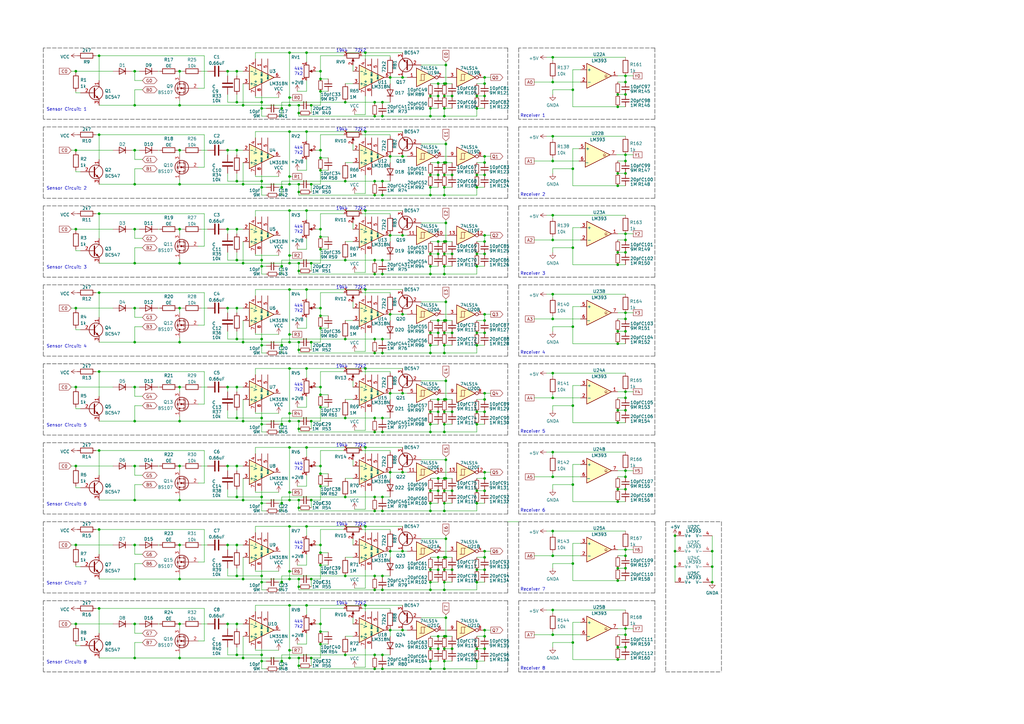
<source format=kicad_sch>
(kicad_sch (version 20211123) (generator eeschema)
  (paper "A3")
  (junction (at 118.745 266.7))
  (junction (at 131.445 97.155))
  (junction (at 185.42 168.91))
  (junction (at 198.755 128.905))
  (junction (at 185.42 71.755))
  (junction (at 118.745 86.36))
  (junction (at 176.53 109.22))
  (junction (at 256.54 225.425))
  (junction (at 198.755 163.83))
  (junction (at 125.73 183.515))
  (junction (at 97.155 29.21))
  (junction (at 198.755 226.06))
  (junction (at 182.245 228.6))
  (junction (at 182.245 109.22))
  (junction (at 276.86 226.06))
  (junction (at 176.53 136.525))
  (junction (at 125.73 53.975))
  (junction (at 176.53 209.55))
  (junction (at 97.155 236.22))
  (junction (at 256.54 98.425))
  (junction (at 107.315 74.295))
  (junction (at 195.58 109.22))
  (junction (at 185.42 266.065))
  (junction (at 253.365 168.275))
  (junction (at 55.245 191.135))
  (junction (at 195.58 168.91))
  (junction (at 99.695 75.565))
  (junction (at 99.695 107.95))
  (junction (at 195.58 233.68))
  (junction (at 97.155 191.135))
  (junction (at 131.445 199.39))
  (junction (at 176.53 141.605))
  (junction (at 256.54 163.195))
  (junction (at 118.745 248.285))
  (junction (at 55.245 61.595))
  (junction (at 118.745 237.49))
  (junction (at 253.365 140.97))
  (junction (at 182.245 131.445))
  (junction (at 55.245 126.365))
  (junction (at 107.315 268.605))
  (junction (at 131.445 264.16))
  (junction (at 256.54 103.505))
  (junction (at 131.445 161.925))
  (junction (at 55.245 43.18))
  (junction (at 31.115 223.52))
  (junction (at 195.58 136.525))
  (junction (at 234.95 263.525))
  (junction (at 292.1 238.76))
  (junction (at 185.42 233.68))
  (junction (at 107.315 139.065))
  (junction (at 176.53 177.165))
  (junction (at 131.445 32.385))
  (junction (at 165.1 226.06))
  (junction (at 179.705 201.295))
  (junction (at 73.66 223.52))
  (junction (at 149.86 21.59))
  (junction (at 156.845 41.91))
  (junction (at 55.245 107.95))
  (junction (at 182.245 266.065))
  (junction (at 234.95 198.755))
  (junction (at 31.115 255.905))
  (junction (at 141.605 106.68))
  (junction (at 256.54 31.115))
  (junction (at 93.345 158.75))
  (junction (at 97.155 74.295))
  (junction (at 253.365 43.815))
  (junction (at 256.54 193.04))
  (junction (at 127.635 269.875))
  (junction (at 195.58 76.835))
  (junction (at 55.245 269.875))
  (junction (at 182.245 241.935))
  (junction (at 182.245 44.45))
  (junction (at 55.245 172.72))
  (junction (at 107.315 203.835))
  (junction (at 131.445 223.52))
  (junction (at 182.88 99.06))
  (junction (at 292.1 226.06))
  (junction (at 182.88 228.6))
  (junction (at 182.245 99.06))
  (junction (at 182.245 238.76))
  (junction (at 176.53 39.37))
  (junction (at 165.1 64.135))
  (junction (at 115.57 109.22))
  (junction (at 256.54 168.275))
  (junction (at 179.705 131.445))
  (junction (at 73.66 172.72))
  (junction (at 131.445 64.77))
  (junction (at 149.86 215.9))
  (junction (at 107.315 238.76))
  (junction (at 115.57 44.45))
  (junction (at 176.53 44.45))
  (junction (at 93.345 255.905))
  (junction (at 176.53 71.755))
  (junction (at 198.755 64.135))
  (junction (at 118.745 201.93))
  (junction (at 122.555 107.95))
  (junction (at 182.88 59.055))
  (junction (at 118.745 215.9))
  (junction (at 182.245 136.525))
  (junction (at 107.315 271.145))
  (junction (at 198.755 233.68))
  (junction (at 198.755 99.06))
  (junction (at 179.705 260.985))
  (junction (at 165.1 128.905))
  (junction (at 182.88 188.595))
  (junction (at 153.67 177.165))
  (junction (at 127.635 43.18))
  (junction (at 131.445 61.595))
  (junction (at 141.605 171.45))
  (junction (at 55.245 223.52))
  (junction (at 226.695 227.965))
  (junction (at 226.695 88.265))
  (junction (at 160.02 96.52))
  (junction (at 122.555 143.51))
  (junction (at 165.1 161.29))
  (junction (at 176.53 80.01))
  (junction (at 118.745 205.105))
  (junction (at 73.66 191.135))
  (junction (at 118.745 21.59))
  (junction (at 182.245 80.01))
  (junction (at 226.695 250.19))
  (junction (at 131.445 126.365))
  (junction (at 160.02 193.675))
  (junction (at 176.53 241.935))
  (junction (at 118.745 137.16))
  (junction (at 93.345 126.365))
  (junction (at 118.745 140.335))
  (junction (at 125.73 21.59))
  (junction (at 198.755 228.6))
  (junction (at 176.53 201.295))
  (junction (at 122.555 237.49))
  (junction (at 93.345 223.52))
  (junction (at 40.64 55.245))
  (junction (at 125.73 151.13))
  (junction (at 195.58 201.295))
  (junction (at 118.745 104.775))
  (junction (at 198.755 201.295))
  (junction (at 107.315 173.99))
  (junction (at 156.845 203.835))
  (junction (at 131.445 69.85))
  (junction (at 118.745 75.565))
  (junction (at 195.58 238.76))
  (junction (at 131.445 167.005))
  (junction (at 182.88 196.215))
  (junction (at 131.445 158.75))
  (junction (at 195.58 44.45))
  (junction (at 73.66 126.365))
  (junction (at 195.58 39.37))
  (junction (at 253.365 265.43))
  (junction (at 182.245 66.675))
  (junction (at 149.86 86.36))
  (junction (at 55.245 75.565))
  (junction (at 226.695 23.495))
  (junction (at 182.245 76.835))
  (junction (at 253.365 76.2))
  (junction (at 253.365 71.12))
  (junction (at 99.695 237.49))
  (junction (at 31.115 29.21))
  (junction (at 122.555 46.355))
  (junction (at 107.315 44.45))
  (junction (at 182.245 39.37))
  (junction (at 97.155 61.595))
  (junction (at 40.64 152.4))
  (junction (at 115.57 271.145))
  (junction (at 122.555 240.665))
  (junction (at 253.365 108.585))
  (junction (at 153.67 268.605))
  (junction (at 125.73 215.9))
  (junction (at 153.67 80.01))
  (junction (at 156.845 209.55))
  (junction (at 179.705 233.68))
  (junction (at 182.245 271.145))
  (junction (at 176.53 76.835))
  (junction (at 153.67 171.45))
  (junction (at 99.695 269.875))
  (junction (at 226.695 163.195))
  (junction (at 182.245 112.395))
  (junction (at 153.67 106.68))
  (junction (at 179.705 99.06))
  (junction (at 93.345 191.135))
  (junction (at 156.845 236.22))
  (junction (at 122.555 75.565))
  (junction (at 179.705 39.37))
  (junction (at 160.02 258.445))
  (junction (at 179.705 104.14))
  (junction (at 40.64 120.015))
  (junction (at 198.755 131.445))
  (junction (at 93.345 61.595))
  (junction (at 226.695 260.35))
  (junction (at 176.53 238.76))
  (junction (at 73.66 237.49))
  (junction (at 31.115 158.75))
  (junction (at 131.445 231.775))
  (junction (at 253.365 205.74))
  (junction (at 195.58 206.375))
  (junction (at 195.58 71.755))
  (junction (at 256.54 63.5))
  (junction (at 156.845 139.065))
  (junction (at 131.445 134.62))
  (junction (at 182.88 163.83))
  (junction (at 182.88 220.98))
  (junction (at 226.695 66.04))
  (junction (at 165.1 96.52))
  (junction (at 127.635 172.72))
  (junction (at 97.155 268.605))
  (junction (at 149.86 151.13))
  (junction (at 256.54 128.27))
  (junction (at 226.695 195.58))
  (junction (at 107.315 109.22))
  (junction (at 131.445 191.135))
  (junction (at 165.1 258.445))
  (junction (at 118.745 169.545))
  (junction (at 182.245 209.55))
  (junction (at 31.115 93.98))
  (junction (at 131.445 226.695))
  (junction (at 182.88 26.67))
  (junction (at 73.66 269.875))
  (junction (at 182.245 173.99))
  (junction (at 55.245 205.105))
  (junction (at 256.54 33.655))
  (junction (at 73.66 43.18))
  (junction (at 141.605 139.065))
  (junction (at 99.695 205.105))
  (junction (at 226.695 33.655))
  (junction (at 179.705 66.675))
  (junction (at 153.67 41.91))
  (junction (at 55.245 140.335))
  (junction (at 198.755 39.37))
  (junction (at 226.695 55.88))
  (junction (at 73.66 29.21))
  (junction (at 256.54 200.66))
  (junction (at 122.555 43.18))
  (junction (at 256.54 95.885))
  (junction (at 179.705 168.91))
  (junction (at 122.555 175.895))
  (junction (at 256.54 260.35))
  (junction (at 153.67 209.55))
  (junction (at 182.245 144.78))
  (junction (at 40.64 249.555))
  (junction (at 253.365 103.505))
  (junction (at 256.54 160.655))
  (junction (at 156.845 112.395))
  (junction (at 99.695 172.72))
  (junction (at 198.755 260.985))
  (junction (at 176.53 233.68))
  (junction (at 176.53 112.395))
  (junction (at 198.755 168.91))
  (junction (at 97.155 171.45))
  (junction (at 118.745 107.95))
  (junction (at 118.745 183.515))
  (junction (at 198.755 193.675))
  (junction (at 156.845 144.78))
  (junction (at 182.245 168.91))
  (junction (at 182.245 260.985))
  (junction (at 179.705 196.215))
  (junction (at 182.245 104.14))
  (junction (at 55.245 237.49))
  (junction (at 234.95 231.14))
  (junction (at 234.95 36.83))
  (junction (at 234.95 69.215))
  (junction (at 141.605 41.91))
  (junction (at 195.58 173.99))
  (junction (at 31.115 126.365))
  (junction (at 185.42 39.37))
  (junction (at 107.315 76.835))
  (junction (at 156.845 47.625))
  (junction (at 160.02 31.75))
  (junction (at 253.365 270.51))
  (junction (at 182.245 196.215))
  (junction (at 93.345 93.98))
  (junction (at 156.845 106.68))
  (junction (at 198.755 136.525))
  (junction (at 122.555 208.28))
  (junction (at 182.245 201.295))
  (junction (at 131.445 129.54))
  (junction (at 182.245 47.625))
  (junction (at 226.695 153.035))
  (junction (at 153.67 241.935))
  (junction (at 156.845 171.45))
  (junction (at 256.54 265.43))
  (junction (at 127.635 107.95))
  (junction (at 73.66 75.565))
  (junction (at 182.245 71.755))
  (junction (at 131.445 102.235))
  (junction (at 182.245 233.68))
  (junction (at 156.845 274.32))
  (junction (at 198.755 71.755))
  (junction (at 55.245 29.21))
  (junction (at 125.73 86.36))
  (junction (at 198.755 104.14))
  (junction (at 179.705 163.83))
  (junction (at 153.67 139.065))
  (junction (at 73.66 140.335))
  (junction (at 182.245 141.605))
  (junction (at 179.705 34.29))
  (junction (at 156.845 74.295))
  (junction (at 226.695 185.42))
  (junction (at 253.365 38.735))
  (junction (at 125.73 118.745))
  (junction (at 160.02 226.06))
  (junction (at 179.705 266.065))
  (junction (at 253.365 238.125))
  (junction (at 253.365 135.89))
  (junction (at 141.605 203.835))
  (junction (at 185.42 104.14))
  (junction (at 160.02 161.29))
  (junction (at 160.02 64.135))
  (junction (at 226.695 98.425))
  (junction (at 97.155 139.065))
  (junction (at 122.555 269.875))
  (junction (at 198.755 161.29))
  (junction (at 153.67 274.32))
  (junction (at 153.67 144.78))
  (junction (at 118.745 53.975))
  (junction (at 256.54 38.735))
  (junction (at 256.54 135.89))
  (junction (at 122.555 273.05))
  (junction (at 107.315 41.91))
  (junction (at 198.755 96.52))
  (junction (at 182.88 253.365))
  (junction (at 122.555 111.125))
  (junction (at 198.755 258.445))
  (junction (at 234.95 133.985))
  (junction (at 182.88 131.445))
  (junction (at 198.755 196.215))
  (junction (at 118.745 40.005))
  (junction (at 118.745 72.39))
  (junction (at 153.67 74.295))
  (junction (at 73.66 255.905))
  (junction (at 107.315 236.22))
  (junction (at 176.53 47.625))
  (junction (at 176.53 266.065))
  (junction (at 93.345 29.21))
  (junction (at 156.845 80.01))
  (junction (at 182.88 34.29))
  (junction (at 195.58 104.14))
  (junction (at 176.53 168.91))
  (junction (at 125.73 248.285))
  (junction (at 276.86 219.71))
  (junction (at 176.53 206.375))
  (junction (at 127.635 237.49))
  (junction (at 256.54 227.965))
  (junction (at 198.755 34.29))
  (junction (at 182.88 91.44))
  (junction (at 253.365 200.66))
  (junction (at 149.86 53.975))
  (junction (at 97.155 255.905))
  (junction (at 107.315 141.605))
  (junction (at 195.58 141.605))
  (junction (at 115.57 238.76))
  (junction (at 55.245 158.75))
  (junction (at 73.66 205.105))
  (junction (at 131.445 93.98))
  (junction (at 198.755 31.75))
  (junction (at 195.58 271.145))
  (junction (at 253.365 233.045))
  (junction (at 40.64 217.17))
  (junction (at 165.1 193.675))
  (junction (at 276.86 232.41))
  (junction (at 115.57 141.605))
  (junction (at 256.54 195.58))
  (junction (at 118.745 269.875))
  (junction (at 234.95 101.6))
  (junction (at 176.53 104.14))
  (junction (at 256.54 233.045))
  (junction (at 99.695 140.335))
  (junction (at 179.705 71.755))
  (junction (at 40.64 87.63))
  (junction (at 40.64 22.86))
  (junction (at 118.745 234.315))
  (junction (at 73.66 107.95))
  (junction (at 182.245 177.165))
  (junction (at 97.155 203.835))
  (junction (at 160.02 128.905))
  (junction (at 182.245 206.375))
  (junction (at 73.66 158.75))
  (junction (at 165.1 31.75))
  (junction (at 256.54 130.81))
  (junction (at 182.88 66.675))
  (junction (at 55.245 255.905))
  (junction (at 182.245 34.29))
  (junction (at 176.53 274.32))
  (junction (at 107.315 206.375))
  (junction (at 131.445 194.31))
  (junction (at 185.42 136.525))
  (junction (at 153.67 112.395))
  (junction (at 185.42 201.295))
  (junction (at 256.54 71.12))
  (junction (at 292.1 232.41))
  (junction (at 176.53 271.145))
  (junction (at 40.64 184.785))
  (junction (at 149.86 183.515))
  (junction (at 182.88 156.21))
  (junction (at 176.53 144.78))
  (junction (at 226.695 217.805))
  (junction (at 118.745 118.745))
  (junction (at 97.155 223.52))
  (junction (at 127.635 75.565))
  (junction (at 118.745 172.72))
  (junction (at 73.66 61.595))
  (junction (at 115.57 173.99))
  (junction (at 156.845 177.165))
  (junction (at 179.705 136.525))
  (junction (at 153.67 47.625))
  (junction (at 256.54 66.04))
  (junction (at 97.155 41.91))
  (junction (at 198.755 66.675))
  (junction (at 176.53 173.99))
  (junction (at 182.245 163.83))
  (junction (at 107.315 171.45))
  (junction (at 97.155 126.365))
  (junction (at 97.155 106.68))
  (junction (at 182.245 274.32))
  (junction (at 122.555 140.335))
  (junction (at 226.695 130.81))
  (junction (at 122.555 78.74))
  (junction (at 127.635 140.335))
  (junction (at 131.445 259.08))
  (junction (at 99.695 43.18))
  (junction (at 182.88 123.825))
  (junction (at 118.745 43.18))
  (junction (at 31.115 191.135))
  (junction (at 234.95 166.37))
  (junction (at 141.605 268.605))
  (junction (at 153.67 236.22))
  (junction (at 198.755 266.065))
  (junction (at 253.365 173.355))
  (junction (at 55.245 93.98))
  (junction (at 149.86 248.285))
  (junction (at 131.445 29.21))
  (junction (at 97.155 93.98))
  (junction (at 122.555 172.72))
  (junction (at 195.58 266.065))
  (junction (at 179.705 228.6))
  (junction (at 141.605 74.295))
  (junction (at 182.88 260.985))
  (junction (at 131.445 255.905))
  (junction (at 97.155 158.75))
  (junction (at 31.115 61.595))
  (junction (at 115.57 76.835))
  (junction (at 122.555 205.105))
  (junction (at 256.54 257.81))
  (junction (at 156.845 268.605))
  (junction (at 141.605 236.22))
  (junction (at 118.745 151.13))
  (junction (at 107.315 106.68))
  (junction (at 127.635 205.105))
  (junction (at 149.86 118.745))
  (junction (at 115.57 206.375))
  (junction (at 131.445 37.465))
  (junction (at 153.67 203.835))
  (junction (at 226.695 120.65))
  (junction (at 156.845 241.935))
  (junction (at 73.66 93.98))
  (wire (pts (xy 104.775 169.545) (xy 114.3 169.545)))
  (wire (pts (xy 153.67 144.78) (xy 156.845 144.78)))
  (wire (pts (xy 82.55 191.135) (xy 85.09 191.135)))
  (wire (pts (xy 131.445 22.86) (xy 140.97 22.86)))
  (wire (pts (xy 115.57 241.935) (xy 115.57 238.76)))
  (wire (pts (xy 149.86 215.9) (xy 149.86 218.44)))
  (polyline (pts (xy 268.605 149.225) (xy 212.725 149.225)) (stroke (width 0) (color 0 0 0 1)))
  (wire (pts (xy 73.66 93.98) (xy 74.93 93.98)))
  (wire (pts (xy 176.53 241.935) (xy 182.245 241.935)))
  (polyline (pts (xy 208.28 246.38) (xy 17.78 246.38)) (stroke (width 0) (color 0 0 0 1)))
  (wire (pts (xy 73.66 191.135) (xy 74.93 191.135)))
  (wire (pts (xy 107.315 47.625) (xy 109.22 47.625)))
  (wire (pts (xy 160.02 128.905) (xy 165.1 128.905)))
  (wire (pts (xy 253.365 140.97) (xy 234.95 140.97)))
  (wire (pts (xy 115.57 144.78) (xy 115.57 141.605)))
  (wire (pts (xy 149.86 183.515) (xy 165.1 183.515)))
  (wire (pts (xy 118.745 72.39) (xy 118.745 75.565)))
  (wire (pts (xy 93.345 255.905) (xy 93.345 257.81)))
  (wire (pts (xy 149.86 86.36) (xy 165.1 86.36)))
  (wire (pts (xy 31.115 70.485) (xy 31.115 69.85)))
  (wire (pts (xy 131.445 134.62) (xy 134.62 134.62)))
  (wire (pts (xy 195.58 141.605) (xy 195.58 144.78)))
  (polyline (pts (xy 273.05 213.995) (xy 295.91 213.995)) (stroke (width 0) (color 0 0 0 1)))
  (wire (pts (xy 131.445 120.015) (xy 140.97 120.015)))
  (wire (pts (xy 83.82 165.735) (xy 83.82 152.4)))
  (polyline (pts (xy 208.28 181.61) (xy 208.28 210.82)) (stroke (width 0) (color 0 0 0 1)))
  (wire (pts (xy 131.445 97.155) (xy 134.62 97.155)))
  (wire (pts (xy 40.64 172.72) (xy 55.245 172.72)))
  (wire (pts (xy 234.95 166.37) (xy 226.695 166.37)))
  (wire (pts (xy 107.315 241.935) (xy 109.22 241.935)))
  (wire (pts (xy 127.635 107.95) (xy 131.445 107.95)))
  (polyline (pts (xy 268.605 213.995) (xy 212.725 213.995)) (stroke (width 0) (color 0 0 0 1)))
  (wire (pts (xy 234.95 238.125) (xy 234.95 231.14)))
  (polyline (pts (xy 212.725 149.225) (xy 212.725 178.435)) (stroke (width 0) (color 0 0 0 1)))
  (wire (pts (xy 131.445 93.98) (xy 131.445 87.63)))
  (wire (pts (xy 97.155 106.68) (xy 107.315 106.68)))
  (wire (pts (xy 149.86 151.13) (xy 165.1 151.13)))
  (wire (pts (xy 97.155 223.52) (xy 97.155 225.425)))
  (wire (pts (xy 226.695 153.035) (xy 256.54 153.035)))
  (wire (pts (xy 81.28 165.735) (xy 83.82 165.735)))
  (wire (pts (xy 29.21 29.21) (xy 31.115 29.21)))
  (wire (pts (xy 195.58 260.985) (xy 198.755 260.985)))
  (wire (pts (xy 149.86 215.9) (xy 165.1 215.9)))
  (wire (pts (xy 182.245 64.135) (xy 183.515 64.135)))
  (wire (pts (xy 115.57 177.165) (xy 115.57 173.99)))
  (wire (pts (xy 234.95 125.73) (xy 238.125 125.73)))
  (wire (pts (xy 73.66 31.115) (xy 73.66 29.21)))
  (wire (pts (xy 118.745 183.515) (xy 118.745 201.93)))
  (wire (pts (xy 122.555 208.28) (xy 122.555 209.55)))
  (wire (pts (xy 160.02 226.06) (xy 165.1 226.06)))
  (wire (pts (xy 93.345 203.835) (xy 97.155 203.835)))
  (wire (pts (xy 31.115 158.75) (xy 31.115 159.385)))
  (wire (pts (xy 141.605 163.83) (xy 144.78 163.83)))
  (wire (pts (xy 153.67 203.835) (xy 153.67 204.47)))
  (polyline (pts (xy 268.605 52.07) (xy 212.725 52.07)) (stroke (width 0) (color 0 0 0 1)))
  (wire (pts (xy 253.365 135.89) (xy 256.54 135.89)))
  (wire (pts (xy 40.64 152.4) (xy 83.82 152.4)))
  (wire (pts (xy 55.245 75.565) (xy 73.66 75.565)))
  (wire (pts (xy 125.73 53.975) (xy 149.86 53.975)))
  (wire (pts (xy 107.315 144.78) (xy 109.22 144.78)))
  (wire (pts (xy 182.245 206.375) (xy 182.245 209.55)))
  (wire (pts (xy 29.21 93.98) (xy 31.115 93.98)))
  (wire (pts (xy 114.3 80.01) (xy 115.57 80.01)))
  (wire (pts (xy 114.3 274.32) (xy 115.57 274.32)))
  (wire (pts (xy 141.605 34.29) (xy 144.78 34.29)))
  (wire (pts (xy 93.345 268.605) (xy 97.155 268.605)))
  (wire (pts (xy 104.775 201.295) (xy 104.775 201.93)))
  (wire (pts (xy 253.365 108.585) (xy 234.95 108.585)))
  (wire (pts (xy 127.635 143.51) (xy 127.635 140.335)))
  (polyline (pts (xy 268.605 19.685) (xy 212.725 19.685)) (stroke (width 0) (color 0 0 0 1)))
  (wire (pts (xy 122.555 274.32) (xy 153.67 274.32)))
  (wire (pts (xy 55.245 93.98) (xy 57.15 93.98)))
  (polyline (pts (xy 212.725 19.685) (xy 212.725 48.895)) (stroke (width 0) (color 0 0 0 1)))
  (polyline (pts (xy 212.725 246.38) (xy 212.725 275.59)) (stroke (width 0) (color 0 0 0 1)))
  (wire (pts (xy 29.21 61.595) (xy 31.115 61.595)))
  (wire (pts (xy 182.245 80.01) (xy 195.58 80.01)))
  (wire (pts (xy 39.37 120.015) (xy 40.64 120.015)))
  (wire (pts (xy 160.02 225.425) (xy 160.02 226.06)))
  (polyline (pts (xy 273.05 213.995) (xy 273.05 275.59)) (stroke (width 0) (color 0 0 0 1)))
  (wire (pts (xy 129.54 255.905) (xy 131.445 255.905)))
  (wire (pts (xy 55.245 205.105) (xy 73.66 205.105)))
  (wire (pts (xy 73.66 140.335) (xy 99.695 140.335)))
  (wire (pts (xy 118.745 266.7) (xy 118.745 269.875)))
  (polyline (pts (xy 208.28 149.225) (xy 17.78 149.225)) (stroke (width 0) (color 0 0 0 1)))
  (wire (pts (xy 195.58 34.29) (xy 198.755 34.29)))
  (wire (pts (xy 115.57 171.45) (xy 141.605 171.45)))
  (wire (pts (xy 153.67 236.22) (xy 156.845 236.22)))
  (wire (pts (xy 131.445 61.595) (xy 131.445 55.245)))
  (wire (pts (xy 107.315 44.45) (xy 109.22 44.45)))
  (wire (pts (xy 125.73 130.175) (xy 125.73 134.62)))
  (wire (pts (xy 81.28 68.58) (xy 83.82 68.58)))
  (wire (pts (xy 55.245 126.365) (xy 55.245 130.175)))
  (wire (pts (xy 219.075 98.425) (xy 226.695 98.425)))
  (wire (pts (xy 73.66 73.66) (xy 73.66 75.565)))
  (wire (pts (xy 33.02 70.485) (xy 31.115 70.485)))
  (wire (pts (xy 182.245 144.78) (xy 195.58 144.78)))
  (wire (pts (xy 55.245 75.565) (xy 55.245 69.215)))
  (wire (pts (xy 172.72 253.365) (xy 182.88 253.365)))
  (wire (pts (xy 253.365 238.125) (xy 256.54 238.125)))
  (wire (pts (xy 153.67 177.165) (xy 156.845 177.165)))
  (wire (pts (xy 176.53 168.91) (xy 179.705 168.91)))
  (wire (pts (xy 179.705 260.985) (xy 182.245 260.985)))
  (wire (pts (xy 40.64 43.18) (xy 55.245 43.18)))
  (wire (pts (xy 83.82 230.505) (xy 83.82 217.17)))
  (wire (pts (xy 53.975 158.75) (xy 55.245 158.75)))
  (wire (pts (xy 131.445 161.925) (xy 134.62 161.925)))
  (wire (pts (xy 160.02 22.86) (xy 160.02 23.495)))
  (wire (pts (xy 107.315 173.99) (xy 107.315 177.165)))
  (wire (pts (xy 160.02 161.29) (xy 165.1 161.29)))
  (wire (pts (xy 149.86 111.76) (xy 145.415 111.76)))
  (wire (pts (xy 172.72 123.825) (xy 182.88 123.825)))
  (wire (pts (xy 182.245 47.625) (xy 195.58 47.625)))
  (wire (pts (xy 118.745 137.16) (xy 120.015 137.16)))
  (wire (pts (xy 73.66 29.21) (xy 74.93 29.21)))
  (wire (pts (xy 234.95 43.815) (xy 234.95 36.83)))
  (wire (pts (xy 176.53 173.99) (xy 176.53 177.165)))
  (wire (pts (xy 115.57 106.68) (xy 141.605 106.68)))
  (wire (pts (xy 176.53 260.985) (xy 179.705 260.985)))
  (wire (pts (xy 97.155 223.52) (xy 99.695 223.52)))
  (wire (pts (xy 73.66 205.105) (xy 99.695 205.105)))
  (wire (pts (xy 224.155 23.495) (xy 226.695 23.495)))
  (wire (pts (xy 104.775 218.44) (xy 104.775 215.9)))
  (wire (pts (xy 182.245 193.675) (xy 183.515 193.675)))
  (wire (pts (xy 73.66 223.52) (xy 74.93 223.52)))
  (wire (pts (xy 107.315 141.605) (xy 109.22 141.605)))
  (wire (pts (xy 31.115 255.905) (xy 31.115 256.54)))
  (wire (pts (xy 125.73 183.515) (xy 125.73 187.325)))
  (wire (pts (xy 160.02 55.245) (xy 160.02 55.88)))
  (wire (pts (xy 219.075 66.04) (xy 226.695 66.04)))
  (wire (pts (xy 99.695 260.985) (xy 99.695 269.875)))
  (wire (pts (xy 182.245 109.22) (xy 182.245 112.395)))
  (wire (pts (xy 226.695 66.04) (xy 237.49 66.04)))
  (wire (pts (xy 160.02 31.75) (xy 165.1 31.75)))
  (wire (pts (xy 114.3 173.99) (xy 115.57 173.99)))
  (wire (pts (xy 125.73 264.16) (xy 121.92 264.16)))
  (wire (pts (xy 234.95 60.96) (xy 237.49 60.96)))
  (wire (pts (xy 149.86 208.915) (xy 145.415 208.915)))
  (wire (pts (xy 118.745 75.565) (xy 122.555 75.565)))
  (wire (pts (xy 31.115 223.52) (xy 46.355 223.52)))
  (polyline (pts (xy 268.605 178.435) (xy 212.725 178.435)) (stroke (width 0) (color 0 0 0 1)))
  (wire (pts (xy 253.365 205.74) (xy 234.95 205.74)))
  (wire (pts (xy 93.345 158.75) (xy 93.345 160.655)))
  (wire (pts (xy 40.64 140.335) (xy 55.245 140.335)))
  (wire (pts (xy 73.025 29.21) (xy 73.66 29.21)))
  (wire (pts (xy 256.54 128.27) (xy 256.54 130.81)))
  (wire (pts (xy 201.295 96.52) (xy 198.755 96.52)))
  (wire (pts (xy 31.115 167.64) (xy 31.115 167.005)))
  (wire (pts (xy 118.745 234.315) (xy 120.015 234.315)))
  (wire (pts (xy 40.64 217.17) (xy 83.82 217.17)))
  (wire (pts (xy 176.53 201.295) (xy 179.705 201.295)))
  (wire (pts (xy 53.975 61.595) (xy 55.245 61.595)))
  (wire (pts (xy 107.315 104.14) (xy 107.315 106.68)))
  (polyline (pts (xy 268.605 149.225) (xy 268.605 178.435)) (stroke (width 0) (color 0 0 0 1)))
  (wire (pts (xy 149.86 118.745) (xy 165.1 118.745)))
  (wire (pts (xy 160.02 87.63) (xy 160.02 88.265)))
  (wire (pts (xy 114.3 144.78) (xy 115.57 144.78)))
  (wire (pts (xy 256.54 193.04) (xy 256.54 195.58)))
  (wire (pts (xy 81.28 100.965) (xy 83.82 100.965)))
  (wire (pts (xy 97.155 71.12) (xy 97.155 74.295)))
  (wire (pts (xy 118.745 21.59) (xy 125.73 21.59)))
  (wire (pts (xy 97.155 139.065) (xy 107.315 139.065)))
  (wire (pts (xy 127.635 75.565) (xy 131.445 75.565)))
  (wire (pts (xy 73.025 158.75) (xy 73.66 158.75)))
  (wire (pts (xy 127.635 140.335) (xy 131.445 140.335)))
  (wire (pts (xy 172.72 188.595) (xy 182.88 188.595)))
  (wire (pts (xy 195.58 109.22) (xy 198.755 109.22)))
  (wire (pts (xy 195.58 173.99) (xy 198.755 173.99)))
  (wire (pts (xy 182.88 66.675) (xy 185.42 66.675)))
  (wire (pts (xy 149.86 79.375) (xy 145.415 79.375)))
  (wire (pts (xy 176.53 99.06) (xy 179.705 99.06)))
  (polyline (pts (xy 268.605 210.82) (xy 212.725 210.82)) (stroke (width 0) (color 0 0 0 1)))
  (wire (pts (xy 107.315 206.375) (xy 109.22 206.375)))
  (wire (pts (xy 224.155 153.035) (xy 226.695 153.035)))
  (wire (pts (xy 31.115 93.98) (xy 31.115 94.615)))
  (wire (pts (xy 224.155 250.19) (xy 226.695 250.19)))
  (wire (pts (xy 125.73 151.13) (xy 149.86 151.13)))
  (wire (pts (xy 160.02 63.5) (xy 160.02 64.135)))
  (wire (pts (xy 226.695 89.535) (xy 226.695 88.265)))
  (wire (pts (xy 33.02 264.795) (xy 31.115 264.795)))
  (wire (pts (xy 83.82 68.58) (xy 83.82 55.245)))
  (wire (pts (xy 93.345 38.735) (xy 93.345 41.91)))
  (wire (pts (xy 118.745 234.315) (xy 118.745 237.49)))
  (wire (pts (xy 31.115 102.87) (xy 31.115 102.235)))
  (wire (pts (xy 182.88 91.44) (xy 182.88 99.06)))
  (wire (pts (xy 93.345 191.135) (xy 97.155 191.135)))
  (wire (pts (xy 149.86 21.59) (xy 149.86 24.13)))
  (wire (pts (xy 182.245 39.37) (xy 185.42 39.37)))
  (wire (pts (xy 118.745 151.13) (xy 118.745 169.545)))
  (wire (pts (xy 29.21 255.905) (xy 31.115 255.905)))
  (wire (pts (xy 141.605 260.985) (xy 144.78 260.985)))
  (wire (pts (xy 149.86 53.975) (xy 149.86 56.515)))
  (wire (pts (xy 195.58 104.14) (xy 198.755 104.14)))
  (wire (pts (xy 127.635 111.125) (xy 127.635 107.95)))
  (wire (pts (xy 97.155 200.66) (xy 97.155 203.835)))
  (wire (pts (xy 73.66 172.72) (xy 99.695 172.72)))
  (wire (pts (xy 153.67 80.01) (xy 156.845 80.01)))
  (wire (pts (xy 122.555 78.74) (xy 122.555 80.01)))
  (wire (pts (xy 226.695 64.77) (xy 226.695 66.04)))
  (wire (pts (xy 276.86 226.06) (xy 276.86 232.41)))
  (wire (pts (xy 234.95 158.115) (xy 238.125 158.115)))
  (wire (pts (xy 127.635 43.18) (xy 131.445 43.18)))
  (polyline (pts (xy 295.91 213.995) (xy 295.91 275.59)) (stroke (width 0) (color 0 0 0 1)))
  (wire (pts (xy 182.245 238.76) (xy 182.245 241.935)))
  (wire (pts (xy 55.245 198.755) (xy 58.42 198.755)))
  (wire (pts (xy 141.605 99.06) (xy 144.78 99.06)))
  (wire (pts (xy 253.365 227.965) (xy 256.54 227.965)))
  (wire (pts (xy 73.66 170.815) (xy 73.66 172.72)))
  (wire (pts (xy 40.64 249.555) (xy 83.82 249.555)))
  (wire (pts (xy 115.57 173.99) (xy 115.57 171.45)))
  (wire (pts (xy 125.73 167.005) (xy 121.92 167.005)))
  (wire (pts (xy 182.88 122.555) (xy 182.88 123.825)))
  (wire (pts (xy 73.025 191.135) (xy 73.66 191.135)))
  (wire (pts (xy 253.365 270.51) (xy 256.54 270.51)))
  (wire (pts (xy 39.37 152.4) (xy 40.64 152.4)))
  (wire (pts (xy 131.445 102.235) (xy 134.62 102.235)))
  (wire (pts (xy 253.365 173.355) (xy 256.54 173.355)))
  (wire (pts (xy 55.245 191.135) (xy 55.245 194.945)))
  (wire (pts (xy 55.245 133.985) (xy 58.42 133.985)))
  (wire (pts (xy 153.67 106.68) (xy 153.67 107.315)))
  (wire (pts (xy 55.245 101.6) (xy 58.42 101.6)))
  (wire (pts (xy 252.73 63.5) (xy 256.54 63.5)))
  (wire (pts (xy 118.745 183.515) (xy 125.73 183.515)))
  (wire (pts (xy 156.845 241.935) (xy 176.53 241.935)))
  (wire (pts (xy 160.02 257.81) (xy 160.02 258.445)))
  (polyline (pts (xy 212.725 181.61) (xy 212.725 210.82)) (stroke (width 0) (color 0 0 0 1)))
  (wire (pts (xy 226.695 194.31) (xy 226.695 195.58)))
  (wire (pts (xy 182.245 112.395) (xy 195.58 112.395)))
  (wire (pts (xy 182.245 128.905) (xy 183.515 128.905)))
  (wire (pts (xy 73.66 61.595) (xy 74.93 61.595)))
  (wire (pts (xy 97.155 126.365) (xy 97.155 128.27)))
  (wire (pts (xy 29.21 223.52) (xy 31.115 223.52)))
  (wire (pts (xy 153.67 74.295) (xy 156.845 74.295)))
  (wire (pts (xy 176.53 80.01) (xy 182.245 80.01)))
  (wire (pts (xy 114.3 141.605) (xy 115.57 141.605)))
  (polyline (pts (xy 268.605 246.38) (xy 212.725 246.38)) (stroke (width 0) (color 0 0 0 1)))
  (wire (pts (xy 118.745 104.775) (xy 118.745 107.95)))
  (wire (pts (xy 97.155 233.045) (xy 97.155 236.22)))
  (wire (pts (xy 165.1 193.675) (xy 167.005 193.675)))
  (wire (pts (xy 182.88 252.095) (xy 182.88 253.365)))
  (wire (pts (xy 253.365 257.81) (xy 256.54 257.81)))
  (wire (pts (xy 276.86 219.71) (xy 276.86 226.06)))
  (wire (pts (xy 125.73 86.36) (xy 149.86 86.36)))
  (wire (pts (xy 40.64 107.95) (xy 55.245 107.95)))
  (polyline (pts (xy 208.28 146.05) (xy 17.78 146.05)) (stroke (width 0) (color 0 0 0 1)))
  (wire (pts (xy 182.245 66.675) (xy 182.88 66.675)))
  (wire (pts (xy 253.365 200.66) (xy 256.54 200.66)))
  (wire (pts (xy 127.635 208.28) (xy 127.635 205.105)))
  (wire (pts (xy 93.345 168.275) (xy 93.345 171.45)))
  (wire (pts (xy 93.345 74.295) (xy 97.155 74.295)))
  (wire (pts (xy 141.605 236.22) (xy 153.67 236.22)))
  (wire (pts (xy 125.73 194.945) (xy 125.73 199.39)))
  (wire (pts (xy 182.245 258.445) (xy 183.515 258.445)))
  (wire (pts (xy 40.64 22.86) (xy 83.82 22.86)))
  (wire (pts (xy 224.155 55.88) (xy 226.695 55.88)))
  (wire (pts (xy 118.745 237.49) (xy 122.555 237.49)))
  (wire (pts (xy 226.695 120.65) (xy 256.54 120.65)))
  (polyline (pts (xy 268.605 113.665) (xy 212.725 113.665)) (stroke (width 0) (color 0 0 0 1)))
  (wire (pts (xy 165.1 96.52) (xy 167.005 96.52)))
  (wire (pts (xy 141.605 106.68) (xy 153.67 106.68)))
  (polyline (pts (xy 268.605 146.05) (xy 212.725 146.05)) (stroke (width 0) (color 0 0 0 1)))
  (wire (pts (xy 53.975 93.98) (xy 55.245 93.98)))
  (wire (pts (xy 253.365 205.74) (xy 256.54 205.74)))
  (wire (pts (xy 104.775 40.005) (xy 114.3 40.005)))
  (wire (pts (xy 224.155 185.42) (xy 226.695 185.42)))
  (wire (pts (xy 165.1 161.29) (xy 167.005 161.29)))
  (wire (pts (xy 149.86 273.685) (xy 145.415 273.685)))
  (wire (pts (xy 118.745 53.975) (xy 125.73 53.975)))
  (wire (pts (xy 160.02 31.75) (xy 160.02 34.29)))
  (wire (pts (xy 107.315 112.395) (xy 109.22 112.395)))
  (wire (pts (xy 141.605 41.91) (xy 153.67 41.91)))
  (wire (pts (xy 226.695 250.19) (xy 256.54 250.19)))
  (wire (pts (xy 40.64 249.555) (xy 40.64 259.715)))
  (wire (pts (xy 127.635 240.665) (xy 127.635 237.49)))
  (wire (pts (xy 107.315 238.76) (xy 107.315 241.935)))
  (wire (pts (xy 55.245 194.945) (xy 58.42 194.945)))
  (wire (pts (xy 107.315 109.22) (xy 109.22 109.22)))
  (wire (pts (xy 97.155 61.595) (xy 97.155 63.5)))
  (wire (pts (xy 195.58 196.215) (xy 198.755 196.215)))
  (wire (pts (xy 182.245 233.68) (xy 185.42 233.68)))
  (wire (pts (xy 201.295 64.135) (xy 198.755 64.135)))
  (wire (pts (xy 131.445 158.75) (xy 131.445 152.4)))
  (wire (pts (xy 176.53 104.14) (xy 179.705 104.14)))
  (wire (pts (xy 129.54 223.52) (xy 131.445 223.52)))
  (wire (pts (xy 125.73 215.9) (xy 149.86 215.9)))
  (wire (pts (xy 53.975 223.52) (xy 55.245 223.52)))
  (wire (pts (xy 234.95 93.345) (xy 238.125 93.345)))
  (wire (pts (xy 182.88 219.71) (xy 182.88 220.98)))
  (polyline (pts (xy 17.78 149.225) (xy 17.78 178.435)) (stroke (width 0) (color 0 0 0 1)))
  (wire (pts (xy 226.695 185.42) (xy 256.54 185.42)))
  (wire (pts (xy 156.845 74.295) (xy 160.02 74.295)))
  (wire (pts (xy 234.95 76.2) (xy 234.95 69.215)))
  (wire (pts (xy 195.58 163.83) (xy 198.755 163.83)))
  (wire (pts (xy 153.67 47.625) (xy 156.845 47.625)))
  (wire (pts (xy 131.445 264.16) (xy 134.62 264.16)))
  (wire (pts (xy 82.55 126.365) (xy 85.09 126.365)))
  (wire (pts (xy 234.95 101.6) (xy 226.695 101.6)))
  (wire (pts (xy 122.555 112.395) (xy 153.67 112.395)))
  (wire (pts (xy 149.86 136.525) (xy 149.86 144.145)))
  (wire (pts (xy 176.53 44.45) (xy 179.705 44.45)))
  (wire (pts (xy 226.695 163.195) (xy 238.125 163.195)))
  (wire (pts (xy 92.71 126.365) (xy 93.345 126.365)))
  (wire (pts (xy 234.95 231.14) (xy 226.695 231.14)))
  (wire (pts (xy 55.245 227.33) (xy 58.42 227.33)))
  (wire (pts (xy 125.73 86.36) (xy 125.73 90.17)))
  (wire (pts (xy 125.73 102.235) (xy 121.92 102.235)))
  (wire (pts (xy 182.245 136.525) (xy 185.42 136.525)))
  (wire (pts (xy 226.695 227.965) (xy 238.125 227.965)))
  (wire (pts (xy 224.155 88.265) (xy 226.695 88.265)))
  (wire (pts (xy 182.245 226.06) (xy 183.515 226.06)))
  (wire (pts (xy 107.315 206.375) (xy 107.315 209.55)))
  (wire (pts (xy 118.745 172.72) (xy 122.555 172.72)))
  (wire (pts (xy 40.64 152.4) (xy 40.64 162.56)))
  (wire (pts (xy 176.53 266.065) (xy 179.705 266.065)))
  (wire (pts (xy 182.245 260.985) (xy 182.88 260.985)))
  (wire (pts (xy 104.775 136.525) (xy 104.775 137.16)))
  (wire (pts (xy 198.755 31.75) (xy 198.755 34.29)))
  (wire (pts (xy 118.745 40.005) (xy 118.745 43.18)))
  (wire (pts (xy 107.315 44.45) (xy 107.315 47.625)))
  (wire (pts (xy 92.71 29.21) (xy 93.345 29.21)))
  (wire (pts (xy 82.55 223.52) (xy 85.09 223.52)))
  (wire (pts (xy 125.73 69.85) (xy 121.92 69.85)))
  (wire (pts (xy 73.66 225.425) (xy 73.66 223.52)))
  (wire (pts (xy 176.53 238.76) (xy 179.705 238.76)))
  (wire (pts (xy 129.54 191.135) (xy 131.445 191.135)))
  (wire (pts (xy 107.315 233.68) (xy 107.315 236.22)))
  (wire (pts (xy 234.95 270.51) (xy 234.95 263.525)))
  (wire (pts (xy 93.345 139.065) (xy 97.155 139.065)))
  (wire (pts (xy 176.53 109.22) (xy 176.53 112.395)))
  (wire (pts (xy 176.53 34.29) (xy 179.705 34.29)))
  (wire (pts (xy 198.755 193.675) (xy 198.755 196.215)))
  (wire (pts (xy 118.745 169.545) (xy 118.745 172.72)))
  (wire (pts (xy 198.755 161.29) (xy 198.755 163.83)))
  (wire (pts (xy 160.02 152.4) (xy 160.02 153.035)))
  (wire (pts (xy 141.605 228.6) (xy 144.78 228.6)))
  (wire (pts (xy 104.775 183.515) (xy 118.745 183.515)))
  (wire (pts (xy 55.245 237.49) (xy 55.245 231.14)))
  (wire (pts (xy 149.86 233.68) (xy 149.86 241.3)))
  (wire (pts (xy 226.695 161.925) (xy 226.695 163.195)))
  (wire (pts (xy 104.775 24.13) (xy 104.775 21.59)))
  (wire (pts (xy 234.95 133.985) (xy 226.695 133.985)))
  (wire (pts (xy 127.635 269.875) (xy 131.445 269.875)))
  (wire (pts (xy 73.025 126.365) (xy 73.66 126.365)))
  (wire (pts (xy 93.345 233.045) (xy 93.345 236.22)))
  (wire (pts (xy 149.86 39.37) (xy 149.86 46.99)))
  (wire (pts (xy 40.64 55.245) (xy 40.64 65.405)))
  (polyline (pts (xy 17.78 213.995) (xy 17.78 243.205)) (stroke (width 0) (color 0 0 0 1)))
  (wire (pts (xy 182.88 187.325) (xy 182.88 188.595)))
  (wire (pts (xy 226.695 88.265) (xy 256.54 88.265)))
  (wire (pts (xy 104.775 201.93) (xy 114.3 201.93)))
  (polyline (pts (xy 208.28 275.59) (xy 17.78 275.59)) (stroke (width 0) (color 0 0 0 1)))
  (wire (pts (xy 165.1 226.06) (xy 167.005 226.06)))
  (wire (pts (xy 127.635 46.355) (xy 127.635 43.18)))
  (wire (pts (xy 226.695 97.155) (xy 226.695 98.425)))
  (wire (pts (xy 198.755 96.52) (xy 198.755 99.06)))
  (wire (pts (xy 55.245 107.95) (xy 55.245 101.6)))
  (wire (pts (xy 122.555 46.355) (xy 122.555 47.625)))
  (wire (pts (xy 131.445 152.4) (xy 140.97 152.4)))
  (wire (pts (xy 149.86 241.3) (xy 145.415 241.3)))
  (wire (pts (xy 81.28 36.195) (xy 83.82 36.195)))
  (wire (pts (xy 125.73 118.745) (xy 125.73 122.555)))
  (wire (pts (xy 201.295 31.75) (xy 198.755 31.75)))
  (wire (pts (xy 125.73 65.405) (xy 125.73 69.85)))
  (wire (pts (xy 55.245 140.335) (xy 55.245 133.985)))
  (wire (pts (xy 234.95 140.97) (xy 234.95 133.985)))
  (wire (pts (xy 131.445 217.17) (xy 140.97 217.17)))
  (wire (pts (xy 179.705 99.06) (xy 182.245 99.06)))
  (wire (pts (xy 234.95 198.755) (xy 234.95 190.5)))
  (wire (pts (xy 73.025 223.52) (xy 73.66 223.52)))
  (wire (pts (xy 182.245 173.99) (xy 185.42 173.99)))
  (wire (pts (xy 182.245 173.99) (xy 182.245 177.165)))
  (wire (pts (xy 97.155 41.91) (xy 107.315 41.91)))
  (wire (pts (xy 131.445 255.905) (xy 131.445 249.555)))
  (wire (pts (xy 144.78 220.98) (xy 144.78 223.52)))
  (wire (pts (xy 195.58 201.295) (xy 198.755 201.295)))
  (wire (pts (xy 131.445 129.54) (xy 134.62 129.54)))
  (wire (pts (xy 156.845 236.22) (xy 160.02 236.22)))
  (wire (pts (xy 195.58 271.145) (xy 195.58 274.32)))
  (wire (pts (xy 156.845 144.78) (xy 176.53 144.78)))
  (wire (pts (xy 127.635 78.74) (xy 127.635 75.565)))
  (wire (pts (xy 93.345 29.21) (xy 97.155 29.21)))
  (wire (pts (xy 83.82 36.195) (xy 83.82 22.86)))
  (wire (pts (xy 104.775 266.7) (xy 114.3 266.7)))
  (wire (pts (xy 93.345 223.52) (xy 97.155 223.52)))
  (wire (pts (xy 131.445 61.595) (xy 131.445 64.77)))
  (wire (pts (xy 115.57 80.01) (xy 115.57 76.835)))
  (wire (pts (xy 195.58 206.375) (xy 198.755 206.375)))
  (wire (pts (xy 118.745 266.7) (xy 120.015 266.7)))
  (wire (pts (xy 99.695 66.675) (xy 99.695 75.565)))
  (wire (pts (xy 115.57 274.32) (xy 115.57 271.145)))
  (wire (pts (xy 149.86 201.295) (xy 149.86 208.915)))
  (wire (pts (xy 107.315 39.37) (xy 107.315 41.91)))
  (wire (pts (xy 55.245 29.21) (xy 57.15 29.21)))
  (wire (pts (xy 160.02 193.04) (xy 160.02 193.675)))
  (wire (pts (xy 115.57 44.45) (xy 115.57 41.91)))
  (wire (pts (xy 129.54 93.98) (xy 131.445 93.98)))
  (wire (pts (xy 73.66 95.885) (xy 73.66 93.98)))
  (wire (pts (xy 114.3 238.76) (xy 115.57 238.76)))
  (wire (pts (xy 118.745 269.875) (xy 122.555 269.875)))
  (wire (pts (xy 93.345 41.91) (xy 97.155 41.91)))
  (wire (pts (xy 118.745 201.93) (xy 118.745 205.105)))
  (wire (pts (xy 31.115 135.255) (xy 31.115 134.62)))
  (wire (pts (xy 182.245 31.75) (xy 183.515 31.75)))
  (wire (pts (xy 97.155 255.905) (xy 99.695 255.905)))
  (wire (pts (xy 149.86 183.515) (xy 149.86 186.055)))
  (wire (pts (xy 107.315 271.145) (xy 107.315 274.32)))
  (wire (pts (xy 122.555 209.55) (xy 153.67 209.55)))
  (wire (pts (xy 226.695 195.58) (xy 238.125 195.58)))
  (wire (pts (xy 144.78 91.44) (xy 144.78 93.98)))
  (wire (pts (xy 226.695 69.215) (xy 226.695 71.12)))
  (polyline (pts (xy 268.605 275.59) (xy 212.725 275.59)) (stroke (width 0) (color 0 0 0 1)))
  (wire (pts (xy 148.59 55.245) (xy 160.02 55.245)))
  (wire (pts (xy 73.025 61.595) (xy 73.66 61.595)))
  (wire (pts (xy 104.775 118.745) (xy 118.745 118.745)))
  (wire (pts (xy 176.53 173.99) (xy 179.705 173.99)))
  (wire (pts (xy 82.55 158.75) (xy 85.09 158.75)))
  (wire (pts (xy 148.59 120.015) (xy 160.02 120.015)))
  (wire (pts (xy 253.365 31.115) (xy 256.54 31.115)))
  (wire (pts (xy 73.66 158.75) (xy 74.93 158.75)))
  (wire (pts (xy 253.365 173.355) (xy 234.95 173.355)))
  (wire (pts (xy 31.115 191.135) (xy 31.115 191.77)))
  (wire (pts (xy 176.53 238.76) (xy 176.53 241.935)))
  (wire (pts (xy 55.245 107.95) (xy 73.66 107.95)))
  (wire (pts (xy 182.245 44.45) (xy 185.42 44.45)))
  (wire (pts (xy 122.555 241.935) (xy 153.67 241.935)))
  (wire (pts (xy 118.745 21.59) (xy 118.745 40.005)))
  (wire (pts (xy 97.155 61.595) (xy 99.695 61.595)))
  (wire (pts (xy 198.755 258.445) (xy 198.755 260.985)))
  (wire (pts (xy 118.745 53.975) (xy 118.745 72.39)))
  (wire (pts (xy 97.155 168.275) (xy 97.155 171.45)))
  (wire (pts (xy 148.59 217.17) (xy 160.02 217.17)))
  (wire (pts (xy 55.245 61.595) (xy 57.15 61.595)))
  (polyline (pts (xy 268.605 19.685) (xy 268.605 48.895)) (stroke (width 0) (color 0 0 0 1)))
  (polyline (pts (xy 17.78 84.455) (xy 17.78 113.665)) (stroke (width 0) (color 0 0 0 1)))
  (wire (pts (xy 153.67 268.605) (xy 153.67 269.24)))
  (wire (pts (xy 179.705 196.215) (xy 182.245 196.215)))
  (wire (pts (xy 219.075 260.35) (xy 226.695 260.35)))
  (wire (pts (xy 97.155 29.21) (xy 99.695 29.21)))
  (wire (pts (xy 226.695 24.765) (xy 226.695 23.495)))
  (wire (pts (xy 156.845 106.68) (xy 156.845 107.315)))
  (wire (pts (xy 176.53 66.675) (xy 179.705 66.675)))
  (wire (pts (xy 83.82 198.12) (xy 83.82 184.785)))
  (polyline (pts (xy 212.725 213.995) (xy 212.725 243.205)) (stroke (width 0) (color 0 0 0 1)))
  (wire (pts (xy 39.37 87.63) (xy 40.64 87.63)))
  (wire (pts (xy 118.745 86.36) (xy 118.745 104.775)))
  (wire (pts (xy 176.53 274.32) (xy 182.245 274.32)))
  (wire (pts (xy 107.315 177.165) (xy 109.22 177.165)))
  (wire (pts (xy 149.86 71.755) (xy 149.86 79.375)))
  (polyline (pts (xy 208.28 48.895) (xy 17.78 48.895)) (stroke (width 0) (color 0 0 0 1)))
  (wire (pts (xy 73.66 41.275) (xy 73.66 43.18)))
  (wire (pts (xy 31.115 191.135) (xy 46.355 191.135)))
  (wire (pts (xy 122.555 175.895) (xy 122.555 177.165)))
  (wire (pts (xy 55.245 223.52) (xy 57.15 223.52)))
  (wire (pts (xy 40.64 184.785) (xy 40.64 194.945)))
  (wire (pts (xy 234.95 205.74) (xy 234.95 198.755)))
  (wire (pts (xy 182.88 156.21) (xy 182.88 163.83)))
  (wire (pts (xy 253.365 76.2) (xy 256.54 76.2)))
  (wire (pts (xy 53.975 29.21) (xy 55.245 29.21)))
  (polyline (pts (xy 17.78 19.685) (xy 17.78 48.895)) (stroke (width 0) (color 0 0 0 1)))
  (wire (pts (xy 182.88 131.445) (xy 185.42 131.445)))
  (polyline (pts (xy 212.725 84.455) (xy 212.725 113.665)) (stroke (width 0) (color 0 0 0 1)))
  (wire (pts (xy 107.315 173.99) (xy 109.22 173.99)))
  (wire (pts (xy 226.695 263.525) (xy 226.695 265.43)))
  (wire (pts (xy 149.86 86.36) (xy 149.86 88.9)))
  (wire (pts (xy 182.245 271.145) (xy 185.42 271.145)))
  (wire (pts (xy 176.53 141.605) (xy 179.705 141.605)))
  (wire (pts (xy 107.315 236.22) (xy 107.315 238.76)))
  (wire (pts (xy 64.77 29.21) (xy 65.405 29.21)))
  (wire (pts (xy 149.86 53.975) (xy 165.1 53.975)))
  (wire (pts (xy 131.445 69.85) (xy 131.445 75.565)))
  (wire (pts (xy 179.705 228.6) (xy 182.245 228.6)))
  (wire (pts (xy 153.67 41.91) (xy 153.67 42.545)))
  (wire (pts (xy 176.53 196.215) (xy 179.705 196.215)))
  (wire (pts (xy 55.245 158.75) (xy 55.245 162.56)))
  (wire (pts (xy 73.66 235.585) (xy 73.66 237.49)))
  (wire (pts (xy 33.02 232.41) (xy 31.115 232.41)))
  (wire (pts (xy 234.95 263.525) (xy 234.95 255.27)))
  (wire (pts (xy 122.555 177.165) (xy 153.67 177.165)))
  (wire (pts (xy 29.21 158.75) (xy 31.115 158.75)))
  (wire (pts (xy 176.53 144.78) (xy 182.245 144.78)))
  (wire (pts (xy 182.245 71.755) (xy 185.42 71.755)))
  (polyline (pts (xy 212.725 52.07) (xy 212.725 81.28)) (stroke (width 0) (color 0 0 0 1)))
  (wire (pts (xy 64.77 223.52) (xy 65.405 223.52)))
  (polyline (pts (xy 268.605 181.61) (xy 268.605 210.82)) (stroke (width 0) (color 0 0 0 1)))
  (wire (pts (xy 195.58 141.605) (xy 198.755 141.605)))
  (wire (pts (xy 256.54 257.81) (xy 256.54 260.35)))
  (wire (pts (xy 176.53 47.625) (xy 182.245 47.625)))
  (wire (pts (xy 234.95 69.215) (xy 234.95 60.96)))
  (wire (pts (xy 179.705 131.445) (xy 182.245 131.445)))
  (wire (pts (xy 172.72 91.44) (xy 182.88 91.44)))
  (wire (pts (xy 195.58 168.91) (xy 198.755 168.91)))
  (wire (pts (xy 149.86 248.285) (xy 165.1 248.285)))
  (wire (pts (xy 107.315 71.755) (xy 107.315 74.295)))
  (wire (pts (xy 226.695 130.81) (xy 238.125 130.81)))
  (wire (pts (xy 55.245 140.335) (xy 73.66 140.335)))
  (wire (pts (xy 195.58 39.37) (xy 198.755 39.37)))
  (wire (pts (xy 253.365 98.425) (xy 256.54 98.425)))
  (wire (pts (xy 107.315 141.605) (xy 107.315 144.78)))
  (wire (pts (xy 149.86 266.065) (xy 149.86 273.685)))
  (wire (pts (xy 31.115 158.75) (xy 46.355 158.75)))
  (wire (pts (xy 129.54 61.595) (xy 131.445 61.595)))
  (wire (pts (xy 118.745 72.39) (xy 120.015 72.39)))
  (wire (pts (xy 131.445 134.62) (xy 131.445 140.335)))
  (wire (pts (xy 125.73 37.465) (xy 121.92 37.465)))
  (wire (pts (xy 226.695 55.88) (xy 256.54 55.88)))
  (wire (pts (xy 107.315 171.45) (xy 107.315 173.99)))
  (wire (pts (xy 93.345 106.68) (xy 97.155 106.68)))
  (wire (pts (xy 182.245 141.605) (xy 182.245 144.78)))
  (wire (pts (xy 226.695 186.69) (xy 226.695 185.42)))
  (wire (pts (xy 73.66 138.43) (xy 73.66 140.335)))
  (wire (pts (xy 253.365 38.735) (xy 256.54 38.735)))
  (wire (pts (xy 125.73 162.56) (xy 125.73 167.005)))
  (wire (pts (xy 55.245 97.79) (xy 58.42 97.79)))
  (wire (pts (xy 131.445 55.245) (xy 140.97 55.245)))
  (wire (pts (xy 160.02 95.885) (xy 160.02 96.52)))
  (polyline (pts (xy 17.78 52.07) (xy 17.78 81.28)) (stroke (width 0) (color 0 0 0 1)))
  (wire (pts (xy 114.3 112.395) (xy 115.57 112.395)))
  (polyline (pts (xy 268.605 243.205) (xy 212.725 243.205)) (stroke (width 0) (color 0 0 0 1)))
  (wire (pts (xy 156.845 139.065) (xy 156.845 139.7)))
  (wire (pts (xy 125.73 231.775) (xy 121.92 231.775)))
  (wire (pts (xy 182.245 76.835) (xy 182.245 80.01)))
  (wire (pts (xy 182.245 228.6) (xy 182.88 228.6)))
  (wire (pts (xy 104.775 266.065) (xy 104.775 266.7)))
  (wire (pts (xy 182.88 90.17) (xy 182.88 91.44)))
  (wire (pts (xy 141.605 66.675) (xy 144.78 66.675)))
  (wire (pts (xy 253.365 195.58) (xy 256.54 195.58)))
  (wire (pts (xy 131.445 184.785) (xy 140.97 184.785)))
  (wire (pts (xy 33.02 135.255) (xy 31.115 135.255)))
  (wire (pts (xy 276.86 232.41) (xy 276.86 238.76)))
  (wire (pts (xy 104.775 250.825) (xy 104.775 248.285)))
  (polyline (pts (xy 17.78 116.84) (xy 17.78 146.05)) (stroke (width 0) (color 0 0 0 1)))
  (wire (pts (xy 156.845 268.605) (xy 156.845 269.24)))
  (wire (pts (xy 226.695 166.37) (xy 226.695 168.275)))
  (wire (pts (xy 99.695 34.29) (xy 99.695 43.18)))
  (wire (pts (xy 115.57 141.605) (xy 115.57 139.065)))
  (wire (pts (xy 115.57 139.065) (xy 141.605 139.065)))
  (wire (pts (xy 104.775 233.68) (xy 104.775 234.315)))
  (wire (pts (xy 172.72 26.67) (xy 182.88 26.67)))
  (wire (pts (xy 226.695 98.425) (xy 238.125 98.425)))
  (wire (pts (xy 118.745 201.93) (xy 120.015 201.93)))
  (wire (pts (xy 179.705 34.29) (xy 182.245 34.29)))
  (wire (pts (xy 253.365 66.04) (xy 256.54 66.04)))
  (wire (pts (xy 253.365 233.045) (xy 256.54 233.045)))
  (wire (pts (xy 226.695 129.54) (xy 226.695 130.81)))
  (wire (pts (xy 141.605 203.835) (xy 153.67 203.835)))
  (wire (pts (xy 156.845 236.22) (xy 156.845 236.855)))
  (wire (pts (xy 104.775 104.14) (xy 104.775 104.775)))
  (wire (pts (xy 153.67 268.605) (xy 156.845 268.605)))
  (polyline (pts (xy 208.28 149.225) (xy 208.28 178.435)) (stroke (width 0) (color 0 0 0 1)))
  (wire (pts (xy 160.02 258.445) (xy 165.1 258.445)))
  (wire (pts (xy 107.315 106.68) (xy 107.315 109.22)))
  (wire (pts (xy 83.82 133.35) (xy 83.82 120.015)))
  (wire (pts (xy 127.635 237.49) (xy 131.445 237.49)))
  (wire (pts (xy 31.115 61.595) (xy 46.355 61.595)))
  (wire (pts (xy 118.745 118.745) (xy 125.73 118.745)))
  (wire (pts (xy 107.315 266.065) (xy 107.315 268.605)))
  (wire (pts (xy 92.71 255.905) (xy 93.345 255.905)))
  (wire (pts (xy 226.695 251.46) (xy 226.695 250.19)))
  (wire (pts (xy 55.245 259.715) (xy 58.42 259.715)))
  (wire (pts (xy 131.445 231.775) (xy 131.445 237.49)))
  (wire (pts (xy 82.55 255.905) (xy 85.09 255.905)))
  (wire (pts (xy 144.78 156.21) (xy 144.78 158.75)))
  (wire (pts (xy 176.53 228.6) (xy 179.705 228.6)))
  (wire (pts (xy 104.775 168.91) (xy 104.775 169.545)))
  (wire (pts (xy 73.66 126.365) (xy 74.93 126.365)))
  (wire (pts (xy 118.745 140.335) (xy 122.555 140.335)))
  (wire (pts (xy 73.66 63.5) (xy 73.66 61.595)))
  (wire (pts (xy 256.54 63.5) (xy 256.54 66.04)))
  (wire (pts (xy 160.02 160.655) (xy 160.02 161.29)))
  (wire (pts (xy 115.57 76.835) (xy 115.57 74.295)))
  (wire (pts (xy 40.64 22.86) (xy 40.64 33.02)))
  (wire (pts (xy 125.73 134.62) (xy 121.92 134.62)))
  (wire (pts (xy 253.365 168.275) (xy 256.54 168.275)))
  (wire (pts (xy 253.365 43.815) (xy 234.95 43.815)))
  (wire (pts (xy 234.95 36.83) (xy 234.95 28.575)))
  (wire (pts (xy 125.73 227.33) (xy 125.73 231.775)))
  (wire (pts (xy 148.59 152.4) (xy 160.02 152.4)))
  (wire (pts (xy 99.695 228.6) (xy 99.695 237.49)))
  (wire (pts (xy 153.67 274.32) (xy 156.845 274.32)))
  (wire (pts (xy 172.72 59.055) (xy 182.88 59.055)))
  (wire (pts (xy 253.365 238.125) (xy 234.95 238.125)))
  (wire (pts (xy 253.365 160.655) (xy 256.54 160.655)))
  (wire (pts (xy 153.67 41.91) (xy 156.845 41.91)))
  (wire (pts (xy 131.445 93.98) (xy 131.445 97.155)))
  (wire (pts (xy 39.37 55.245) (xy 40.64 55.245)))
  (wire (pts (xy 182.88 253.365) (xy 182.88 260.985)))
  (wire (pts (xy 131.445 199.39) (xy 134.62 199.39)))
  (wire (pts (xy 253.365 43.815) (xy 256.54 43.815)))
  (wire (pts (xy 176.53 163.83) (xy 179.705 163.83)))
  (wire (pts (xy 219.075 33.655) (xy 226.695 33.655)))
  (wire (pts (xy 195.58 238.76) (xy 198.755 238.76)))
  (wire (pts (xy 176.53 206.375) (xy 176.53 209.55)))
  (wire (pts (xy 195.58 173.99) (xy 195.58 177.165)))
  (wire (pts (xy 182.245 241.935) (xy 195.58 241.935)))
  (wire (pts (xy 55.245 191.135) (xy 57.15 191.135)))
  (wire (pts (xy 73.66 107.95) (xy 99.695 107.95)))
  (wire (pts (xy 73.66 193.04) (xy 73.66 191.135)))
  (wire (pts (xy 104.775 153.67) (xy 104.775 151.13)))
  (wire (pts (xy 256.54 31.115) (xy 256.54 33.655)))
  (wire (pts (xy 97.155 265.43) (xy 97.155 268.605)))
  (wire (pts (xy 115.57 41.91) (xy 141.605 41.91)))
  (wire (pts (xy 104.775 234.315) (xy 114.3 234.315)))
  (wire (pts (xy 127.635 175.895) (xy 127.635 172.72)))
  (wire (pts (xy 115.57 112.395) (xy 115.57 109.22)))
  (wire (pts (xy 153.67 241.935) (xy 156.845 241.935)))
  (wire (pts (xy 195.58 238.76) (xy 195.58 241.935)))
  (polyline (pts (xy 17.78 246.38) (xy 17.78 275.59)) (stroke (width 0) (color 0 0 0 1)))
  (wire (pts (xy 234.95 36.83) (xy 226.695 36.83)))
  (wire (pts (xy 253.365 260.35) (xy 256.54 260.35)))
  (wire (pts (xy 256.54 95.885) (xy 259.715 95.885)))
  (wire (pts (xy 226.695 231.14) (xy 226.695 233.045)))
  (wire (pts (xy 182.245 109.22) (xy 185.42 109.22)))
  (polyline (pts (xy 208.28 19.685) (xy 17.78 19.685)) (stroke (width 0) (color 0 0 0 1)))
  (wire (pts (xy 99.695 237.49) (xy 118.745 237.49)))
  (wire (pts (xy 182.88 196.215) (xy 185.42 196.215)))
  (wire (pts (xy 182.245 76.835) (xy 185.42 76.835)))
  (wire (pts (xy 92.71 61.595) (xy 93.345 61.595)))
  (wire (pts (xy 144.78 188.595) (xy 144.78 191.135)))
  (wire (pts (xy 201.295 193.675) (xy 198.755 193.675)))
  (wire (pts (xy 107.315 80.01) (xy 109.22 80.01)))
  (wire (pts (xy 107.315 109.22) (xy 107.315 112.395)))
  (wire (pts (xy 131.445 69.85) (xy 134.62 69.85)))
  (wire (pts (xy 148.59 184.785) (xy 160.02 184.785)))
  (wire (pts (xy 125.73 97.79) (xy 125.73 102.235)))
  (wire (pts (xy 160.02 226.06) (xy 160.02 228.6)))
  (wire (pts (xy 195.58 228.6) (xy 198.755 228.6)))
  (wire (pts (xy 165.1 64.135) (xy 167.005 64.135)))
  (wire (pts (xy 253.365 265.43) (xy 256.54 265.43)))
  (wire (pts (xy 144.78 253.365) (xy 144.78 255.905)))
  (wire (pts (xy 125.73 215.9) (xy 125.73 219.71)))
  (wire (pts (xy 153.67 106.68) (xy 156.845 106.68)))
  (wire (pts (xy 64.77 191.135) (xy 65.405 191.135)))
  (wire (pts (xy 182.245 96.52) (xy 183.515 96.52)))
  (wire (pts (xy 114.3 47.625) (xy 115.57 47.625)))
  (wire (pts (xy 234.95 190.5) (xy 238.125 190.5)))
  (wire (pts (xy 122.555 144.78) (xy 153.67 144.78)))
  (wire (pts (xy 55.245 29.21) (xy 55.245 33.02)))
  (wire (pts (xy 226.695 219.075) (xy 226.695 217.805)))
  (wire (pts (xy 131.445 223.52) (xy 131.445 226.695)))
  (wire (pts (xy 53.975 255.905) (xy 55.245 255.905)))
  (wire (pts (xy 104.775 186.055) (xy 104.775 183.515)))
  (wire (pts (xy 182.88 163.83) (xy 185.42 163.83)))
  (wire (pts (xy 114.3 206.375) (xy 115.57 206.375)))
  (wire (pts (xy 83.82 100.965) (xy 83.82 87.63)))
  (wire (pts (xy 73.66 75.565) (xy 99.695 75.565)))
  (wire (pts (xy 125.73 33.02) (xy 125.73 37.465)))
  (wire (pts (xy 40.64 269.875) (xy 55.245 269.875)))
  (wire (pts (xy 176.53 76.835) (xy 179.705 76.835)))
  (wire (pts (xy 195.58 271.145) (xy 198.755 271.145)))
  (wire (pts (xy 53.975 191.135) (xy 55.245 191.135)))
  (wire (pts (xy 92.71 191.135) (xy 93.345 191.135)))
  (wire (pts (xy 176.53 39.37) (xy 179.705 39.37)))
  (wire (pts (xy 55.245 65.405) (xy 58.42 65.405)))
  (wire (pts (xy 64.77 255.905) (xy 65.405 255.905)))
  (wire (pts (xy 73.66 203.2) (xy 73.66 205.105)))
  (wire (pts (xy 107.315 238.76) (xy 109.22 238.76)))
  (wire (pts (xy 198.755 64.135) (xy 198.755 66.675)))
  (wire (pts (xy 149.86 104.14) (xy 149.86 111.76)))
  (wire (pts (xy 182.88 99.06) (xy 185.42 99.06)))
  (wire (pts (xy 93.345 158.75) (xy 97.155 158.75)))
  (wire (pts (xy 107.315 139.065) (xy 107.315 141.605)))
  (wire (pts (xy 97.155 236.22) (xy 107.315 236.22)))
  (wire (pts (xy 292.1 226.06) (xy 292.1 232.41)))
  (wire (pts (xy 156.845 203.835) (xy 156.845 204.47)))
  (wire (pts (xy 115.57 268.605) (xy 141.605 268.605)))
  (wire (pts (xy 118.745 107.95) (xy 122.555 107.95)))
  (wire (pts (xy 31.115 29.21) (xy 31.115 29.845)))
  (wire (pts (xy 160.02 64.135) (xy 160.02 66.675)))
  (wire (pts (xy 149.86 46.99) (xy 145.415 46.99)))
  (wire (pts (xy 182.88 260.985) (xy 185.42 260.985)))
  (wire (pts (xy 125.73 151.13) (xy 125.73 154.94)))
  (wire (pts (xy 55.245 126.365) (xy 57.15 126.365)))
  (wire (pts (xy 118.745 118.745) (xy 118.745 137.16)))
  (wire (pts (xy 253.365 163.195) (xy 256.54 163.195)))
  (wire (pts (xy 182.245 163.83) (xy 182.88 163.83)))
  (wire (pts (xy 156.845 203.835) (xy 160.02 203.835)))
  (wire (pts (xy 114.3 76.835) (xy 115.57 76.835)))
  (wire (pts (xy 122.555 172.72) (xy 122.555 175.895)))
  (wire (pts (xy 122.555 269.875) (xy 122.555 273.05)))
  (polyline (pts (xy 208.28 181.61) (xy 17.78 181.61)) (stroke (width 0) (color 0 0 0 1)))
  (wire (pts (xy 107.315 168.91) (xy 107.315 171.45)))
  (wire (pts (xy 73.66 257.81) (xy 73.66 255.905)))
  (wire (pts (xy 176.53 44.45) (xy 176.53 47.625)))
  (wire (pts (xy 118.745 169.545) (xy 120.015 169.545)))
  (wire (pts (xy 131.445 29.21) (xy 131.445 32.385)))
  (wire (pts (xy 176.53 233.68) (xy 179.705 233.68)))
  (wire (pts (xy 156.845 41.91) (xy 156.845 42.545)))
  (wire (pts (xy 93.345 255.905) (xy 97.155 255.905)))
  (wire (pts (xy 122.555 107.95) (xy 122.555 111.125)))
  (wire (pts (xy 234.95 198.755) (xy 226.695 198.755)))
  (wire (pts (xy 82.55 61.595) (xy 85.09 61.595)))
  (polyline (pts (xy 268.605 213.995) (xy 268.605 243.205)) (stroke (width 0) (color 0 0 0 1)))
  (wire (pts (xy 176.53 131.445) (xy 179.705 131.445)))
  (wire (pts (xy 93.345 71.12) (xy 93.345 74.295)))
  (wire (pts (xy 131.445 249.555) (xy 140.97 249.555)))
  (wire (pts (xy 131.445 37.465) (xy 134.62 37.465)))
  (wire (pts (xy 226.695 226.695) (xy 226.695 227.965)))
  (wire (pts (xy 182.88 220.98) (xy 182.88 228.6)))
  (wire (pts (xy 55.245 269.875) (xy 73.66 269.875)))
  (wire (pts (xy 107.315 76.835) (xy 109.22 76.835)))
  (wire (pts (xy 131.445 194.31) (xy 134.62 194.31)))
  (wire (pts (xy 82.55 93.98) (xy 85.09 93.98)))
  (wire (pts (xy 93.345 103.505) (xy 93.345 106.68)))
  (wire (pts (xy 176.53 209.55) (xy 182.245 209.55)))
  (wire (pts (xy 31.115 29.21) (xy 46.355 29.21)))
  (wire (pts (xy 97.155 135.89) (xy 97.155 139.065)))
  (wire (pts (xy 115.57 74.295) (xy 141.605 74.295)))
  (wire (pts (xy 118.745 215.9) (xy 118.745 234.315)))
  (wire (pts (xy 118.745 248.285) (xy 125.73 248.285)))
  (wire (pts (xy 55.245 33.02) (xy 58.42 33.02)))
  (wire (pts (xy 114.3 44.45) (xy 115.57 44.45)))
  (wire (pts (xy 93.345 223.52) (xy 93.345 225.425)))
  (wire (pts (xy 182.88 123.825) (xy 182.88 131.445)))
  (wire (pts (xy 256.54 193.04) (xy 259.715 193.04)))
  (wire (pts (xy 153.67 171.45) (xy 153.67 172.085)))
  (polyline (pts (xy 268.605 84.455) (xy 212.725 84.455)) (stroke (width 0) (color 0 0 0 1)))
  (wire (pts (xy 125.73 21.59) (xy 125.73 25.4)))
  (wire (pts (xy 226.695 133.985) (xy 226.695 135.89)))
  (wire (pts (xy 122.555 205.105) (xy 122.555 208.28)))
  (wire (pts (xy 253.365 108.585) (xy 256.54 108.585)))
  (wire (pts (xy 131.445 87.63) (xy 140.97 87.63)))
  (wire (pts (xy 195.58 109.22) (xy 195.58 112.395)))
  (polyline (pts (xy 273.05 275.59) (xy 295.91 275.59)) (stroke (width 0) (color 0 0 0 1)))
  (wire (pts (xy 234.95 108.585) (xy 234.95 101.6)))
  (wire (pts (xy 153.67 112.395) (xy 156.845 112.395)))
  (wire (pts (xy 165.1 258.445) (xy 167.005 258.445)))
  (wire (pts (xy 114.3 241.935) (xy 115.57 241.935)))
  (wire (pts (xy 104.775 215.9) (xy 118.745 215.9)))
  (wire (pts (xy 93.345 171.45) (xy 97.155 171.45)))
  (wire (pts (xy 160.02 96.52) (xy 165.1 96.52)))
  (wire (pts (xy 73.66 237.49) (xy 99.695 237.49)))
  (wire (pts (xy 256.54 160.655) (xy 256.54 163.195)))
  (polyline (pts (xy 208.28 113.665) (xy 17.78 113.665)) (stroke (width 0) (color 0 0 0 1)))
  (wire (pts (xy 40.64 205.105) (xy 55.245 205.105)))
  (wire (pts (xy 97.155 103.505) (xy 97.155 106.68)))
  (wire (pts (xy 226.695 154.305) (xy 226.695 153.035)))
  (wire (pts (xy 226.695 198.755) (xy 226.695 200.66)))
  (wire (pts (xy 107.315 41.91) (xy 107.315 44.45)))
  (wire (pts (xy 31.115 200.025) (xy 31.115 199.39)))
  (polyline (pts (xy 208.28 52.07) (xy 208.28 81.28)) (stroke (width 0) (color 0 0 0 1)))
  (wire (pts (xy 226.695 57.15) (xy 226.695 55.88)))
  (wire (pts (xy 182.245 34.29) (xy 182.88 34.29)))
  (wire (pts (xy 55.245 231.14) (xy 58.42 231.14)))
  (wire (pts (xy 55.245 61.595) (xy 55.245 65.405)))
  (wire (pts (xy 118.745 137.16) (xy 118.745 140.335)))
  (wire (pts (xy 99.695 269.875) (xy 118.745 269.875)))
  (wire (pts (xy 73.66 128.27) (xy 73.66 126.365)))
  (wire (pts (xy 256.54 31.115) (xy 259.715 31.115)))
  (wire (pts (xy 226.695 121.92) (xy 226.695 120.65)))
  (wire (pts (xy 115.57 271.145) (xy 115.57 268.605)))
  (wire (pts (xy 234.95 101.6) (xy 234.95 93.345)))
  (wire (pts (xy 131.445 264.16) (xy 131.445 269.875)))
  (wire (pts (xy 131.445 191.135) (xy 131.445 194.31)))
  (wire (pts (xy 256.54 225.425) (xy 256.54 227.965)))
  (wire (pts (xy 253.365 33.655) (xy 256.54 33.655)))
  (wire (pts (xy 256.54 160.655) (xy 259.715 160.655)))
  (wire (pts (xy 160.02 193.675) (xy 160.02 196.215)))
  (wire (pts (xy 125.73 199.39) (xy 121.92 199.39)))
  (polyline (pts (xy 208.28 213.995) (xy 17.78 213.995)) (stroke (width 0) (color 0 0 0 1)))
  (wire (pts (xy 131.445 231.775) (xy 134.62 231.775)))
  (wire (pts (xy 153.67 74.295) (xy 153.67 74.93)))
  (wire (pts (xy 122.555 80.01) (xy 153.67 80.01)))
  (wire (pts (xy 55.245 172.72) (xy 73.66 172.72)))
  (wire (pts (xy 55.245 93.98) (xy 55.245 97.79)))
  (wire (pts (xy 131.445 29.21) (xy 131.445 22.86)))
  (wire (pts (xy 55.245 223.52) (xy 55.245 227.33)))
  (wire (pts (xy 160.02 193.675) (xy 165.1 193.675)))
  (wire (pts (xy 114.3 177.165) (xy 115.57 177.165)))
  (wire (pts (xy 226.695 217.805) (xy 256.54 217.805)))
  (wire (pts (xy 182.88 59.055) (xy 182.88 66.675)))
  (wire (pts (xy 31.115 223.52) (xy 31.115 224.155)))
  (wire (pts (xy 31.115 264.795) (xy 31.115 264.16)))
  (wire (pts (xy 182.88 228.6) (xy 185.42 228.6)))
  (wire (pts (xy 234.95 263.525) (xy 226.695 263.525)))
  (wire (pts (xy 107.315 203.835) (xy 107.315 206.375)))
  (wire (pts (xy 104.775 88.9) (xy 104.775 86.36)))
  (wire (pts (xy 131.445 191.135) (xy 131.445 184.785)))
  (wire (pts (xy 208.28 213.995) (xy 212.725 213.995)))
  (wire (pts (xy 182.245 168.91) (xy 185.42 168.91)))
  (wire (pts (xy 93.345 93.98) (xy 93.345 95.885)))
  (wire (pts (xy 40.64 87.63) (xy 83.82 87.63)))
  (wire (pts (xy 172.72 220.98) (xy 182.88 220.98)))
  (wire (pts (xy 64.77 126.365) (xy 65.405 126.365)))
  (wire (pts (xy 182.245 131.445) (xy 182.88 131.445)))
  (wire (pts (xy 182.245 99.06) (xy 182.88 99.06)))
  (polyline (pts (xy 212.725 116.84) (xy 212.725 146.05)) (stroke (width 0) (color 0 0 0 1)))
  (wire (pts (xy 182.245 271.145) (xy 182.245 274.32)))
  (wire (pts (xy 64.77 61.595) (xy 65.405 61.595)))
  (polyline (pts (xy 268.605 84.455) (xy 268.605 113.665)) (stroke (width 0) (color 0 0 0 1)))
  (wire (pts (xy 165.1 128.905) (xy 167.005 128.905)))
  (wire (pts (xy 55.245 158.75) (xy 57.15 158.75)))
  (wire (pts (xy 141.605 139.065) (xy 153.67 139.065)))
  (wire (pts (xy 195.58 206.375) (xy 195.58 209.55)))
  (wire (pts (xy 99.695 172.72) (xy 118.745 172.72)))
  (wire (pts (xy 176.53 71.755) (xy 179.705 71.755)))
  (wire (pts (xy 156.845 80.01) (xy 176.53 80.01)))
  (wire (pts (xy 195.58 76.835) (xy 195.58 80.01)))
  (wire (pts (xy 234.95 173.355) (xy 234.95 166.37)))
  (wire (pts (xy 131.445 226.695) (xy 134.62 226.695)))
  (wire (pts (xy 253.365 128.27) (xy 256.54 128.27)))
  (wire (pts (xy 99.695 43.18) (xy 118.745 43.18)))
  (wire (pts (xy 182.245 104.14) (xy 185.42 104.14)))
  (wire (pts (xy 39.37 184.785) (xy 40.64 184.785)))
  (wire (pts (xy 99.695 131.445) (xy 99.695 140.335)))
  (wire (pts (xy 97.155 29.21) (xy 97.155 31.115)))
  (wire (pts (xy 141.605 74.295) (xy 153.67 74.295)))
  (wire (pts (xy 253.365 130.81) (xy 256.54 130.81)))
  (wire (pts (xy 97.155 126.365) (xy 99.695 126.365)))
  (wire (pts (xy 131.445 167.005) (xy 134.62 167.005)))
  (wire (pts (xy 195.58 76.835) (xy 198.755 76.835)))
  (wire (pts (xy 253.365 225.425) (xy 256.54 225.425)))
  (wire (pts (xy 125.73 183.515) (xy 149.86 183.515)))
  (wire (pts (xy 153.67 139.065) (xy 153.67 139.7)))
  (wire (pts (xy 179.705 66.675) (xy 182.245 66.675)))
  (wire (pts (xy 149.86 21.59) (xy 165.1 21.59)))
  (wire (pts (xy 182.88 26.67) (xy 182.88 34.29)))
  (wire (pts (xy 156.845 41.91) (xy 160.02 41.91)))
  (wire (pts (xy 176.53 136.525) (xy 179.705 136.525)))
  (wire (pts (xy 107.315 74.295) (xy 107.315 76.835)))
  (wire (pts (xy 149.86 144.145) (xy 145.415 144.145)))
  (wire (pts (xy 149.86 168.91) (xy 149.86 176.53)))
  (wire (pts (xy 182.88 154.94) (xy 182.88 156.21)))
  (wire (pts (xy 129.54 29.21) (xy 131.445 29.21)))
  (polyline (pts (xy 208.28 116.84) (xy 208.28 146.05)) (stroke (width 0) (color 0 0 0 1)))
  (wire (pts (xy 195.58 66.675) (xy 198.755 66.675)))
  (wire (pts (xy 141.605 196.215) (xy 144.78 196.215)))
  (wire (pts (xy 122.555 140.335) (xy 122.555 143.51)))
  (wire (pts (xy 55.245 166.37) (xy 58.42 166.37)))
  (wire (pts (xy 40.64 217.17) (xy 40.64 227.33)))
  (wire (pts (xy 93.345 93.98) (xy 97.155 93.98)))
  (polyline (pts (xy 208.28 84.455) (xy 208.28 113.665)) (stroke (width 0) (color 0 0 0 1)))
  (wire (pts (xy 253.365 140.97) (xy 256.54 140.97)))
  (polyline (pts (xy 208.28 213.995) (xy 208.28 243.205)) (stroke (width 0) (color 0 0 0 1)))
  (wire (pts (xy 156.845 106.68) (xy 160.02 106.68)))
  (wire (pts (xy 234.95 166.37) (xy 234.95 158.115)))
  (wire (pts (xy 226.695 259.08) (xy 226.695 260.35)))
  (wire (pts (xy 131.445 64.77) (xy 134.62 64.77)))
  (wire (pts (xy 253.365 103.505) (xy 256.54 103.505)))
  (wire (pts (xy 115.57 209.55) (xy 115.57 206.375)))
  (wire (pts (xy 93.345 265.43) (xy 93.345 268.605)))
  (wire (pts (xy 156.845 274.32) (xy 176.53 274.32)))
  (wire (pts (xy 55.245 162.56) (xy 58.42 162.56)))
  (wire (pts (xy 122.555 273.05) (xy 122.555 274.32)))
  (wire (pts (xy 40.64 120.015) (xy 83.82 120.015)))
  (wire (pts (xy 201.295 226.06) (xy 198.755 226.06)))
  (wire (pts (xy 115.57 109.22) (xy 115.57 106.68)))
  (wire (pts (xy 64.77 93.98) (xy 65.405 93.98)))
  (wire (pts (xy 55.245 43.18) (xy 73.66 43.18)))
  (wire (pts (xy 219.075 163.195) (xy 226.695 163.195)))
  (wire (pts (xy 99.695 99.06) (xy 99.695 107.95)))
  (wire (pts (xy 201.295 258.445) (xy 198.755 258.445)))
  (wire (pts (xy 81.28 262.89) (xy 83.82 262.89)))
  (wire (pts (xy 55.245 130.175) (xy 58.42 130.175)))
  (wire (pts (xy 234.95 231.14) (xy 234.95 222.885)))
  (wire (pts (xy 201.295 128.905) (xy 198.755 128.905)))
  (wire (pts (xy 122.555 240.665) (xy 122.555 241.935)))
  (wire (pts (xy 160.02 128.27) (xy 160.02 128.905)))
  (wire (pts (xy 92.71 158.75) (xy 93.345 158.75)))
  (wire (pts (xy 104.775 104.775) (xy 114.3 104.775)))
  (wire (pts (xy 107.315 201.295) (xy 107.315 203.835)))
  (wire (pts (xy 160.02 217.17) (xy 160.02 217.805)))
  (wire (pts (xy 93.345 135.89) (xy 93.345 139.065)))
  (wire (pts (xy 253.365 76.2) (xy 234.95 76.2)))
  (polyline (pts (xy 268.605 48.895) (xy 212.725 48.895)) (stroke (width 0) (color 0 0 0 1)))
  (wire (pts (xy 131.445 255.905) (xy 131.445 259.08)))
  (wire (pts (xy 224.155 120.65) (xy 226.695 120.65)))
  (wire (pts (xy 131.445 126.365) (xy 131.445 129.54)))
  (wire (pts (xy 55.245 36.83) (xy 58.42 36.83)))
  (wire (pts (xy 33.02 38.1) (xy 31.115 38.1)))
  (wire (pts (xy 182.245 196.215) (xy 182.88 196.215)))
  (wire (pts (xy 182.88 188.595) (xy 182.88 196.215)))
  (wire (pts (xy 156.845 209.55) (xy 176.53 209.55)))
  (wire (pts (xy 256.54 128.27) (xy 259.715 128.27)))
  (wire (pts (xy 156.845 112.395) (xy 176.53 112.395)))
  (wire (pts (xy 131.445 32.385) (xy 134.62 32.385)))
  (polyline (pts (xy 208.28 116.84) (xy 17.78 116.84)) (stroke (width 0) (color 0 0 0 1)))
  (wire (pts (xy 31.115 232.41) (xy 31.115 231.775)))
  (wire (pts (xy 122.555 237.49) (xy 122.555 240.665)))
  (wire (pts (xy 219.075 227.965) (xy 226.695 227.965)))
  (wire (pts (xy 55.245 255.905) (xy 57.15 255.905)))
  (wire (pts (xy 144.78 26.67) (xy 144.78 29.21)))
  (wire (pts (xy 99.695 107.95) (xy 118.745 107.95)))
  (wire (pts (xy 141.605 131.445) (xy 144.78 131.445)))
  (wire (pts (xy 182.245 44.45) (xy 182.245 47.625)))
  (wire (pts (xy 125.73 21.59) (xy 149.86 21.59)))
  (wire (pts (xy 115.57 206.375) (xy 115.57 203.835)))
  (wire (pts (xy 226.695 36.83) (xy 226.695 38.735)))
  (wire (pts (xy 201.295 161.29) (xy 198.755 161.29)))
  (wire (pts (xy 93.345 191.135) (xy 93.345 193.04)))
  (wire (pts (xy 40.64 120.015) (xy 40.64 130.175)))
  (wire (pts (xy 182.245 177.165) (xy 195.58 177.165)))
  (wire (pts (xy 107.315 209.55) (xy 109.22 209.55)))
  (wire (pts (xy 176.53 109.22) (xy 179.705 109.22)))
  (wire (pts (xy 182.245 238.76) (xy 185.42 238.76)))
  (wire (pts (xy 73.66 255.905) (xy 74.93 255.905)))
  (wire (pts (xy 118.745 86.36) (xy 125.73 86.36)))
  (wire (pts (xy 226.695 32.385) (xy 226.695 33.655)))
  (wire (pts (xy 144.78 59.055) (xy 144.78 61.595)))
  (wire (pts (xy 131.445 167.005) (xy 131.445 172.72)))
  (wire (pts (xy 40.64 55.245) (xy 83.82 55.245)))
  (wire (pts (xy 219.075 195.58) (xy 226.695 195.58)))
  (wire (pts (xy 107.315 136.525) (xy 107.315 139.065)))
  (wire (pts (xy 253.365 71.12) (xy 256.54 71.12)))
  (wire (pts (xy 104.775 72.39) (xy 114.3 72.39)))
  (wire (pts (xy 131.445 259.08) (xy 134.62 259.08)))
  (wire (pts (xy 195.58 233.68) (xy 198.755 233.68)))
  (wire (pts (xy 141.605 171.45) (xy 153.67 171.45)))
  (wire (pts (xy 93.345 61.595) (xy 97.155 61.595)))
  (wire (pts (xy 160.02 161.29) (xy 160.02 163.83)))
  (wire (pts (xy 31.115 38.1) (xy 31.115 37.465)))
  (polyline (pts (xy 268.605 116.84) (xy 212.725 116.84)) (stroke (width 0) (color 0 0 0 1)))
  (wire (pts (xy 172.72 156.21) (xy 182.88 156.21)))
  (wire (pts (xy 118.745 215.9) (xy 125.73 215.9)))
  (wire (pts (xy 83.82 262.89) (xy 83.82 249.555)))
  (wire (pts (xy 224.155 217.805) (xy 226.695 217.805)))
  (wire (pts (xy 149.86 176.53) (xy 145.415 176.53)))
  (polyline (pts (xy 208.28 178.435) (xy 17.78 178.435)) (stroke (width 0) (color 0 0 0 1)))
  (wire (pts (xy 125.73 259.715) (xy 125.73 264.16)))
  (wire (pts (xy 129.54 126.365) (xy 131.445 126.365)))
  (wire (pts (xy 160.02 249.555) (xy 160.02 250.19)))
  (wire (pts (xy 55.245 255.905) (xy 55.245 259.715)))
  (wire (pts (xy 104.775 21.59) (xy 118.745 21.59)))
  (wire (pts (xy 156.845 74.295) (xy 156.845 74.93)))
  (wire (pts (xy 104.775 39.37) (xy 104.775 40.005)))
  (wire (pts (xy 195.58 71.755) (xy 198.755 71.755)))
  (wire (pts (xy 33.02 102.87) (xy 31.115 102.87)))
  (wire (pts (xy 226.695 33.655) (xy 238.125 33.655)))
  (wire (pts (xy 176.53 271.145) (xy 179.705 271.145)))
  (wire (pts (xy 73.66 267.97) (xy 73.66 269.875)))
  (wire (pts (xy 256.54 95.885) (xy 256.54 98.425)))
  (wire (pts (xy 55.245 172.72) (xy 55.245 166.37)))
  (wire (pts (xy 104.775 86.36) (xy 118.745 86.36)))
  (wire (pts (xy 40.64 87.63) (xy 40.64 97.79)))
  (wire (pts (xy 55.245 205.105) (xy 55.245 198.755)))
  (wire (pts (xy 153.67 139.065) (xy 156.845 139.065)))
  (wire (pts (xy 226.695 23.495) (xy 256.54 23.495)))
  (wire (pts (xy 198.755 226.06) (xy 198.755 228.6)))
  (wire (pts (xy 148.59 249.555) (xy 160.02 249.555)))
  (wire (pts (xy 97.155 255.905) (xy 97.155 257.81)))
  (wire (pts (xy 53.975 126.365) (xy 55.245 126.365)))
  (wire (pts (xy 104.775 56.515) (xy 104.775 53.975)))
  (polyline (pts (xy 268.605 246.38) (xy 268.605 275.59)) (stroke (width 0) (color 0 0 0 1)))
  (wire (pts (xy 195.58 131.445) (xy 198.755 131.445)))
  (polyline (pts (xy 208.28 52.07) (xy 17.78 52.07)) (stroke (width 0) (color 0 0 0 1)))
  (wire (pts (xy 182.245 266.065) (xy 185.42 266.065)))
  (wire (pts (xy 195.58 44.45) (xy 198.755 44.45)))
  (wire (pts (xy 55.245 69.215) (xy 58.42 69.215)))
  (wire (pts (xy 81.28 230.505) (xy 83.82 230.505)))
  (wire (pts (xy 148.59 22.86) (xy 160.02 22.86)))
  (wire (pts (xy 55.245 269.875) (xy 55.245 263.525)))
  (wire (pts (xy 99.695 163.83) (xy 99.695 172.72)))
  (wire (pts (xy 115.57 236.22) (xy 141.605 236.22)))
  (wire (pts (xy 256.54 257.81) (xy 259.715 257.81)))
  (wire (pts (xy 107.315 274.32) (xy 109.22 274.32)))
  (wire (pts (xy 256.54 225.425) (xy 259.715 225.425)))
  (wire (pts (xy 73.025 255.905) (xy 73.66 255.905)))
  (wire (pts (xy 226.695 260.35) (xy 238.125 260.35)))
  (wire (pts (xy 122.555 143.51) (xy 122.555 144.78)))
  (wire (pts (xy 97.155 93.98) (xy 97.155 95.885)))
  (wire (pts (xy 179.705 163.83) (xy 182.245 163.83)))
  (wire (pts (xy 99.695 75.565) (xy 118.745 75.565)))
  (wire (pts (xy 122.555 75.565) (xy 122.555 78.74)))
  (wire (pts (xy 73.025 93.98) (xy 73.66 93.98)))
  (wire (pts (xy 73.66 106.045) (xy 73.66 107.95)))
  (wire (pts (xy 256.54 63.5) (xy 259.715 63.5)))
  (wire (pts (xy 195.58 266.065) (xy 198.755 266.065)))
  (wire (pts (xy 182.245 161.29) (xy 183.515 161.29)))
  (wire (pts (xy 97.155 93.98) (xy 99.695 93.98)))
  (wire (pts (xy 234.95 255.27) (xy 238.125 255.27)))
  (wire (pts (xy 234.95 28.575) (xy 238.125 28.575)))
  (wire (pts (xy 182.245 141.605) (xy 185.42 141.605)))
  (wire (pts (xy 31.115 93.98) (xy 46.355 93.98)))
  (wire (pts (xy 114.3 109.22) (xy 115.57 109.22)))
  (wire (pts (xy 97.155 171.45) (xy 107.315 171.45)))
  (wire (pts (xy 92.71 93.98) (xy 93.345 93.98)))
  (wire (pts (xy 55.245 43.18) (xy 55.245 36.83)))
  (wire (pts (xy 73.66 269.875) (xy 99.695 269.875)))
  (wire (pts (xy 182.88 25.4) (xy 182.88 26.67)))
  (wire (pts (xy 195.58 136.525) (xy 198.755 136.525)))
  (wire (pts (xy 118.745 40.005) (xy 120.015 40.005)))
  (wire (pts (xy 176.53 177.165) (xy 182.245 177.165)))
  (wire (pts (xy 118.745 151.13) (xy 125.73 151.13)))
  (wire (pts (xy 97.155 158.75) (xy 99.695 158.75)))
  (wire (pts (xy 149.86 151.13) (xy 149.86 153.67)))
  (wire (pts (xy 107.315 76.835) (xy 107.315 80.01)))
  (wire (pts (xy 122.555 47.625) (xy 153.67 47.625)))
  (wire (pts (xy 82.55 29.21) (xy 85.09 29.21)))
  (wire (pts (xy 93.345 200.66) (xy 93.345 203.835)))
  (wire (pts (xy 165.1 31.75) (xy 167.005 31.75)))
  (wire (pts (xy 31.115 255.905) (xy 46.355 255.905)))
  (wire (pts (xy 153.67 171.45) (xy 156.845 171.45)))
  (wire (pts (xy 176.53 206.375) (xy 179.705 206.375)))
  (wire (pts (xy 97.155 203.835) (xy 107.315 203.835)))
  (wire (pts (xy 182.245 201.295) (xy 185.42 201.295)))
  (wire (pts (xy 156.845 177.165) (xy 176.53 177.165)))
  (polyline (pts (xy 208.28 19.685) (xy 208.28 48.895)) (stroke (width 0) (color 0 0 0 1)))
  (wire (pts (xy 131.445 199.39) (xy 131.445 205.105)))
  (wire (pts (xy 292.1 232.41) (xy 292.1 238.76)))
  (polyline (pts (xy 268.605 116.84) (xy 268.605 146.05)) (stroke (width 0) (color 0 0 0 1)))
  (wire (pts (xy 97.155 38.735) (xy 97.155 41.91)))
  (wire (pts (xy 149.86 248.285) (xy 149.86 250.825)))
  (wire (pts (xy 114.3 271.145) (xy 115.57 271.145)))
  (wire (pts (xy 182.88 57.785) (xy 182.88 59.055)))
  (wire (pts (xy 195.58 99.06) (xy 198.755 99.06)))
  (wire (pts (xy 97.155 74.295) (xy 107.315 74.295)))
  (wire (pts (xy 33.02 200.025) (xy 31.115 200.025)))
  (wire (pts (xy 131.445 223.52) (xy 131.445 217.17)))
  (wire (pts (xy 29.21 191.135) (xy 31.115 191.135)))
  (wire (pts (xy 114.3 209.55) (xy 115.57 209.55)))
  (wire (pts (xy 176.53 271.145) (xy 176.53 274.32)))
  (wire (pts (xy 93.345 29.21) (xy 93.345 31.115)))
  (polyline (pts (xy 208.28 81.28) (xy 17.78 81.28)) (stroke (width 0) (color 0 0 0 1)))
  (wire (pts (xy 104.775 137.16) (xy 114.3 137.16)))
  (wire (pts (xy 148.59 87.63) (xy 160.02 87.63)))
  (wire (pts (xy 156.845 139.065) (xy 160.02 139.065)))
  (wire (pts (xy 182.245 274.32) (xy 195.58 274.32)))
  (wire (pts (xy 104.775 53.975) (xy 118.745 53.975)))
  (wire (pts (xy 125.73 248.285) (xy 125.73 252.095)))
  (wire (pts (xy 81.28 198.12) (xy 83.82 198.12)))
  (polyline (pts (xy 268.605 81.28) (xy 212.725 81.28)) (stroke (width 0) (color 0 0 0 1)))
  (wire (pts (xy 55.245 237.49) (xy 73.66 237.49)))
  (wire (pts (xy 39.37 22.86) (xy 40.64 22.86)))
  (wire (pts (xy 160.02 184.785) (xy 160.02 185.42)))
  (wire (pts (xy 253.365 193.04) (xy 256.54 193.04)))
  (wire (pts (xy 226.695 101.6) (xy 226.695 103.505)))
  (wire (pts (xy 93.345 61.595) (xy 93.345 63.5)))
  (wire (pts (xy 118.745 104.775) (xy 120.015 104.775)))
  (wire (pts (xy 176.53 112.395) (xy 182.245 112.395)))
  (wire (pts (xy 64.77 158.75) (xy 65.405 158.75)))
  (wire (pts (xy 118.745 205.105) (xy 122.555 205.105)))
  (wire (pts (xy 55.245 263.525) (xy 58.42 263.525)))
  (wire (pts (xy 182.245 206.375) (xy 185.42 206.375)))
  (wire (pts (xy 149.86 118.745) (xy 149.86 121.285)))
  (wire (pts (xy 33.02 167.64) (xy 31.115 167.64)))
  (wire (pts (xy 153.67 209.55) (xy 156.845 209.55)))
  (wire (pts (xy 92.71 223.52) (xy 93.345 223.52)))
  (wire (pts (xy 156.845 268.605) (xy 160.02 268.605)))
  (wire (pts (xy 127.635 205.105) (xy 131.445 205.105)))
  (wire (pts (xy 93.345 126.365) (xy 93.345 128.27)))
  (wire (pts (xy 40.64 184.785) (xy 83.82 184.785)))
  (wire (pts (xy 153.67 236.22) (xy 153.67 236.855)))
  (wire (pts (xy 40.64 237.49) (xy 55.245 237.49)))
  (wire (pts (xy 292.1 219.71) (xy 292.1 226.06)))
  (polyline (pts (xy 268.605 181.61) (xy 212.725 181.61)) (stroke (width 0) (color 0 0 0 1)))
  (wire (pts (xy 118.745 43.18) (xy 122.555 43.18)))
  (wire (pts (xy 127.635 273.05) (xy 127.635 269.875)))
  (wire (pts (xy 176.53 141.605) (xy 176.53 144.78)))
  (wire (pts (xy 156.845 171.45) (xy 160.02 171.45)))
  (wire (pts (xy 160.02 96.52) (xy 160.02 99.06)))
  (polyline (pts (xy 208.28 210.82) (xy 17.78 210.82)) (stroke (width 0) (color 0 0 0 1)))
  (wire (pts (xy 73.66 160.655) (xy 73.66 158.75)))
  (wire (pts (xy 97.155 158.75) (xy 97.155 160.655)))
  (polyline (pts (xy 208.28 84.455) (xy 17.78 84.455)) (stroke (width 0) (color 0 0 0 1)))
  (wire (pts (xy 131.445 158.75) (xy 131.445 161.925)))
  (wire (pts (xy 253.365 270.51) (xy 234.95 270.51)))
  (wire (pts (xy 104.775 121.285) (xy 104.775 118.745)))
  (wire (pts (xy 97.155 268.605) (xy 107.315 268.605)))
  (wire (pts (xy 182.245 209.55) (xy 195.58 209.55)))
  (wire (pts (xy 81.28 133.35) (xy 83.82 133.35)))
  (polyline (pts (xy 268.605 52.07) (xy 268.605 81.28)) (stroke (width 0) (color 0 0 0 1)))
  (wire (pts (xy 31.115 126.365) (xy 31.115 127)))
  (wire (pts (xy 234.95 69.215) (xy 226.695 69.215)))
  (wire (pts (xy 160.02 64.135) (xy 165.1 64.135)))
  (wire (pts (xy 99.695 196.215) (xy 99.695 205.105)))
  (wire (pts (xy 144.78 123.825) (xy 144.78 126.365)))
  (wire (pts (xy 125.73 53.975) (xy 125.73 57.785)))
  (wire (pts (xy 122.555 111.125) (xy 122.555 112.395)))
  (wire (pts (xy 156.845 171.45) (xy 156.845 172.085)))
  (wire (pts (xy 127.635 172.72) (xy 131.445 172.72)))
  (polyline (pts (xy 17.78 181.61) (xy 17.78 210.82)) (stroke (width 0) (color 0 0 0 1)))
  (wire (pts (xy 104.775 248.285) (xy 118.745 248.285)))
  (wire (pts (xy 97.155 191.135) (xy 99.695 191.135)))
  (wire (pts (xy 253.365 95.885) (xy 256.54 95.885)))
  (polyline (pts (xy 208.28 243.205) (xy 17.78 243.205)) (stroke (width 0) (color 0 0 0 1)))
  (wire (pts (xy 39.37 217.17) (xy 40.64 217.17)))
  (wire (pts (xy 160.02 31.115) (xy 160.02 31.75)))
  (wire (pts (xy 160.02 258.445) (xy 160.02 260.985)))
  (wire (pts (xy 153.67 203.835) (xy 156.845 203.835)))
  (wire (pts (xy 118.745 248.285) (xy 118.745 266.7)))
  (wire (pts (xy 219.075 130.81) (xy 226.695 130.81)))
  (wire (pts (xy 40.64 75.565) (xy 55.245 75.565)))
  (wire (pts (xy 176.53 76.835) (xy 176.53 80.01)))
  (wire (pts (xy 107.315 271.145) (xy 109.22 271.145)))
  (wire (pts (xy 156.845 47.625) (xy 176.53 47.625)))
  (wire (pts (xy 182.88 34.29) (xy 185.42 34.29)))
  (wire (pts (xy 122.555 43.18) (xy 122.555 46.355)))
  (wire (pts (xy 104.775 151.13) (xy 118.745 151.13)))
  (wire (pts (xy 97.155 191.135) (xy 97.155 193.04)))
  (wire (pts (xy 195.58 44.45) (xy 195.58 47.625)))
  (wire (pts (xy 73.66 43.18) (xy 99.695 43.18)))
  (wire (pts (xy 31.115 126.365) (xy 46.355 126.365)))
  (wire (pts (xy 93.345 126.365) (xy 97.155 126.365)))
  (wire (pts (xy 99.695 205.105) (xy 118.745 205.105)))
  (wire (pts (xy 115.57 203.835) (xy 141.605 203.835)))
  (wire (pts (xy 125.73 118.745) (xy 149.86 118.745)))
  (wire (pts (xy 131.445 102.235) (xy 131.445 107.95)))
  (wire (pts (xy 115.57 47.625) (xy 115.57 44.45)))
  (wire (pts (xy 31.115 61.595) (xy 31.115 62.23)))
  (wire (pts (xy 104.775 71.755) (xy 104.775 72.39)))
  (wire (pts (xy 99.695 140.335) (xy 118.745 140.335)))
  (wire (pts (xy 234.95 133.985) (xy 234.95 125.73)))
  (wire (pts (xy 129.54 158.75) (xy 131.445 158.75)))
  (wire (pts (xy 141.605 268.605) (xy 153.67 268.605)))
  (wire (pts (xy 234.95 222.885) (xy 238.125 222.885)))
  (wire (pts (xy 131.445 37.465) (xy 131.445 43.18)))
  (wire (pts (xy 29.21 126.365) (xy 31.115 126.365)))
  (wire (pts (xy 115.57 238.76) (xy 115.57 236.22)))
  (polyline (pts (xy 208.28 246.38) (xy 208.28 275.59)) (stroke (width 0) (color 0 0 0 1)))
  (wire (pts (xy 39.37 249.555) (xy 40.64 249.555)))
  (wire (pts (xy 160.02 120.015) (xy 160.02 120.65)))
  (wire (pts (xy 198.755 128.905) (xy 198.755 131.445)))
  (wire (pts (xy 160.02 128.905) (xy 160.02 131.445)))
  (wire (pts (xy 107.315 268.605) (xy 107.315 271.145)))
  (wire (pts (xy 93.345 236.22) (xy 97.155 236.22)))
  (wire (pts (xy 131.445 126.365) (xy 131.445 120.015)))
  (wire (pts (xy 125.73 248.285) (xy 149.86 248.285)))
  (text "Sensor Circuit: 8" (at 19.05 272.415 0) (effects (font (size 1.27 1.27)) (justify left bottom)))
  (text "Sensor Circuit: 7\n" (at 19.05 240.03 0) (effects (font (size 1.27 1.27)) (justify left bottom)))
  (text "Receiver 2" (at 213.36 80.645 0) (effects (font (size 1.27 1.27)) (justify left bottom)))
  (text "4k4\n7k2" (at 120.65 31.115 0) (effects (font (size 1.27 1.27)) (justify left bottom)))
  (text "19k4   72k2" (at 137.795 215.9 0) (effects (font (size 1.27 1.27)) (justify left bottom)))
  (text "19k4   72k2" (at 137.795 151.13 0) (effects (font (size 1.27 1.27)) (justify left bottom)))
  (text "4k4\n7k2" (at 120.65 225.425 0) (effects (font (size 1.27 1.27)) (justify left bottom)))
  (text "19k4   72k2" (at 137.795 118.745 0) (effects (font (size 1.27 1.27)) (justify left bottom)))
  (text "4k4\n7k2" (at 120.65 257.81 0) (effects (font (size 1.27 1.27)) (justify left bottom)))
  (text "Sensor Circuit: 3" (at 19.05 110.49 0) (effects (font (size 1.27 1.27)) (justify left bottom)))
  (text "Receiver 8" (at 213.36 274.955 0) (effects (font (size 1.27 1.27)) (justify left bottom)))
  (text "4k4\n7k2" (at 120.65 63.5 0) (effects (font (size 1.27 1.27)) (justify left bottom)))
  (text "Receiver 4" (at 213.36 145.415 0) (effects (font (size 1.27 1.27)) (justify left bottom)))
  (text "4k4\n7k2" (at 120.65 160.655 0) (effects (font (size 1.27 1.27)) (justify left bottom)))
  (text "Sensor Circuit: 6" (at 19.05 207.645 0) (effects (font (size 1.27 1.27)) (justify left bottom)))
  (text "Receiver 6" (at 213.36 210.185 0) (effects (font (size 1.27 1.27)) (justify left bottom)))
  (text "Sensor Circuit: 5\n" (at 19.05 175.26 0) (effects (font (size 1.27 1.27)) (justify left bottom)))
  (text "Sensor Circuit: 4" (at 19.05 142.875 0) (effects (font (size 1.27 1.27)) (justify left bottom)))
  (text "4k4\n7k2" (at 120.65 128.27 0) (effects (font (size 1.27 1.27)) (justify left bottom)))
  (text "Receiver 1" (at 213.36 48.26 0) (effects (font (size 1.27 1.27)) (justify left bottom)))
  (text "19k4   72k2" (at 137.795 21.59 0) (effects (font (size 1.27 1.27)) (justify left bottom)))
  (text "Receiver 3" (at 213.36 113.03 0) (effects (font (size 1.27 1.27)) (justify left bottom)))
  (text "Sensor Circuit: 1" (at 19.05 45.72 0) (effects (font (size 1.27 1.27)) (justify left bottom)))
  (text "19k4   72k2" (at 137.795 183.515 0) (effects (font (size 1.27 1.27)) (justify left bottom)))
  (text "19k4   72k2" (at 137.795 248.285 0) (effects (font (size 1.27 1.27)) (justify left bottom)))
  (text "19k4   72k2" (at 137.795 53.975 0) (effects (font (size 1.27 1.27)) (justify left bottom)))
  (text "4k4\n7k2" (at 120.65 193.04 0) (effects (font (size 1.27 1.27)) (justify left bottom)))
  (text "Receiver 7" (at 213.36 242.57 0) (effects (font (size 1.27 1.27)) (justify left bottom)))
  (text "4k4\n7k2" (at 120.65 95.885 0) (effects (font (size 1.27 1.27)) (justify left bottom)))
  (text "Sensor Circuit: 2\n" (at 19.05 78.105 0) (effects (font (size 1.27 1.27)) (justify left bottom)))
  (text "19k4   72k2" (at 137.795 86.36 0) (effects (font (size 1.27 1.27)) (justify left bottom)))
  (text "Receiver 5" (at 213.36 177.8 0) (effects (font (size 1.27 1.27)) (justify left bottom)))
  (global_label "A2" (shape passive) (at 219.075 98.425 180) (property "Intersheet References" "${INTERSHEET_REFS}" (effects hide)))
  (global_label "G1" (shape tri_state) (at 58.42 65.405 0) (property "Intersheet References" "${INTERSHEET_REFS}" (effects hide)))
  (global_label "E0" (shape input) (at 182.88 25.4 90) (property "Intersheet References" "${INTERSHEET_REFS}" (effects hide)))
  (global_label "E3" (shape input) (at 182.88 122.555 90) (property "Intersheet References" "${INTERSHEET_REFS}" (effects hide)))
  (global_label "Q0" (shape output) (at 201.295 31.75 0) (property "Intersheet References" "${INTERSHEET_REFS}" (effects hide)))
  (global_label "G0" (shape tri_state) (at 58.42 33.02 0) (property "Intersheet References" "${INTERSHEET_REFS}" (effects hide)))
  (global_label "C0" (shape input) (at 29.21 61.595 180) (property "Intersheet References" "${INTERSHEET_REFS}" (effects hide)))
  (global_label "C0" (shape input) (at 29.21 126.365 180) (property "Intersheet References" "${INTERSHEET_REFS}" (effects hide)))
  (global_label "G7" (shape tri_state) (at 58.42 259.715 0) (property "Intersheet References" "${INTERSHEET_REFS}" (effects hide)))
  (global_label "A7" (shape passive) (at 219.075 260.35 180) (property "Intersheet References" "${INTERSHEET_REFS}" (effects hide)))
  (global_label "B7" (shape tri_state) (at 58.42 263.525 0) (property "Intersheet References" "${INTERSHEET_REFS}" (effects hide)))
  (global_label "A1" (shape passive) (at 219.075 66.04 180) (property "Intersheet References" "${INTERSHEET_REFS}" (effects hide)))
  (global_label "Y7" (shape passive) (at 259.715 257.81 0) (property "Intersheet References" "${INTERSHEET_REFS}" (effects hide)))
  (global_label "B4" (shape tri_state) (at 58.42 166.37 0) (property "Intersheet References" "${INTERSHEET_REFS}" (effects hide)))
  (global_label "G3" (shape tri_state) (at 58.42 130.175 0) (property "Intersheet References" "${INTERSHEET_REFS}" (effects hide)))
  (global_label "A3" (shape passive) (at 219.075 130.81 180) (property "Intersheet References" "${INTERSHEET_REFS}" (effects hide)))
  (global_label "Q7" (shape output) (at 201.295 258.445 0) (property "Intersheet References" "${INTERSHEET_REFS}" (effects hide)))
  (global_label "C0" (shape input) (at 29.21 191.135 180) (property "Intersheet References" "${INTERSHEET_REFS}" (effects hide)))
  (global_label "G6" (shape tri_state) (at 58.42 227.33 0) (property "Intersheet References" "${INTERSHEET_REFS}" (effects hide)))
  (global_label "R6" (shape passive) (at 120.015 234.315 0) (property "Intersheet References" "${INTERSHEET_REFS}" (effects hide)))
  (global_label "Q6" (shape output) (at 201.295 226.06 0) (property "Intersheet References" "${INTERSHEET_REFS}" (effects hide)))
  (global_label "Q3" (shape output) (at 201.295 128.905 0) (property "Intersheet References" "${INTERSHEET_REFS}" (effects hide)))
  (global_label "B1" (shape tri_state) (at 58.42 69.215 0) (property "Intersheet References" "${INTERSHEET_REFS}" (effects hide)))
  (global_label "B0" (shape tri_state) (at 58.42 36.83 0) (property "Intersheet References" "${INTERSHEET_REFS}" (effects hide)))
  (global_label "C0" (shape input) (at 29.21 29.21 180) (property "Intersheet References" "${INTERSHEET_REFS}" (effects hide)))
  (global_label "Y6" (shape passive) (at 259.715 225.425 0) (property "Intersheet References" "${INTERSHEET_REFS}" (effects hide)))
  (global_label "R3" (shape passive) (at 120.015 137.16 0) (property "Intersheet References" "${INTERSHEET_REFS}" (effects hide)))
  (global_label "E4" (shape input) (at 182.88 154.94 90) (property "Intersheet References" "${INTERSHEET_REFS}" (effects hide)))
  (global_label "B3" (shape tri_state) (at 58.42 133.985 0) (property "Intersheet References" "${INTERSHEET_REFS}" (effects hide)))
  (global_label "E2" (shape input) (at 182.88 90.17 90) (property "Intersheet References" "${INTERSHEET_REFS}" (effects hide)))
  (global_label "A5" (shape passive) (at 219.075 195.58 180) (property "Intersheet References" "${INTERSHEET_REFS}" (effects hide)))
  (global_label "R7" (shape passive) (at 120.015 266.7 0) (property "Intersheet References" "${INTERSHEET_REFS}" (effects hide)))
  (global_label "E6" (shape input) (at 182.88 219.71 90) (property "Intersheet References" "${INTERSHEET_REFS}" (effects hide)))
  (global_label "R5" (shape passive) (at 120.015 201.93 0) (property "Intersheet References" "${INTERSHEET_REFS}" (effects hide)))
  (global_label "G4" (shape tri_state) (at 58.42 162.56 0) (property "Intersheet References" "${INTERSHEET_REFS}" (effects hide)))
  (global_label "R4" (shape passive) (at 120.015 169.545 0) (property "Intersheet References" "${INTERSHEET_REFS}" (effects hide)))
  (global_label "A6" (shape passive) (at 219.075 227.965 180) (property "Intersheet References" "${INTERSHEET_REFS}" (effects hide)))
  (global_label "C0" (shape input) (at 29.21 158.75 180) (property "Intersheet References" "${INTERSHEET_REFS}" (effects hide)))
  (global_label "Y1" (shape passive) (at 259.715 63.5 0) (property "Intersheet References" "${INTERSHEET_REFS}" (effects hide)))
  (global_label "C0" (shape input) (at 29.21 255.905 180) (property "Intersheet References" "${INTERSHEET_REFS}" (effects hide)))
  (global_label "Y3" (shape passive) (at 259.715 128.27 0) (property "Intersheet References" "${INTERSHEET_REFS}" (effects hide)))
  (global_label "G2" (shape tri_state) (at 58.42 97.79 0) (property "Intersheet References" "${INTERSHEET_REFS}" (effects hide)))
  (global_label "B2" (shape tri_state) (at 58.42 101.6 0) (property "Intersheet References" "${INTERSHEET_REFS}" (effects hide)))
  (global_label "Q2" (shape output) (at 201.295 96.52 0) (property "Intersheet References" "${INTERSHEET_REFS}" (effects hide)))
  (global_label "A4" (shape passive) (at 219.075 163.195 180) (property "Intersheet References" "${INTERSHEET_REFS}" (effects hide)))
  (global_label "E1" (shape input) (at 182.88 57.785 90) (property "Intersheet References" "${INTERSHEET_REFS}" (effects hide)))
  (global_label "Y2" (shape passive) (at 259.715 95.885 0) (property "Intersheet References" "${INTERSHEET_REFS}" (effects hide)))
  (global_label "Y0" (shape passive) (at 259.715 31.115 0) (property "Intersheet References" "${INTERSHEET_REFS}" (effects hide)))
  (global_label "C0" (shape input) (at 29.21 223.52 180) (property "Intersheet References" "${INTERSHEET_REFS}" (effects hide)))
  (global_label "Q1" (shape output) (at 201.295 64.135 0) (property "Intersheet References" "${INTERSHEET_REFS}" (effects hide)))
  (global_label "R1" (shape passive) (at 120.015 72.39 0) (property "Intersheet References" "${INTERSHEET_REFS}" (effects hide)))
  (global_label "R2" (shape passive) (at 120.015 104.775 0) (property "Intersheet References" "${INTERSHEET_REFS}" (effects hide)))
  (global_label "E7" (shape input) (at 182.88 252.095 90) (property "Intersheet References" "${INTERSHEET_REFS}" (effects hide)))
  (global_label "Q4" (shape output) (at 201.295 161.29 0) (property "Intersheet References" "${INTERSHEET_REFS}" (effects hide)))
  (global_label "G5" (shape tri_state) (at 58.42 194.945 0) (property "Intersheet References" "${INTERSHEET_REFS}" (effects hide)))
  (global_label "Q5" (shape output) (at 201.295 193.675 0) (property "Intersheet References" "${INTERSHEET_REFS}" (effects hide)))
  (global_label "R0" (shape passive) (at 120.015 40.005 0) (property "Intersheet References" "${INTERSHEET_REFS}" (effects hide)))
  (global_label "Y5" (shape passive) (at 259.715 193.04 0) (property "Intersheet References" "${INTERSHEET_REFS}" (effects hide)))
  (global_label "A0" (shape passive) (at 219.075 33.655 180) (property "Intersheet References" "${INTERSHEET_REFS}" (effects hide)))
  (global_label "B5" (shape tri_state) (at 58.42 198.755 0) (property "Intersheet References" "${INTERSHEET_REFS}" (effects hide)))
  (global_label "E5" (shape input) (at 182.88 187.325 90) (property "Intersheet References" "${INTERSHEET_REFS}" (effects hide)))
  (global_label "B6" (shape tri_state) (at 58.42 231.14 0) (property "Intersheet References" "${INTERSHEET_REFS}" (effects hide)))
  (global_label "C0" (shape input) (at 29.21 93.98 180) (property "Intersheet References" "${INTERSHEET_REFS}" (effects hide)))
  (global_label "Y4" (shape passive) (at 259.715 160.655 0) (property "Intersheet References" "${INTERSHEET_REFS}" (effects hide)))
  (symbol (lib_id "power:GNDA") (at 292.1 238.76 0) (unit 1)
    (property "Reference" "#PWR0135" (effects hide))
    (property "Value" "GNDA" (at 292.1 243.2034 0))
  )
  (symbol (lib_id "Device:C_Small") (at 125.095 140.335 90) (unit 1)
    (property "Reference" "C28" (at 135.89 141.605 90) (effects (justify left)))
    (property "Value" "20pf" (at 132.715 141.605 90) (effects (justify left)))
  )
  (symbol (lib_id "power:+5V") (at 224.155 250.19 90) (unit 1)
    (property "Reference" "#PWR0138" (effects hide))
    (property "Value" "+5V" (at 220.9801 250.6238 90) (effects (justify left)))
  )
  (symbol (lib_id "Device:C_Small") (at 125.095 269.875 90) (unit 1)
    (property "Reference" "C32" (at 135.89 271.145 90) (effects (justify left)))
    (property "Value" "20pf" (at 132.715 271.145 90) (effects (justify left)))
  )
  (symbol (lib_id "Device:D") (at 160.02 38.1 90) (unit 1)
    (property "Reference" "D17" (at 161.925 38.1 90) (effects (justify right)))
    (property "Value" "D" (effects hide))
  )
  (symbol (lib_id "74xx:74LS14") (at 191.135 31.75 0) (unit 2)
    (property "Reference" "U19" (at 194.31 29.845 0))
    (property "Value" "74LS14" (at 192.405 27.94 0))
    (property "Footprint" "Package_SO:SOIC-14_3.9x8.7mm_P1.27mm" (effects hide))
    (property "Datasheet" "http://www.ti.com/lit/gpn/sn74LS14" (effects hide))
  )
  (symbol (lib_id "Device:R") (at 78.74 61.595 90) (unit 1)
    (property "Reference" "R26" (at 78.74 56.8792 90))
    (property "Value" "10k" (at 78.74 59.4161 90))
  )
  (symbol (lib_id "Device:C_Small") (at 198.755 203.835 0) (unit 1)
    (property "Reference" "C92" (at 205.105 203.835 0) (effects (justify left)))
    (property "Value" "20pf" (at 200.66 203.835 0) (effects (justify left)))
  )
  (symbol (lib_id "Device:D") (at 50.165 61.595 180) (unit 1)
    (property "Reference" "D2" (at 50.165 59.1622 0))
    (property "Value" "D" (effects hide))
  )
  (symbol (lib_id "Device:R_Small") (at 176.53 74.295 0) (unit 1)
    (property "Reference" "R92" (at 170.18 76.835 0) (effects (justify left)))
    (property "Value" "1M" (at 167.005 76.835 0) (effects (justify left)))
  )
  (symbol (lib_id "power:+2V8") (at 121.92 102.235 0) (unit 1)
    (property "Reference" "#PWR0109" (effects hide))
    (property "Value" "+2V8" (at 121.92 98.6592 0))
  )
  (symbol (lib_id "Device:C_Small") (at 256.54 41.275 0) (unit 1)
    (property "Reference" "C98" (at 262.89 41.275 0) (effects (justify left)))
    (property "Value" "20pf" (at 258.445 41.275 0) (effects (justify left)))
  )
  (symbol (lib_id "Device:C_Small") (at 179.705 268.605 0) (unit 1)
    (property "Reference" "C64" (at 171.45 269.24 0) (effects (justify left)))
    (property "Value" "20pf" (at 167.005 269.24 0) (effects (justify left)))
  )
  (symbol (lib_id "Device:R") (at 31.115 98.425 0) (unit 1)
    (property "Reference" "R3" (at 32.893 97.5903 0) (effects (justify left)))
    (property "Value" "1k" (at 32.893 100.1272 0) (effects (justify left)))
  )
  (symbol (lib_id "Transistor_BJT:BC547") (at 38.1 102.87 0) (unit 1)
    (property "Reference" "Q3" (at 42.9514 102.0353 0) (effects (justify left)))
    (property "Value" "BC547" (at 42.9514 104.5722 0) (effects (justify left)))
    (property "Footprint" "Package_TO_SOT_THT:TO-92_Inline" (effects hide))
    (property "Datasheet" "https://www.onsemi.com/pub/Collateral/BC550-D.pdf" (effects hide))
  )
  (symbol (lib_id "Device:R") (at 141.605 102.87 0) (unit 1)
    (property "Reference" "R67" (at 143.383 102.0353 0) (effects (justify left)))
    (property "Value" "1M" (at 143.383 104.5722 0) (effects (justify left)))
  )
  (symbol (lib_id "Device:R_Small") (at 125.095 240.665 90) (unit 1)
    (property "Reference" "R55" (at 135.89 240.665 90) (effects (justify left)))
    (property "Value" "1M" (at 130.81 240.665 90) (effects (justify left)))
  )
  (symbol (lib_id "Amplifier_Operational:LM318N") (at 152.4 161.29 0) (mirror x) (unit 1)
    (property "Reference" "U15" (at 156.845 163.195 0))
    (property "Value" "LM318N" (at 156.21 165.1 0))
    (property "Footprint" "Package_SO:SOIC-8_3.9x4.9mm_P1.27mm" (effects hide))
    (property "Datasheet" "http://www.ti.com/lit/ds/symlink/lm318-n.pdf" (effects hide))
  )
  (symbol (lib_id "power:GNDA") (at 226.695 168.275 0) (unit 1)
    (property "Reference" "#PWR0123" (effects hide))
    (property "Value" "GNDA" (at 226.695 172.7184 0))
  )
  (symbol (lib_id "Transistor_BJT:BC547") (at 167.64 26.67 180) (unit 1)
    (property "Reference" "Q17" (at 166.37 33.655 0) (effects (justify left)))
    (property "Value" "BC547" (at 172.085 21.59 0) (effects (justify left)))
    (property "Footprint" "Package_TO_SOT_THT:TO-92_Inline" (effects hide))
    (property "Datasheet" "https://www.onsemi.com/pub/Collateral/BC550-D.pdf" (effects hide))
  )
  (symbol (lib_id "Device:C_Small") (at 179.705 263.525 0) (unit 1)
    (property "Reference" "C63" (at 171.45 263.525 0) (effects (justify left)))
    (property "Value" "10pf" (at 167.005 263.525 0) (effects (justify left)))
  )
  (symbol (lib_id "Device:C_Small") (at 179.705 133.985 0) (unit 1)
    (property "Reference" "C55" (at 171.45 133.985 0) (effects (justify left)))
    (property "Value" "10pf" (at 167.005 133.985 0) (effects (justify left)))
  )
  (symbol (lib_id "Device:R_Potentiometer") (at 125.73 158.75 0) (unit 1)
    (property "Reference" "RV5" (at 123.19 153.035 0) (effects (justify right)))
    (property "Value" "R_Potentiometer" (effects hide))
  )
  (symbol (lib_id "Device:C_Small") (at 185.42 231.14 0) (unit 1)
    (property "Reference" "C77" (at 191.77 230.505 0) (effects (justify left)))
    (property "Value" "10pf" (at 187.325 230.505 0) (effects (justify left)))
  )
  (symbol (lib_id "Device:R_Small") (at 153.67 271.78 0) (unit 1)
    (property "Reference" "R80" (at 163.195 272.415 0) (effects (justify left)))
    (property "Value" "1M" (at 158.75 272.415 0) (effects (justify left)))
  )
  (symbol (lib_id "power:VCC") (at 114.3 104.775 0) (unit 1)
    (property "Reference" "#PWR0108" (effects hide))
    (property "Value" "VCC" (at 114.3 101.1992 0))
  )
  (symbol (lib_id "Device:R") (at 35.56 87.63 90) (unit 1)
    (property "Reference" "R11" (at 35.56 90.17 90))
    (property "Value" "2k7" (at 35.56 85.4511 90))
  )
  (symbol (lib_id "Device:R") (at 160.02 254 0) (unit 1)
    (property "Reference" "R88" (at 161.925 255.27 90) (effects (justify left)))
    (property "Value" "72k2" (at 157.48 256.54 90) (effects (justify left)))
  )
  (symbol (lib_id "Device:R_Small") (at 176.53 268.605 0) (unit 1)
    (property "Reference" "R104" (at 170.18 271.145 0) (effects (justify left)))
    (property "Value" "1M" (at 167.005 271.145 0) (effects (justify left)))
  )
  (symbol (lib_id "Device:C_Small") (at 198.755 69.215 0) (unit 1)
    (property "Reference" "C83" (at 205.105 68.58 0) (effects (justify left)))
    (property "Value" "10pf" (at 200.66 68.58 0) (effects (justify left)))
  )
  (symbol (lib_id "74xx:74LS14") (at 174.625 161.29 0) (unit 3)
    (property "Reference" "U20" (at 177.8 159.385 0))
    (property "Value" "74LS14" (at 175.895 157.48 0))
    (property "Footprint" "Package_SO:SOIC-14_3.9x8.7mm_P1.27mm" (effects hide))
    (property "Datasheet" "http://www.ti.com/lit/gpn/sn74LS14" (effects hide))
  )
  (symbol (lib_id "Device:R_Small") (at 111.76 47.625 90) (unit 1)
    (property "Reference" "R41" (at 118.11 47.625 90) (effects (justify left)))
    (property "Value" "9M" (at 106.68 47.625 90) (effects (justify left)))
  )
  (symbol (lib_id "Device:R_Potentiometer") (at 125.73 255.905 0) (unit 1)
    (property "Reference" "RV8" (at 123.19 250.19 0) (effects (justify right)))
    (property "Value" "R_Potentiometer" (effects hide))
  )
  (symbol (lib_id "Device:C_Small") (at 111.76 238.76 90) (unit 1)
    (property "Reference" "C23" (at 118.11 240.03 90) (effects (justify left)))
    (property "Value" "10pf" (at 106.68 240.03 90) (effects (justify left)))
  )
  (symbol (lib_id "Amplifier_Operational:LM318N") (at 107.315 258.445 0) (mirror x) (unit 1)
    (property "Reference" "U10" (at 111.76 255.905 0))
    (property "Value" "LM318N" (at 114.3 260.985 0))
    (property "Footprint" "Package_SO:SOIC-8_3.9x4.9mm_P1.27mm" (effects hide))
    (property "Datasheet" "http://www.ti.com/lit/ds/symlink/lm318-n.pdf" (effects hide))
  )
  (symbol (lib_id "Device:C_Small") (at 256.54 267.97 0) (unit 1)
    (property "Reference" "C112" (at 262.89 267.97 0) (effects (justify left)))
    (property "Value" "20pf" (at 258.445 267.97 0) (effects (justify left)))
  )
  (symbol (lib_id "Device:C_Small") (at 156.845 45.085 0) (unit 1)
    (property "Reference" "C41" (at 163.195 43.815 0) (effects (justify left)))
    (property "Value" "20pf" (at 158.75 43.815 0) (effects (justify left)))
  )
  (symbol (lib_id "Device:R") (at 141.605 135.255 0) (unit 1)
    (property "Reference" "R68" (at 143.383 134.4203 0) (effects (justify left)))
    (property "Value" "1M" (at 143.383 136.9572 0) (effects (justify left)))
  )
  (symbol (lib_id "Device:R_Small") (at 253.365 170.815 0) (unit 1)
    (property "Reference" "R154" (at 261.62 172.72 0) (effects (justify left)))
    (property "Value" "1M" (at 258.445 172.72 0) (effects (justify left)))
  )
  (symbol (lib_id "Device:C_Small") (at 111.76 173.99 90) (unit 1)
    (property "Reference" "C21" (at 118.11 175.26 90) (effects (justify left)))
    (property "Value" "10pf" (at 106.68 175.26 90) (effects (justify left)))
  )
  (symbol (lib_id "Device:R") (at 35.56 249.555 90) (unit 1)
    (property "Reference" "R16" (at 35.56 252.095 90))
    (property "Value" "2k7" (at 35.56 247.3761 90))
  )
  (symbol (lib_id "Device:R_Small") (at 176.53 263.525 0) (unit 1)
    (property "Reference" "R103" (at 170.18 265.43 0) (effects (justify left)))
    (property "Value" "9M" (at 167.005 265.43 0) (effects (justify left)))
  )
  (symbol (lib_id "74xx:74LS14") (at 191.135 226.06 0) (unit 2)
    (property "Reference" "U21" (at 194.31 224.155 0))
    (property "Value" "74LS14" (at 192.405 222.25 0))
    (property "Footprint" "Package_SO:SOIC-14_3.9x8.7mm_P1.27mm" (effects hide))
    (property "Datasheet" "http://www.ti.com/lit/gpn/sn74LS14" (effects hide))
  )
  (symbol (lib_id "power:VCC") (at 31.75 184.785 90) (unit 1)
    (property "Reference" "#PWR0121" (effects hide))
    (property "Value" "VCC" (at 28.575 185.2188 90) (effects (justify left)))
  )
  (symbol (lib_id "Device:R_Small") (at 195.58 263.525 0) (unit 1)
    (property "Reference" "R135" (at 203.835 264.795 0) (effects (justify left)))
    (property "Value" "9M" (at 200.66 264.795 0) (effects (justify left)))
  )
  (symbol (lib_id "Device:C_Small") (at 125.095 43.18 90) (unit 1)
    (property "Reference" "C25" (at 135.89 44.45 90) (effects (justify left)))
    (property "Value" "20pf" (at 132.715 44.45 90) (effects (justify left)))
  )
  (symbol (lib_id "Device:R_Small") (at 253.365 36.195 0) (unit 1)
    (property "Reference" "R145" (at 261.62 37.465 0) (effects (justify left)))
    (property "Value" "9M" (at 258.445 37.465 0) (effects (justify left)))
  )
  (symbol (lib_id "Device:R_Small") (at 253.365 73.66 0) (unit 1)
    (property "Reference" "R148" (at 261.62 75.565 0) (effects (justify left)))
    (property "Value" "1M" (at 258.445 75.565 0) (effects (justify left)))
  )
  (symbol (lib_id "Device:R") (at 31.115 130.81 0) (unit 1)
    (property "Reference" "R4" (at 32.893 129.9753 0) (effects (justify left)))
    (property "Value" "1k" (at 32.893 132.5122 0) (effects (justify left)))
  )
  (symbol (lib_id "Device:C_Small") (at 198.755 101.6 0) (unit 1)
    (property "Reference" "C85" (at 205.105 100.965 0) (effects (justify left)))
    (property "Value" "10pf" (at 200.66 100.965 0) (effects (justify left)))
  )
  (symbol (lib_id "Device:D") (at 50.165 255.905 180) (unit 1)
    (property "Reference" "D8" (at 50.165 253.4722 0))
    (property "Value" "D" (effects hide))
  )
  (symbol (lib_id "Device:R_Small") (at 176.53 203.835 0) (unit 1)
    (property "Reference" "R100" (at 170.18 206.375 0) (effects (justify left)))
    (property "Value" "1M" (at 167.005 206.375 0) (effects (justify left)))
  )
  (symbol (lib_id "Device:D") (at 60.96 93.98 180) (unit 1)
    (property "Reference" "D11" (at 60.96 91.5472 0))
    (property "Value" "D" (effects hide))
  )
  (symbol (lib_id "Device:R_Small") (at 182.245 69.215 0) (unit 1)
    (property "Reference" "R107" (at 190.5 70.485 0) (effects (justify left)))
    (property "Value" "9M" (at 187.325 70.485 0) (effects (justify left)))
  )
  (symbol (lib_id "power:VCC") (at 31.75 22.86 90) (unit 1)
    (property "Reference" "#PWR0115" (effects hide))
    (property "Value" "VCC" (at 28.575 23.2938 90) (effects (justify left)))
  )
  (symbol (lib_id "Device:R_Small") (at 131.445 164.465 0) (unit 1)
    (property "Reference" "R61" (at 134.62 170.18 0) (effects (justify left)))
    (property "Value" "9M" (at 131.445 170.18 0) (effects (justify left)))
  )
  (symbol (lib_id "Device:R_Small") (at 111.76 112.395 90) (unit 1)
    (property "Reference" "R43" (at 118.11 112.395 90) (effects (justify left)))
    (property "Value" "9M" (at 106.68 112.395 90) (effects (justify left)))
  )
  (symbol (lib_id "Device:R") (at 97.155 196.85 0) (unit 1)
    (property "Reference" "R38" (at 86.995 201.295 0) (effects (justify left)))
    (property "Value" "10k" (at 86.995 203.2 0) (effects (justify left)))
  )
  (symbol (lib_id "Device:C_Small") (at 179.705 231.14 0) (unit 1)
    (property "Reference" "C61" (at 171.45 231.14 0) (effects (justify left)))
    (property "Value" "10pf" (at 167.005 231.14 0) (effects (justify left)))
  )
  (symbol (lib_id "Device:R_Small") (at 111.76 241.935 90) (unit 1)
    (property "Reference" "R47" (at 118.11 241.935 90) (effects (justify left)))
    (property "Value" "9M" (at 106.68 241.935 90) (effects (justify left)))
  )
  (symbol (lib_id "Device:R") (at 78.74 126.365 90) (unit 1)
    (property "Reference" "R28" (at 78.74 121.6492 90))
    (property "Value" "10k" (at 78.74 124.1861 90))
  )
  (symbol (lib_id "Device:C_Small") (at 134.62 196.85 0) (unit 1)
    (property "Reference" "C38" (at 135.89 200.66 0) (effects (justify left)))
    (property "Value" "10pf" (at 131.445 200.66 0) (effects (justify left)))
  )
  (symbol (lib_id "Device:C") (at 88.9 158.75 90) (unit 1)
    (property "Reference" "C5" (at 88.9 152.8912 90))
    (property "Value" "0.66uF" (at 88.9 155.4281 90))
  )
  (symbol (lib_id "Comparator:LM393") (at 245.745 257.81 0) (unit 2)
    (property "Reference" "U25" (at 245.745 249.0302 0))
    (property "Value" "LM393" (at 245.745 251.5671 0))
    (property "Footprint" "Package_SO:SOIC-8_3.9x4.9mm_P1.27mm" (effects hide))
    (property "Datasheet" "http://www.ti.com/lit/ds/symlink/lm393.pdf" (effects hide))
  )
  (symbol (lib_id "Device:C_Small") (at 256.54 68.58 0) (unit 1)
    (property "Reference" "C99" (at 262.89 67.945 0) (effects (justify left)))
    (property "Value" "10pf" (at 258.445 67.945 0) (effects (justify left)))
  )
  (symbol (lib_id "Device:R_Small") (at 125.095 208.28 90) (unit 1)
    (property "Reference" "R54" (at 135.89 208.28 90) (effects (justify left)))
    (property "Value" "1M" (at 130.81 208.28 90) (effects (justify left)))
  )
  (symbol (lib_id "Device:R_Small") (at 111.76 80.01 90) (unit 1)
    (property "Reference" "R42" (at 118.11 80.01 90) (effects (justify left)))
    (property "Value" "9M" (at 106.68 80.01 90) (effects (justify left)))
  )
  (symbol (lib_id "Device:R_Small") (at 182.245 36.83 0) (unit 1)
    (property "Reference" "R105" (at 190.5 38.1 0) (effects (justify left)))
    (property "Value" "9M" (at 187.325 38.1 0) (effects (justify left)))
  )
  (symbol (lib_id "Device:C_Small") (at 179.705 236.22 0) (unit 1)
    (property "Reference" "C62" (at 171.45 236.855 0) (effects (justify left)))
    (property "Value" "20pf" (at 167.005 236.855 0) (effects (justify left)))
  )
  (symbol (lib_id "Device:R_Small") (at 253.365 133.35 0) (unit 1)
    (property "Reference" "R151" (at 261.62 134.62 0) (effects (justify left)))
    (property "Value" "9M" (at 258.445 134.62 0) (effects (justify left)))
  )
  (symbol (lib_id "Device:C") (at 93.345 196.85 180) (unit 1)
    (property "Reference" "C14" (at 86.995 199.39 0) (effects (justify right)))
    (property "Value" "C" (at 86.995 197.485 0) (effects (justify right)))
  )
  (symbol (lib_id "Device:C_Small") (at 185.42 198.755 0) (unit 1)
    (property "Reference" "C75" (at 191.77 198.12 0) (effects (justify left)))
    (property "Value" "10pf" (at 187.325 198.12 0) (effects (justify left)))
  )
  (symbol (lib_id "Device:C_Small") (at 179.705 166.37 0) (unit 1)
    (property "Reference" "C57" (at 171.45 166.37 0) (effects (justify left)))
    (property "Value" "10pf" (at 167.005 166.37 0) (effects (justify left)))
  )
  (symbol (lib_id "Device:C_Small") (at 256.54 138.43 0) (unit 1)
    (property "Reference" "C104" (at 262.89 138.43 0) (effects (justify left)))
    (property "Value" "20pf" (at 258.445 138.43 0) (effects (justify left)))
  )
  (symbol (lib_id "Amplifier_Operational:LM318N") (at 152.4 258.445 0) (mirror x) (unit 1)
    (property "Reference" "U18" (at 156.845 260.35 0))
    (property "Value" "LM318N" (at 156.21 262.255 0))
    (property "Footprint" "Package_SO:SOIC-8_3.9x4.9mm_P1.27mm" (effects hide))
    (property "Datasheet" "http://www.ti.com/lit/ds/symlink/lm318-n.pdf" (effects hide))
  )
  (symbol (lib_id "Device:R_Potentiometer") (at 125.73 29.21 0) (unit 1)
    (property "Reference" "RV1" (at 123.19 23.495 0) (effects (justify right)))
    (property "Value" "R_Potentiometer" (effects hide))
  )
  (symbol (lib_id "Device:R") (at 35.56 22.86 90) (unit 1)
    (property "Reference" "R9" (at 35.56 25.4 90))
    (property "Value" "2k7" (at 35.56 20.6811 90))
  )
  (symbol (lib_id "Device:R") (at 97.155 261.62 0) (unit 1)
    (property "Reference" "R40" (at 86.995 266.065 0) (effects (justify left)))
    (property "Value" "10k" (at 86.995 267.97 0) (effects (justify left)))
  )
  (symbol (lib_id "Device:C_Small") (at 198.755 41.91 0) (unit 1)
    (property "Reference" "C82" (at 205.105 41.91 0) (effects (justify left)))
    (property "Value" "20pf" (at 200.66 41.91 0) (effects (justify left)))
  )
  (symbol (lib_id "Device:C_Small") (at 134.62 164.465 0) (unit 1)
    (property "Reference" "C37" (at 135.89 168.275 0) (effects (justify left)))
    (property "Value" "10pf" (at 131.445 168.275 0) (effects (justify left)))
  )
  (symbol (lib_id "power:+5V") (at 224.155 88.265 90) (unit 1)
    (property "Reference" "#PWR0131" (effects hide))
    (property "Value" "+5V" (at 220.9801 88.6988 90) (effects (justify left)))
  )
  (symbol (lib_id "Transistor_BJT:BC547") (at 38.1 70.485 0) (unit 1)
    (property "Reference" "Q2" (at 42.9514 69.6503 0) (effects (justify left)))
    (property "Value" "BC547" (at 42.9514 72.1872 0) (effects (justify left)))
    (property "Footprint" "Package_TO_SOT_THT:TO-92_Inline" (effects hide))
    (property "Datasheet" "https://www.onsemi.com/pub/Collateral/BC550-D.pdf" (effects hide))
  )
  (symbol (lib_id "Amplifier_Operational:LM318N") (at 152.4 96.52 0) (mirror x) (unit 1)
    (property "Reference" "U13" (at 156.845 98.425 0))
    (property "Value" "LM318N" (at 156.21 100.33 0))
    (property "Footprint" "Package_SO:SOIC-8_3.9x4.9mm_P1.27mm" (effects hide))
    (property "Datasheet" "http://www.ti.com/lit/ds/symlink/lm318-n.pdf" (effects hide))
  )
  (symbol (lib_id "Device:D") (at 50.165 126.365 180) (unit 1)
    (property "Reference" "D4" (at 50.165 123.9322 0))
    (property "Value" "D" (effects hide))
  )
  (symbol (lib_id "Transistor_FET:BS107") (at 76.2 198.12 180) (unit 1)
    (property "Reference" "Q14" (at 70.9931 197.2853 0) (effects (justify left)))
    (property "Value" "BS107" (at 70.9931 199.8222 0) (effects (justify left)))
    (property "Footprint" "Package_TO_SOT_THT:TO-92_Inline" (effects hide))
    (property "Datasheet" "http://www.onsemi.com/pub_link/Collateral/BS107-D.PDF" (effects hide))
  )
  (symbol (lib_id "Device:R_Small") (at 195.58 101.6 0) (unit 1)
    (property "Reference" "R125" (at 203.835 102.87 0) (effects (justify left)))
    (property "Value" "9M" (at 200.66 102.87 0) (effects (justify left)))
  )
  (symbol (lib_id "Device:R_Small") (at 253.365 230.505 0) (unit 1)
    (property "Reference" "R157" (at 261.62 231.775 0) (effects (justify left)))
    (property "Value" "9M" (at 258.445 231.775 0) (effects (justify left)))
  )
  (symbol (lib_id "Device:R_Small") (at 111.76 144.78 90) (unit 1)
    (property "Reference" "R44" (at 118.11 144.78 90) (effects (justify left)))
    (property "Value" "9M" (at 106.68 144.78 90) (effects (justify left)))
  )
  (symbol (lib_id "74xx:74LS14") (at 174.625 226.06 0) (unit 1)
    (property "Reference" "U21" (at 177.8 224.155 0))
    (property "Value" "74LS14" (at 175.895 222.25 0))
    (property "Footprint" "Package_SO:SOIC-14_3.9x8.7mm_P1.27mm" (effects hide))
    (property "Datasheet" "http://www.ti.com/lit/gpn/sn74LS14" (effects hide))
  )
  (symbol (lib_id "Device:C_Small") (at 185.42 263.525 0) (unit 1)
    (property "Reference" "C79" (at 191.77 262.89 0) (effects (justify left)))
    (property "Value" "10pf" (at 187.325 262.89 0) (effects (justify left)))
  )
  (symbol (lib_id "Device:R_Potentiometer") (at 125.73 61.595 0) (unit 1)
    (property "Reference" "RV2" (at 123.19 55.88 0) (effects (justify right)))
    (property "Value" "R_Potentiometer" (effects hide))
  )
  (symbol (lib_id "Device:R") (at 256.54 189.23 0) (unit 1)
    (property "Reference" "R166" (at 258.318 188.3953 0) (effects (justify left)))
    (property "Value" "1k" (at 258.318 190.9322 0) (effects (justify left)))
  )
  (symbol (lib_id "Device:R") (at 141.605 200.025 0) (unit 1)
    (property "Reference" "R70" (at 143.383 199.1903 0) (effects (justify left)))
    (property "Value" "1M" (at 143.383 201.7272 0) (effects (justify left)))
  )
  (symbol (lib_id "Device:C") (at 93.345 67.31 180) (unit 1)
    (property "Reference" "C10" (at 86.995 69.85 0) (effects (justify right)))
    (property "Value" "C" (at 86.995 67.945 0) (effects (justify right)))
  )
  (symbol (lib_id "Transistor_FET:BS107") (at 76.2 36.195 180) (unit 1)
    (property "Reference" "Q9" (at 70.9931 35.3603 0) (effects (justify left)))
    (property "Value" "BS107" (at 70.9931 37.8972 0) (effects (justify left)))
    (property "Footprint" "Package_TO_SOT_THT:TO-92_Inline" (effects hide))
    (property "Datasheet" "http://www.onsemi.com/pub_link/Collateral/BS107-D.PDF" (effects hide))
  )
  (symbol (lib_id "Transistor_BJT:BC547") (at 167.64 253.365 180) (unit 1)
    (property "Reference" "Q24" (at 166.37 260.35 0) (effects (justify left)))
    (property "Value" "BC547" (at 172.085 248.285 0) (effects (justify left)))
    (property "Footprint" "Package_TO_SOT_THT:TO-92_Inline" (effects hide))
    (property "Datasheet" "https://www.onsemi.com/pub/Collateral/BC550-D.pdf" (effects hide))
  )
  (symbol (lib_id "power:+2V8") (at 121.92 199.39 0) (unit 1)
    (property "Reference" "#PWR0142" (effects hide))
    (property "Value" "+2V8" (at 121.92 195.8142 0))
  )
  (symbol (lib_id "Device:R_Small") (at 182.245 203.835 0) (unit 1)
    (property "Reference" "R116" (at 190.5 205.74 0) (effects (justify left)))
    (property "Value" "1M" (at 187.325 205.74 0) (effects (justify left)))
  )
  (symbol (lib_id "power:+2V8") (at 121.92 134.62 0) (unit 1)
    (property "Reference" "#PWR0117" (effects hide))
    (property "Value" "+2V8" (at 121.92 131.0442 0))
  )
  (symbol (lib_id "Transistor_FET:BS107") (at 76.2 68.58 180) (unit 1)
    (property "Reference" "Q10" (at 70.9931 67.7453 0) (effects (justify left)))
    (property "Value" "BS107" (at 70.9931 70.2822 0) (effects (justify left)))
    (property "Footprint" "Package_TO_SOT_THT:TO-92_Inline" (effects hide))
    (property "Datasheet" "http://www.onsemi.com/pub_link/Collateral/BS107-D.PDF" (effects hide))
  )
  (symbol (lib_id "Device:R_Small") (at 195.58 198.755 0) (unit 1)
    (property "Reference" "R131" (at 203.835 200.025 0) (effects (justify left)))
    (property "Value" "9M" (at 200.66 200.025 0) (effects (justify left)))
  )
  (symbol (lib_id "Device:C_Small") (at 185.42 106.68 0) (unit 1)
    (property "Reference" "C70" (at 191.77 106.68 0) (effects (justify left)))
    (property "Value" "20pf" (at 187.325 106.68 0) (effects (justify left)))
  )
  (symbol (lib_id "power:GNDA") (at 226.695 233.045 0) (unit 1)
    (property "Reference" "#PWR0136" (effects hide))
    (property "Value" "GNDA" (at 226.695 237.4884 0))
  )
  (symbol (lib_id "Device:R") (at 69.215 223.52 90) (unit 1)
    (property "Reference" "R23" (at 69.215 218.8042 90))
    (property "Value" "0E" (at 69.215 221.3411 90))
  )
  (symbol (lib_id "Device:C_Small") (at 111.76 141.605 90) (unit 1)
    (property "Reference" "C20" (at 118.11 142.875 90) (effects (justify left)))
    (property "Value" "10pf" (at 106.68 142.875 90) (effects (justify left)))
  )
  (symbol (lib_id "power:VCC") (at 114.3 169.545 0) (unit 1)
    (property "Reference" "#PWR0112" (effects hide))
    (property "Value" "VCC" (at 114.3 165.9692 0))
  )
  (symbol (lib_id "Device:R") (at 160.02 124.46 0) (unit 1)
    (property "Reference" "R84" (at 161.925 125.73 90) (effects (justify left)))
    (property "Value" "72k2" (at 157.48 127 90) (effects (justify left)))
  )
  (symbol (lib_id "Device:C_Small") (at 185.42 166.37 0) (unit 1)
    (property "Reference" "C73" (at 191.77 165.735 0) (effects (justify left)))
    (property "Value" "10pf" (at 187.325 165.735 0) (effects (justify left)))
  )
  (symbol (lib_id "power:+2V8") (at 121.92 231.775 0) (unit 1)
    (property "Reference" "#PWR0150" (effects hide))
    (property "Value" "+2V8" (at 121.92 228.1992 0))
  )
  (symbol (lib_id "Device:R") (at 226.695 158.115 0) (unit 1)
    (property "Reference" "R141" (at 228.473 157.2803 0) (effects (justify left)))
    (property "Value" "10k" (at 228.473 159.8172 0) (effects (justify left)))
  )
  (symbol (lib_id "74xx:74LS14") (at 174.625 96.52 0) (unit 5)
    (property "Reference" "U19" (at 177.8 94.615 0))
    (property "Value" "74LS14" (at 175.895 92.71 0))
    (property "Footprint" "Package_SO:SOIC-14_3.9x8.7mm_P1.27mm" (effects hide))
    (property "Datasheet" "http://www.ti.com/lit/gpn/sn74LS14" (effects hide))
  )
  (symbol (lib_id "Device:C_Small") (at 185.42 36.83 0) (unit 1)
    (property "Reference" "C65" (at 191.77 36.195 0) (effects (justify left)))
    (property "Value" "10pf" (at 187.325 36.195 0) (effects (justify left)))
  )
  (symbol (lib_id "power:VCC") (at 114.3 266.7 0) (unit 1)
    (property "Reference" "#PWR0149" (effects hide))
    (property "Value" "VCC" (at 114.3 263.1242 0))
  )
  (symbol (lib_id "Device:R_Potentiometer") (at 144.78 87.63 270) (unit 1)
    (property "Reference" "RV11" (at 139.7 90.17 90))
    (property "Value" "R_Potentiometer" (effects hide))
  )
  (symbol (lib_id "Device:C_Small") (at 156.845 239.395 0) (unit 1)
    (property "Reference" "C47" (at 163.195 238.125 0) (effects (justify left)))
    (property "Value" "20pf" (at 158.75 238.125 0) (effects (justify left)))
  )
  (symbol (lib_id "Device:R") (at 69.215 29.21 90) (unit 1)
    (property "Reference" "R17" (at 69.215 24.4942 90))
    (property "Value" "0E" (at 69.215 27.0311 90))
  )
  (symbol (lib_id "Comparator:LM393") (at 284.48 229.87 90) (unit 3)
    (property "Reference" "U24" (at 284.48 228.8372 90))
    (property "Value" "LM393" (at 284.48 230.505 90))
    (property "Footprint" "Package_SO:SOIC-8_3.9x4.9mm_P1.27mm" (effects hide))
    (property "Datasheet" "http://www.ti.com/lit/ds/symlink/lm393.pdf" (effects hide))
  )
  (symbol (lib_id "Device:R_Small") (at 153.67 45.085 0) (unit 1)
    (property "Reference" "R73" (at 163.195 45.72 0) (effects (justify left)))
    (property "Value" "1M" (at 158.75 45.72 0) (effects (justify left)))
  )
  (symbol (lib_id "power:+5V") (at 224.155 153.035 90) (unit 1)
    (property "Reference" "#PWR0125" (effects hide))
    (property "Value" "+5V" (at 220.9801 153.4688 90) (effects (justify left)))
  )
  (symbol (lib_id "Device:C_Small") (at 179.705 171.45 0) (unit 1)
    (property "Reference" "C58" (at 171.45 172.085 0) (effects (justify left)))
    (property "Value" "20pf" (at 167.005 172.085 0) (effects (justify left)))
  )
  (symbol (lib_id "Device:R") (at 78.74 29.21 90) (unit 1)
    (property "Reference" "R25" (at 78.74 24.4942 90))
    (property "Value" "10k" (at 78.74 27.0311 90))
  )
  (symbol (lib_id "Device:C_Small") (at 256.54 198.12 0) (unit 1)
    (property "Reference" "C107" (at 262.89 197.485 0) (effects (justify left)))
    (property "Value" "10pf" (at 258.445 197.485 0) (effects (justify left)))
  )
  (symbol (lib_id "Device:R_Small") (at 182.245 139.065 0) (unit 1)
    (property "Reference" "R112" (at 190.5 140.97 0) (effects (justify left)))
    (property "Value" "1M" (at 187.325 140.97 0) (effects (justify left)))
  )
  (symbol (lib_id "Device:R") (at 35.56 217.17 90) (unit 1)
    (property "Reference" "R15" (at 35.56 219.71 90))
    (property "Value" "2k7" (at 35.56 214.9911 90))
  )
  (symbol (lib_id "Device:C_Small") (at 179.705 198.755 0) (unit 1)
    (property "Reference" "C59" (at 171.45 198.755 0) (effects (justify left)))
    (property "Value" "10pf" (at 167.005 198.755 0) (effects (justify left)))
  )
  (symbol (lib_id "Device:C_Small") (at 256.54 73.66 0) (unit 1)
    (property "Reference" "C100" (at 262.89 73.66 0) (effects (justify left)))
    (property "Value" "20pf" (at 258.445 73.66 0) (effects (justify left)))
  )
  (symbol (lib_id "Device:R_Small") (at 195.58 69.215 0) (unit 1)
    (property "Reference" "R123" (at 203.835 70.485 0) (effects (justify left)))
    (property "Value" "9M" (at 200.66 70.485 0) (effects (justify left)))
  )
  (symbol (lib_id "Device:D") (at 60.96 223.52 180) (unit 1)
    (property "Reference" "D15" (at 60.96 221.0872 0))
    (property "Value" "D" (effects hide))
  )
  (symbol (lib_id "Device:C_Small") (at 198.755 36.83 0) (unit 1)
    (property "Reference" "C81" (at 205.105 36.195 0) (effects (justify left)))
    (property "Value" "10pf" (at 200.66 36.195 0) (effects (justify left)))
  )
  (symbol (lib_id "Device:R_Potentiometer") (at 125.73 126.365 0) (unit 1)
    (property "Reference" "RV4" (at 123.19 120.65 0) (effects (justify right)))
    (property "Value" "R_Potentiometer" (effects hide))
  )
  (symbol (lib_id "Device:D") (at 50.165 158.75 180) (unit 1)
    (property "Reference" "D5" (at 50.165 156.3172 0))
    (property "Value" "D" (effects hide))
  )
  (symbol (lib_id "power:VCC") (at 31.75 55.245 90) (unit 1)
    (property "Reference" "#PWR0103" (effects hide))
    (property "Value" "VCC" (at 28.575 55.6788 90) (effects (justify left)))
  )
  (symbol (lib_id "Device:C_Small") (at 179.705 139.065 0) (unit 1)
    (property "Reference" "C56" (at 171.45 139.7 0) (effects (justify left)))
    (property "Value" "20pf" (at 167.005 139.7 0) (effects (justify left)))
  )
  (symbol (lib_id "Device:R_Potentiometer") (at 144.78 22.86 270) (unit 1)
    (property "Reference" "RV9" (at 139.7 25.4 90))
    (property "Value" "R_Potentiometer" (effects hide))
  )
  (symbol (lib_id "Device:C_Small") (at 185.42 236.22 0) (unit 1)
    (property "Reference" "C78" (at 191.77 236.22 0) (effects (justify left)))
    (property "Value" "20pf" (at 187.325 236.22 0) (effects (justify left)))
  )
  (symbol (lib_id "Device:C_Small") (at 256.54 203.2 0) (unit 1)
    (property "Reference" "C108" (at 262.89 203.2 0) (effects (justify left)))
    (property "Value" "20pf" (at 258.445 203.2 0) (effects (justify left)))
  )
  (symbol (lib_id "Device:R") (at 141.605 38.1 0) (unit 1)
    (property "Reference" "R65" (at 143.383 37.2653 0) (effects (justify left)))
    (property "Value" "1M" (at 143.383 39.8022 0) (effects (justify left)))
  )
  (symbol (lib_id "power:GNDA") (at 226.695 265.43 0) (unit 1)
    (property "Reference" "#PWR0139" (effects hide))
    (property "Value" "GNDA" (at 226.695 269.8734 0))
  )
  (symbol (lib_id "Device:R") (at 256.54 124.46 0) (unit 1)
    (property "Reference" "R164" (at 258.318 123.6253 0) (effects (justify left)))
    (property "Value" "1k" (at 258.318 126.1622 0) (effects (justify left)))
  )
  (symbol (lib_id "Device:D") (at 50.165 191.135 180) (unit 1)
    (property "Reference" "D6" (at 50.165 188.7022 0))
    (property "Value" "D" (effects hide))
  )
  (symbol (lib_id "Device:R_Small") (at 182.245 263.525 0) (unit 1)
    (property "Reference" "R119" (at 190.5 264.795 0) (effects (justify left)))
    (property "Value" "9M" (at 187.325 264.795 0) (effects (justify left)))
  )
  (symbol (lib_id "Device:R") (at 256.54 221.615 0) (unit 1)
    (property "Reference" "R167" (at 258.318 220.7803 0) (effects (justify left)))
    (property "Value" "1k" (at 258.318 223.3172 0) (effects (justify left)))
  )
  (symbol (lib_id "Device:C_Small") (at 198.755 133.985 0) (unit 1)
    (property "Reference" "C87" (at 205.105 133.35 0) (effects (justify left)))
    (property "Value" "10pf" (at 200.66 133.35 0) (effects (justify left)))
  )
  (symbol (lib_id "Device:C_Small") (at 156.845 109.855 0) (unit 1)
    (property "Reference" "C43" (at 163.195 108.585 0) (effects (justify left)))
    (property "Value" "20pf" (at 158.75 108.585 0) (effects (justify left)))
  )
  (symbol (lib_id "Device:C_Small") (at 111.76 109.22 90) (unit 1)
    (property "Reference" "C19" (at 118.11 110.49 90) (effects (justify left)))
    (property "Value" "10pf" (at 106.68 110.49 90) (effects (justify left)))
  )
  (symbol (lib_id "Device:C_Small") (at 185.42 139.065 0) (unit 1)
    (property "Reference" "C72" (at 191.77 139.065 0) (effects (justify left)))
    (property "Value" "20pf" (at 187.325 139.065 0) (effects (justify left)))
  )
  (symbol (lib_id "Device:D") (at 50.165 223.52 180) (unit 1)
    (property "Reference" "D7" (at 50.165 221.0872 0))
    (property "Value" "D" (effects hide))
  )
  (symbol (lib_id "Device:C") (at 88.9 93.98 90) (unit 1)
    (property "Reference" "C3" (at 88.9 88.1212 90))
    (property "Value" "0.66uF" (at 88.9 90.6581 90))
  )
  (symbol (lib_id "Device:D") (at 160.02 70.485 90) (unit 1)
    (property "Reference" "D18" (at 161.925 70.485 90) (effects (justify right)))
    (property "Value" "D" (effects hide))
  )
  (symbol (lib_id "Device:R_Small") (at 131.445 99.695 0) (unit 1)
    (property "Reference" "R59" (at 134.62 105.41 0) (effects (justify left)))
    (property "Value" "9M" (at 131.445 105.41 0) (effects (justify left)))
  )
  (symbol (lib_id "Device:R") (at 226.695 28.575 0) (unit 1)
    (property "Reference" "R137" (at 228.473 27.7403 0) (effects (justify left)))
    (property "Value" "10k" (at 228.473 30.2772 0) (effects (justify left)))
  )
  (symbol (lib_id "Device:R") (at 69.215 255.905 90) (unit 1)
    (property "Reference" "R24" (at 69.215 251.1892 90))
    (property "Value" "0E" (at 69.215 253.7261 90))
  )
  (symbol (lib_id "Device:C_Small") (at 125.095 205.105 90) (unit 1)
    (property "Reference" "C30" (at 135.89 206.375 90) (effects (justify left)))
    (property "Value" "20pf" (at 132.715 206.375 90) (effects (justify left)))
  )
  (symbol (lib_id "Device:C_Small") (at 198.755 268.605 0) (unit 1)
    (property "Reference" "C96" (at 205.105 268.605 0) (effects (justify left)))
    (property "Value" "20pf" (at 200.66 268.605 0) (effects (justify left)))
  )
  (symbol (lib_id "Device:D") (at 60.96 255.905 180) (unit 1)
    (property "Reference" "D16" (at 60.96 253.4722 0))
    (property "Value" "D" (effects hide))
  )
  (symbol (lib_id "74xx:74LS14") (at 174.625 258.445 0) (unit 3)
    (property "Reference" "U21" (at 177.8 256.54 0))
    (property "Value" "74LS14" (at 175.895 254.635 0))
    (property "Footprint" "Package_SO:SOIC-14_3.9x8.7mm_P1.27mm" (effects hide))
    (property "Datasheet" "http://www.ti.com/lit/gpn/sn74LS14" (effects hide))
  )
  (symbol (lib_id "Device:R") (at 35.56 152.4 90) (unit 1)
    (property "Reference" "R13" (at 35.56 154.94 90))
    (property "Value" "2k7" (at 35.56 150.2211 90))
  )
  (symbol (lib_id "Device:R_Small") (at 176.53 139.065 0) (unit 1)
    (property "Reference" "R96" (at 170.18 141.605 0) (effects (justify left)))
    (property "Value" "1M" (at 167.005 141.605 0) (effects (justify left)))
  )
  (symbol (lib_id "Device:R_Small") (at 153.67 239.395 0) (unit 1)
    (property "Reference" "R79" (at 163.195 240.03 0) (effects (justify left)))
    (property "Value" "1M" (at 158.75 240.03 0) (effects (justify left)))
  )
  (symbol (lib_id "power:+5V") (at 224.155 217.805 90) (unit 1)
    (property "Reference" "#PWR0137" (effects hide))
    (property "Value" "+5V" (at 220.9801 218.2388 90) (effects (justify left)))
  )
  (symbol (lib_id "Device:R_Small") (at 131.445 34.925 0) (unit 1)
    (property "Reference" "R57" (at 134.62 40.64 0) (effects (justify left)))
    (property "Value" "9M" (at 131.445 40.64 0) (effects (justify left)))
  )
  (symbol (lib_id "Device:D") (at 60.96 158.75 180) (unit 1)
    (property "Reference" "D13" (at 60.96 156.3172 0))
    (property "Value" "D" (effects hide))
  )
  (symbol (lib_id "Device:R_Small") (at 176.53 171.45 0) (unit 1)
    (property "Reference" "R98" (at 170.18 173.99 0) (effects (justify left)))
    (property "Value" "1M" (at 167.005 173.99 0) (effects (justify left)))
  )
  (symbol (lib_id "74xx:74LS14") (at 191.135 128.905 0) (unit 2)
    (property "Reference" "U20" (at 194.31 127 0))
    (property "Value" "74LS14" (at 192.405 125.095 0))
    (property "Footprint" "Package_SO:SOIC-14_3.9x8.7mm_P1.27mm" (effects hide))
    (property "Datasheet" "http://www.ti.com/lit/gpn/sn74LS14" (effects hide))
  )
  (symbol (lib_id "Comparator:LM393") (at 284.48 223.52 90) (unit 3)
    (property "Reference" "U23" (at 284.48 222.4872 90))
    (property "Value" "LM393" (at 284.48 224.155 90))
    (property "Footprint" "Package_SO:SOIC-8_3.9x4.9mm_P1.27mm" (effects hide))
    (property "Datasheet" "http://www.ti.com/lit/ds/symlink/lm393.pdf" (effects hide))
  )
  (symbol (lib_id "Device:C_Small") (at 256.54 262.89 0) (unit 1)
    (property "Reference" "C111" (at 262.89 262.255 0) (effects (justify left)))
    (property "Value" "10pf" (at 258.445 262.255 0) (effects (justify left)))
  )
  (symbol (lib_id "power:+2V8") (at 121.92 264.16 0) (unit 1)
    (property "Reference" "#PWR0146" (effects hide))
    (property "Value" "+2V8" (at 121.92 260.5842 0))
  )
  (symbol (lib_id "74xx:74LS14") (at 191.135 193.675 0) (unit 6)
    (property "Reference" "U20" (at 194.31 191.77 0))
    (property "Value" "74LS14" (at 192.405 189.865 0))
    (property "Footprint" "Package_SO:SOIC-14_3.9x8.7mm_P1.27mm" (effects hide))
    (property "Datasheet" "http://www.ti.com/lit/gpn/sn74LS14" (effects hide))
  )
  (symbol (lib_id "Device:R_Small") (at 182.245 41.91 0) (unit 1)
    (property "Reference" "R106" (at 190.5 43.815 0) (effects (justify left)))
    (property "Value" "1M" (at 187.325 43.815 0) (effects (justify left)))
  )
  (symbol (lib_id "Amplifier_Operational:LM318N") (at 152.4 128.905 0) (mirror x) (unit 1)
    (property "Reference" "U14" (at 156.845 130.81 0))
    (property "Value" "LM318N" (at 156.21 132.715 0))
    (property "Footprint" "Package_SO:SOIC-8_3.9x4.9mm_P1.27mm" (effects hide))
    (property "Datasheet" "http://www.ti.com/lit/ds/symlink/lm318-n.pdf" (effects hide))
  )
  (symbol (lib_id "power:VCC") (at 145.415 46.99 0) (unit 1)
    (property "Reference" "#PWR0106" (effects hide))
    (property "Value" "VCC" (at 145.415 43.4142 0))
  )
  (symbol (lib_id "Device:C") (at 88.9 223.52 90) (unit 1)
    (property "Reference" "C7" (at 88.9 217.6612 90))
    (property "Value" "0.66uF" (at 88.9 220.1981 90))
  )
  (symbol (lib_id "Transistor_BJT:BC547") (at 38.1 264.795 0) (unit 1)
    (property "Reference" "Q8" (at 42.9514 263.9603 0) (effects (justify left)))
    (property "Value" "BC547" (at 42.9514 266.4972 0) (effects (justify left)))
    (property "Footprint" "Package_TO_SOT_THT:TO-92_Inline" (effects hide))
    (property "Datasheet" "https://www.onsemi.com/pub/Collateral/BC550-D.pdf" (effects hide))
  )
  (symbol (lib_id "Device:R") (at 97.155 67.31 0) (unit 1)
    (property "Reference" "R34" (at 86.995 71.755 0) (effects (justify left)))
    (property "Value" "10k" (at 86.995 73.66 0) (effects (justify left)))
  )
  (symbol (lib_id "Device:C_Small") (at 134.62 229.235 0) (unit 1)
    (property "Reference" "C39" (at 135.89 233.045 0) (effects (justify left)))
    (property "Value" "10pf" (at 131.445 233.045 0) (effects (justify left)))
  )
  (symbol (lib_id "Device:C_Small") (at 179.705 36.83 0) (unit 1)
    (property "Reference" "C49" (at 171.45 36.83 0) (effects (justify left)))
    (property "Value" "10pf" (at 167.005 36.83 0) (effects (justify left)))
  )
  (symbol (lib_id "Device:R_Small") (at 111.76 177.165 90) (unit 1)
    (property "Reference" "R45" (at 118.11 177.165 90) (effects (justify left)))
    (property "Value" "9M" (at 106.68 177.165 90) (effects (justify left)))
  )
  (symbol (lib_id "Device:R_Small") (at 125.095 111.125 90) (unit 1)
    (property "Reference" "R51" (at 135.89 111.125 90) (effects (justify left)))
    (property "Value" "1M" (at 130.81 111.125 90) (effects (justify left)))
  )
  (symbol (lib_id "Device:C_Small") (at 185.42 203.835 0) (unit 1)
    (property "Reference" "C76" (at 191.77 203.835 0) (effects (justify left)))
    (property "Value" "20pf" (at 187.325 203.835 0) (effects (justify left)))
  )
  (symbol (lib_id "power:VCC") (at 114.3 40.005 0) (unit 1)
    (property "Reference" "#PWR0101" (effects hide))
    (property "Value" "VCC" (at 114.3 36.4292 0))
  )
  (symbol (lib_id "Device:R") (at 160.02 189.23 0) (unit 1)
    (property "Reference" "R86" (at 161.925 190.5 90) (effects (justify left)))
    (property "Value" "72k2" (at 157.48 191.77 90) (effects (justify left)))
  )
  (symbol (lib_id "Device:R_Small") (at 253.365 267.97 0) (unit 1)
    (property "Reference" "R160" (at 261.62 269.875 0) (effects (justify left)))
    (property "Value" "1M" (at 258.445 269.875 0) (effects (justify left)))
  )
  (symbol (lib_id "Device:R_Small") (at 176.53 133.985 0) (unit 1)
    (property "Reference" "R95" (at 170.18 135.89 0) (effects (justify left)))
    (property "Value" "9M" (at 167.005 135.89 0) (effects (justify left)))
  )
  (symbol (lib_id "Device:R") (at 97.155 34.925 0) (unit 1)
    (property "Reference" "R33" (at 86.995 39.37 0) (effects (justify left)))
    (property "Value" "10k" (at 86.995 41.275 0) (effects (justify left)))
  )
  (symbol (lib_id "Device:R") (at 35.56 184.785 90) (unit 1)
    (property "Reference" "R14" (at 35.56 187.325 90))
    (property "Value" "2k7" (at 35.56 182.6061 90))
  )
  (symbol (lib_id "power:+5V") (at 224.155 55.88 90) (unit 1)
    (property "Reference" "#PWR0130" (effects hide))
    (property "Value" "+5V" (at 220.9801 56.3138 90) (effects (justify left)))
  )
  (symbol (lib_id "Device:R") (at 141.605 70.485 0) (unit 1)
    (property "Reference" "R66" (at 143.383 69.6503 0) (effects (justify left)))
    (property "Value" "1M" (at 143.383 72.1872 0) (effects (justify left)))
  )
  (symbol (lib_id "Device:R") (at 160.02 92.075 0) (unit 1)
    (property "Reference" "R83" (at 161.925 93.345 90) (effects (justify left)))
    (property "Value" "72k2" (at 157.48 94.615 90) (effects (justify left)))
  )
  (symbol (lib_id "Device:C") (at 93.345 34.925 180) (unit 1)
    (property "Reference" "C9" (at 86.995 37.465 0) (effects (justify right)))
    (property "Value" "C" (at 86.995 35.56 0) (effects (justify right)))
  )
  (symbol (lib_id "power:+5V") (at 276.86 219.71 0) (unit 1)
    (property "Reference" "#PWR0134" (effects hide))
    (property "Value" "+5V" (at 276.86 216.1342 0))
  )
  (symbol (lib_id "Device:C_Small") (at 156.845 142.24 0) (unit 1)
    (property "Reference" "C44" (at 163.195 140.97 0) (effects (justify left)))
    (property "Value" "20pf" (at 158.75 140.97 0) (effects (justify left)))
  )
  (symbol (lib_id "power:+5V") (at 224.155 23.495 90) (unit 1)
    (property "Reference" "#PWR0128" (effects hide))
    (property "Value" "+5V" (at 220.9801 23.9288 90) (effects (justify left)))
  )
  (symbol (lib_id "Device:R") (at 69.215 191.135 90) (unit 1)
    (property "Reference" "R22" (at 69.215 186.4192 90))
    (property "Value" "0E" (at 69.215 188.9561 90))
  )
  (symbol (lib_id "power:GNDA") (at 226.695 71.12 0) (unit 1)
    (property "Reference" "#PWR0129" (effects hide))
    (property "Value" "GNDA" (at 226.695 75.5634 0))
  )
  (symbol (lib_id "Device:C") (at 93.345 261.62 180) (unit 1)
    (property "Reference" "C16" (at 86.995 264.16 0) (effects (justify right)))
    (property "Value" "C" (at 86.995 262.255 0) (effects (justify right)))
  )
  (symbol (lib_id "Device:R_Small") (at 111.76 274.32 90) (unit 1)
    (property "Reference" "R48" (at 118.11 274.32 90) (effects (justify left)))
    (property "Value" "9M" (at 106.68 274.32 90) (effects (justify left)))
  )
  (symbol (lib_id "power:+5V") (at 224.155 120.65 90) (unit 1)
    (property "Reference" "#PWR0124" (effects hide))
    (property "Value" "+5V" (at 220.9801 121.0838 90) (effects (justify left)))
  )
  (symbol (lib_id "Device:D") (at 60.96 126.365 180) (unit 1)
    (property "Reference" "D12" (at 60.96 123.9322 0))
    (property "Value" "D" (effects hide))
  )
  (symbol (lib_id "Comparator:LM393") (at 245.745 31.115 0) (unit 1)
    (property "Reference" "U22" (at 245.745 22.3352 0))
    (property "Value" "LM393" (at 245.745 24.8721 0))
    (property "Footprint" "Package_SO:SOIC-8_3.9x4.9mm_P1.27mm" (effects hide))
    (property "Datasheet" "http://www.ti.com/lit/ds/symlink/lm393.pdf" (effects hide))
  )
  (symbol (lib_id "Transistor_FET:BS107") (at 76.2 230.505 180) (unit 1)
    (property "Reference" "Q15" (at 70.9931 229.6703 0) (effects (justify left)))
    (property "Value" "BS107" (at 70.9931 232.2072 0) (effects (justify left)))
    (property "Footprint" "Package_TO_SOT_THT:TO-92_Inline" (effects hide))
    (property "Datasheet" "http://www.onsemi.com/pub_link/Collateral/BS107-D.PDF" (effects hide))
  )
  (symbol (lib_id "power:+2V8") (at 121.92 69.85 0) (unit 1)
    (property "Reference" "#PWR0105" (effects hide))
    (property "Value" "+2V8" (at 121.92 66.2742 0))
  )
  (symbol (lib_id "Device:C") (at 93.345 99.695 180) (unit 1)
    (property "Reference" "C11" (at 86.995 102.235 0) (effects (justify right)))
    (property "Value" "C" (at 86.995 100.33 0) (effects (justify right)))
  )
  (symbol (lib_id "Device:D") (at 160.02 232.41 90) (unit 1)
    (property "Reference" "D23" (at 161.925 232.41 90) (effects (justify right)))
    (property "Value" "D" (effects hide))
  )
  (symbol (lib_id "Device:R_Small") (at 182.245 268.605 0) (unit 1)
    (property "Reference" "R120" (at 190.5 270.51 0) (effects (justify left)))
    (property "Value" "1M" (at 187.325 270.51 0) (effects (justify left)))
  )
  (symbol (lib_id "Device:C_Small") (at 256.54 165.735 0) (unit 1)
    (property "Reference" "C105" (at 262.89 165.1 0) (effects (justify left)))
    (property "Value" "10pf" (at 258.445 165.1 0) (effects (justify left)))
  )
  (symbol (lib_id "Device:D") (at 60.96 191.135 180) (unit 1)
    (property "Reference" "D14" (at 60.96 188.7022 0))
    (property "Value" "D" (effects hide))
  )
  (symbol (lib_id "Amplifier_Operational:LM318N") (at 107.315 161.29 0) (mirror x) (unit 1)
    (property "Reference" "U7" (at 111.76 158.75 0))
    (property "Value" "LM318N" (at 114.3 163.83 0))
    (property "Footprint" "Package_SO:SOIC-8_3.9x4.9mm_P1.27mm" (effects hide))
    (property "Datasheet" "http://www.ti.com/lit/ds/symlink/lm318-n.pdf" (effects hide))
  )
  (symbol (lib_id "Comparator:LM393") (at 245.745 160.655 0) (unit 1)
    (property "Reference" "U24" (at 245.745 151.8752 0))
    (property "Value" "LM393" (at 245.745 154.4121 0))
    (property "Footprint" "Package_SO:SOIC-8_3.9x4.9mm_P1.27mm" (effects hide))
    (property "Datasheet" "http://www.ti.com/lit/ds/symlink/lm393.pdf" (effects hide))
  )
  (symbol (lib_id "Device:C_Small") (at 185.42 101.6 0) (unit 1)
    (property "Reference" "C69" (at 191.77 100.965 0) (effects (justify left)))
    (property "Value" "10pf" (at 187.325 100.965 0) (effects (justify left)))
  )
  (symbol (lib_id "power:VCC") (at 31.75 217.17 90) (unit 1)
    (property "Reference" "#PWR0140" (effects hide))
    (property "Value" "VCC" (at 28.575 217.6038 90) (effects (justify left)))
  )
  (symbol (lib_id "Device:C_Small") (at 179.705 101.6 0) (unit 1)
    (property "Reference" "C53" (at 171.45 101.6 0) (effects (justify left)))
    (property "Value" "10pf" (at 167.005 101.6 0) (effects (justify left)))
  )
  (symbol (lib_id "power:VCC") (at 145.415 111.76 0) (unit 1)
    (property "Reference" "#PWR0116" (effects hide))
    (property "Value" "VCC" (at 145.415 108.1842 0))
  )
  (symbol (lib_id "Device:R_Small") (at 253.365 138.43 0) (unit 1)
    (property "Reference" "R152" (at 261.62 140.335 0) (effects (justify left)))
    (property "Value" "1M" (at 258.445 140.335 0) (effects (justify left)))
  )
  (symbol (lib_id "Device:R") (at 78.74 223.52 90) (unit 1)
    (property "Reference" "R31" (at 78.74 218.8042 90))
    (property "Value" "10k" (at 78.74 221.3411 90))
  )
  (symbol (lib_id "Device:C_Small") (at 256.54 106.045 0) (unit 1)
    (property "Reference" "C102" (at 262.89 106.045 0) (effects (justify left)))
    (property "Value" "20pf" (at 258.445 106.045 0) (effects (justify left)))
  )
  (symbol (lib_id "Device:R") (at 226.695 255.27 0) (unit 1)
    (property "Reference" "R144" (at 228.473 254.4353 0) (effects (justify left)))
    (property "Value" "10k" (at 228.473 256.9722 0) (effects (justify left)))
  )
  (symbol (lib_id "Device:C_Small") (at 256.54 36.195 0) (unit 1)
    (property "Reference" "C97" (at 262.89 35.56 0) (effects (justify left)))
    (property "Value" "10pf" (at 258.445 35.56 0) (effects (justify left)))
  )
  (symbol (lib_id "Device:C_Small") (at 111.76 271.145 90) (unit 1)
    (property "Reference" "C24" (at 118.11 272.415 90) (effects (justify left)))
    (property "Value" "10pf" (at 106.68 272.415 90) (effects (justify left)))
  )
  (symbol (lib_id "Device:D") (at 160.02 102.87 90) (unit 1)
    (property "Reference" "D19" (at 161.925 102.87 90) (effects (justify right)))
    (property "Value" "D" (effects hide))
  )
  (symbol (lib_id "Device:R") (at 69.215 61.595 90) (unit 1)
    (property "Reference" "R18" (at 69.215 56.8792 90))
    (property "Value" "0E" (at 69.215 59.4161 90))
  )
  (symbol (lib_id "Device:C_Small") (at 256.54 230.505 0) (unit 1)
    (property "Reference" "C109" (at 262.89 229.87 0) (effects (justify left)))
    (property "Value" "10pf" (at 258.445 229.87 0) (effects (justify left)))
  )
  (symbol (lib_id "Device:R") (at 78.74 255.905 90) (unit 1)
    (property "Reference" "R32" (at 78.74 251.1892 90))
    (property "Value" "10k" (at 78.74 253.7261 90))
  )
  (symbol (lib_id "power:VCC") (at 145.415 79.375 0) (unit 1)
    (property "Reference" "#PWR0107" (effects hide))
    (property "Value" "VCC" (at 145.415 75.7992 0))
  )
  (symbol (lib_id "Device:R") (at 141.605 232.41 0) (unit 1)
    (property "Reference" "R71" (at 143.383 231.5753 0) (effects (justify left)))
    (property "Value" "1M" (at 143.383 234.1122 0) (effects (justify left)))
  )
  (symbol (lib_id "Device:R_Small") (at 176.53 236.22 0) (unit 1)
    (property "Reference" "R102" (at 170.18 238.76 0) (effects (justify left)))
    (property "Value" "1M" (at 167.005 238.76 0) (effects (justify left)))
  )
  (symbol (lib_id "Device:R") (at 160.02 27.305 0) (unit 1)
    (property "Reference" "R81" (at 161.925 28.575 90) (effects (justify left)))
    (property "Value" "72k2" (at 157.48 29.845 90) (effects (justify left)))
  )
  (symbol (lib_id "Device:C_Small") (at 179.705 106.68 0) (unit 1)
    (property "Reference" "C54" (at 171.45 107.315 0) (effects (justify left)))
    (property "Value" "20pf" (at 167.005 107.315 0) (effects (justify left)))
  )
  (symbol (lib_id "Device:D") (at 160.02 200.025 90) (unit 1)
    (property "Reference" "D22" (at 161.925 200.025 90) (effects (justify right)))
    (property "Value" "D" (effects hide))
  )
  (symbol (lib_id "Device:R_Small") (at 176.53 166.37 0) (unit 1)
    (property "Reference" "R97" (at 170.18 168.275 0) (effects (justify left)))
    (property "Value" "9M" (at 167.005 168.275 0) (effects (justify left)))
  )
  (symbol (lib_id "power:VCC") (at 114.3 72.39 0) (unit 1)
    (property "Reference" "#PWR0102" (effects hide))
    (property "Value" "VCC" (at 114.3 68.8142 0))
  )
  (symbol (lib_id "Device:C_Small") (at 125.095 107.95 90) (unit 1)
    (property "Reference" "C27" (at 135.89 109.22 90) (effects (justify left)))
    (property "Value" "20pf" (at 132.715 109.22 90) (effects (justify left)))
  )
  (symbol (lib_id "Device:C_Small") (at 134.62 132.08 0) (unit 1)
    (property "Reference" "C36" (at 135.89 135.89 0) (effects (justify left)))
    (property "Value" "10pf" (at 131.445 135.89 0) (effects (justify left)))
  )
  (symbol (lib_id "Device:R_Small") (at 176.53 36.83 0) (unit 1)
    (property "Reference" "R89" (at 170.18 38.735 0) (effects (justify left)))
    (property "Value" "9M" (at 167.005 38.735 0) (effects (justify left)))
  )
  (symbol (lib_id "Transistor_BJT:BC547") (at 167.64 123.825 180) (unit 1)
    (property "Reference" "Q20" (at 166.37 130.81 0) (effects (justify left)))
    (property "Value" "BC547" (at 172.085 118.745 0) (effects (justify left)))
    (property "Footprint" "Package_TO_SOT_THT:TO-92_Inline" (effects hide))
    (property "Datasheet" "https://www.onsemi.com/pub/Collateral/BC550-D.pdf" (effects hide))
  )
  (symbol (lib_id "Device:C_Small") (at 198.755 198.755 0) (unit 1)
    (property "Reference" "C91" (at 205.105 198.12 0) (effects (justify left)))
    (property "Value" "10pf" (at 200.66 198.12 0) (effects (justify left)))
  )
  (symbol (lib_id "Device:D") (at 160.02 135.255 90) (unit 1)
    (property "Reference" "D20" (at 161.925 135.255 90) (effects (justify right)))
    (property "Value" "D" (effects hide))
  )
  (symbol (lib_id "Device:R_Small") (at 176.53 106.68 0) (unit 1)
    (property "Reference" "R94" (at 170.18 109.22 0) (effects (justify left)))
    (property "Value" "1M" (at 167.005 109.22 0) (effects (justify left)))
  )
  (symbol (lib_id "power:VCC") (at 114.3 234.315 0) (unit 1)
    (property "Reference" "#PWR0148" (effects hide))
    (property "Value" "VCC" (at 114.3 230.7392 0))
  )
  (symbol (lib_id "Comparator:LM393") (at 245.745 225.425 0) (unit 1)
    (property "Reference" "U25" (at 245.745 216.6452 0))
    (property "Value" "LM393" (at 245.745 219.1821 0))
    (property "Footprint" "Package_SO:SOIC-8_3.9x4.9mm_P1.27mm" (effects hide))
    (property "Datasheet" "http://www.ti.com/lit/ds/symlink/lm393.pdf" (effects hide))
  )
  (symbol (lib_id "Device:C_Small") (at 185.42 133.985 0) (unit 1)
    (property "Reference" "C71" (at 191.77 133.35 0) (effects (justify left)))
    (property "Value" "10pf" (at 187.325 133.35 0) (effects (justify left)))
  )
  (symbol (lib_id "Device:R_Small") (at 253.365 203.2 0) (unit 1)
    (property "Reference" "R156" (at 261.62 205.105 0) (effects (justify left)))
    (property "Value" "1M" (at 258.445 205.105 0) (effects (justify left)))
  )
  (symbol (lib_id "Device:R_Small") (at 176.53 231.14 0) (unit 1)
    (property "Reference" "R101" (at 170.18 233.045 0) (effects (justify left)))
    (property "Value" "9M" (at 167.005 233.045 0) (effects (justify left)))
  )
  (symbol (lib_id "Device:D") (at 50.165 93.98 180) (unit 1)
    (property "Reference" "D3" (at 50.165 91.5472 0))
    (property "Value" "D" (effects hide))
  )
  (symbol (lib_id "Device:C_Small") (at 198.755 171.45 0) (unit 1)
    (property "Reference" "C90" (at 205.105 171.45 0) (effects (justify left)))
    (property "Value" "20pf" (at 200.66 171.45 0) (effects (justify left)))
  )
  (symbol (lib_id "Device:R") (at 78.74 191.135 90) (unit 1)
    (property "Reference" "R30" (at 78.74 186.4192 90))
    (property "Value" "10k" (at 78.74 188.9561 90))
  )
  (symbol (lib_id "Device:R_Small") (at 195.58 268.605 0) (unit 1)
    (property "Reference" "R136" (at 203.835 270.51 0) (effects (justify left)))
    (property "Value" "1M" (at 200.66 270.51 0) (effects (justify left)))
  )
  (symbol (lib_id "Device:R") (at 31.115 33.655 0) (unit 1)
    (property "Reference" "R1" (at 32.893 32.8203 0) (effects (justify left)))
    (property "Value" "1k" (at 32.893 35.3572 0) (effects (justify left)))
  )
  (symbol (lib_id "Device:R_Small") (at 253.365 165.735 0) (unit 1)
    (property "Reference" "R153" (at 261.62 167.005 0) (effects (justify left)))
    (property "Value" "9M" (at 258.445 167.005 0) (effects (justify left)))
  )
  (symbol (lib_id "power:VCC") (at 114.3 137.16 0) (unit 1)
    (property "Reference" "#PWR0110" (effects hide))
    (property "Value" "VCC" (at 114.3 133.5842 0))
  )
  (symbol (lib_id "Device:R_Small") (at 182.245 106.68 0) (unit 1)
    (property "Reference" "R110" (at 190.5 108.585 0) (effects (justify left)))
    (property "Value" "1M" (at 187.325 108.585 0) (effects (justify left)))
  )
  (symbol (lib_id "Device:R_Small") (at 182.245 231.14 0) (unit 1)
    (property "Reference" "R117" (at 190.5 232.41 0) (effects (justify left)))
    (property "Value" "9M" (at 187.325 232.41 0) (effects (justify left)))
  )
  (symbol (lib_id "Device:R") (at 31.115 195.58 0) (unit 1)
    (property "Reference" "R6" (at 32.893 194.7453 0) (effects (justify left)))
    (property "Value" "1k" (at 32.893 197.2822 0) (effects (justify left)))
  )
  (symbol (lib_id "Device:R") (at 69.215 158.75 90) (unit 1)
    (property "Reference" "R21" (at 69.215 154.0342 90))
    (property "Value" "0E" (at 69.215 156.5711 90))
  )
  (symbol (lib_id "Comparator:LM393") (at 284.48 236.22 90) (unit 3)
    (property "Reference" "U25" (at 284.48 235.1872 90))
    (property "Value" "LM393" (at 284.48 236.855 90))
    (property "Footprint" "Package_SO:SOIC-8_3.9x4.9mm_P1.27mm" (effects hide))
    (property "Datasheet" "http://www.ti.com/lit/ds/symlink/lm393.pdf" (effects hide))
  )
  (symbol (lib_id "Device:D") (at 60.96 61.595 180) (unit 1)
    (property "Reference" "D10" (at 60.96 59.1622 0))
    (property "Value" "D" (effects hide))
  )
  (symbol (lib_id "Device:C_Small") (at 256.54 235.585 0) (unit 1)
    (property "Reference" "C110" (at 262.89 235.585 0) (effects (justify left)))
    (property "Value" "20pf" (at 258.445 235.585 0) (effects (justify left)))
  )
  (symbol (lib_id "Device:R_Small") (at 195.58 139.065 0) (unit 1)
    (property "Reference" "R128" (at 203.835 140.97 0) (effects (justify left)))
    (property "Value" "1M" (at 200.66 140.97 0) (effects (justify left)))
  )
  (symbol (lib_id "Transistor_FET:BS107") (at 76.2 165.735 180) (unit 1)
    (property "Reference" "Q13" (at 70.9931 164.9003 0) (effects (justify left)))
    (property "Value" "BS107" (at 70.9931 167.4372 0) (effects (justify left)))
    (property "Footprint" "Package_TO_SOT_THT:TO-92_Inline" (effects hide))
    (property "Datasheet" "http://www.onsemi.com/pub_link/Collateral/BS107-D.PDF" (effects hide))
  )
  (symbol (lib_id "Device:R_Potentiometer") (at 125.73 223.52 0) (unit 1)
    (property "Reference" "RV7" (at 123.19 217.805 0) (effects (justify right)))
    (property "Value" "R_Potentiometer" (effects hide))
  )
  (symbol (lib_id "power:VCC") (at 31.75 152.4 90) (unit 1)
    (property "Reference" "#PWR0120" (effects hide))
    (property "Value" "VCC" (at 28.575 152.8338 90) (effects (justify left)))
  )
  (symbol (lib_id "74xx:74LS14") (at 174.625 193.675 0) (unit 5)
    (property "Reference" "U20" (at 177.8 191.77 0))
    (property "Value" "74LS14" (at 175.895 189.865 0))
    (property "Footprint" "Package_SO:SOIC-14_3.9x8.7mm_P1.27mm" (effects hide))
    (property "Datasheet" "http://www.ti.com/lit/gpn/sn74LS14" (effects hide))
  )
  (symbol (lib_id "Device:R_Small") (at 195.58 236.22 0) (unit 1)
    (property "Reference" "R134" (at 203.835 238.125 0) (effects (justify left)))
    (property "Value" "1M" (at 200.66 238.125 0) (effects (justify left)))
  )
  (symbol (lib_id "Device:R") (at 141.605 167.64 0) (unit 1)
    (property "Reference" "R69" (at 143.383 166.8053 0) (effects (justify left)))
    (property "Value" "1M" (at 143.383 169.3422 0) (effects (justify left)))
  )
  (symbol (lib_id "Device:R_Small") (at 253.365 198.12 0) (unit 1)
    (property "Reference" "R155" (at 261.62 199.39 0) (effects (justify left)))
    (property "Value" "9M" (at 258.445 199.39 0) (effects (justify left)))
  )
  (symbol (lib_id "Device:C") (at 88.9 61.595 90) (unit 1)
    (property "Reference" "C2" (at 88.9 55.7362 90))
    (property "Value" "0.66uF" (at 88.9 58.2731 90))
  )
  (symbol (lib_id "Device:R_Potentiometer") (at 144.78 184.785 270) (unit 1)
    (property "Reference" "RV14" (at 139.7 187.325 90))
    (property "Value" "R_Potentiometer" (effects hide))
  )
  (symbol (lib_id "Device:R_Small") (at 253.365 41.275 0) (unit 1)
    (property "Reference" "R146" (at 261.62 43.18 0) (effects (justify left)))
    (property "Value" "1M" (at 258.445 43.18 0) (effects (justify left)))
  )
  (symbol (lib_id "Device:R_Small") (at 131.445 229.235 0) (unit 1)
    (property "Reference" "R63" (at 134.62 234.95 0) (effects (justify left)))
    (property "Value" "9M" (at 131.445 234.95 0) (effects (justify left)))
  )
  (symbol (lib_id "Transistor_FET:BS107") (at 76.2 100.965 180) (unit 1)
    (property "Reference" "Q11" (at 70.9931 100.1303 0) (effects (justify left)))
    (property "Value" "BS107" (at 70.9931 102.6672 0) (effects (justify left)))
    (property "Footprint" "Package_TO_SOT_THT:TO-92_Inline" (effects hide))
    (property "Datasheet" "http://www.onsemi.com/pub_link/Collateral/BS107-D.PDF" (effects hide))
  )
  (symbol (lib_id "power:GNDA") (at 226.695 38.735 0) (unit 1)
    (property "Reference" "#PWR0127" (effects hide))
    (property "Value" "GNDA" (at 226.695 43.1784 0))
  )
  (symbol (lib_id "Device:C_Small") (at 256.54 100.965 0) (unit 1)
    (property "Reference" "C101" (at 262.89 100.33 0) (effects (justify left)))
    (property "Value" "10pf" (at 258.445 100.33 0) (effects (justify left)))
  )
  (symbol (lib_id "Device:R") (at 31.115 163.195 0) (unit 1)
    (property "Reference" "R5" (at 32.893 162.3603 0) (effects (justify left)))
    (property "Value" "1k" (at 32.893 164.8972 0) (effects (justify left)))
  )
  (symbol (lib_id "Device:R") (at 226.695 190.5 0) (unit 1)
    (property "Reference" "R142" (at 228.473 189.6653 0) (effects (justify left)))
    (property "Value" "10k" (at 228.473 192.2022 0) (effects (justify left)))
  )
  (symbol (lib_id "Device:R") (at 97.155 164.465 0) (unit 1)
    (property "Reference" "R37" (at 86.995 168.91 0) (effects (justify left)))
    (property "Value" "10k" (at 86.995 170.815 0) (effects (justify left)))
  )
  (symbol (lib_id "Device:C_Small") (at 111.76 44.45 90) (unit 1)
    (property "Reference" "C17" (at 118.11 45.72 90) (effects (justify left)))
    (property "Value" "10pf" (at 106.68 45.72 90) (effects (justify left)))
  )
  (symbol (lib_id "Device:R") (at 160.02 221.615 0) (unit 1)
    (property "Reference" "R87" (at 161.925 222.885 90) (effects (justify left)))
    (property "Value" "72k2" (at 157.48 224.155 90) (effects (justify left)))
  )
  (symbol (lib_id "Device:C_Small") (at 111.76 76.835 90) (unit 1)
    (property "Reference" "C18" (at 118.11 78.105 90) (effects (justify left)))
    (property "Value" "10pf" (at 106.68 78.105 90) (effects (justify left)))
  )
  (symbol (lib_id "74xx:74LS14") (at 191.135 161.29 0) (unit 4)
    (property "Reference" "U20" (at 194.31 159.385 0))
    (property "Value" "74LS14" (at 192.405 157.48 0))
    (property "Footprint" "Package_SO:SOIC-14_3.9x8.7mm_P1.27mm" (effects hide))
    (property "Datasheet" "http://www.ti.com/lit/gpn/sn74LS14" (effects hide))
  )
  (symbol (lib_id "Device:R_Potentiometer") (at 144.78 120.015 270) (unit 1)
    (property "Reference" "RV12" (at 139.7 122.555 90))
    (property "Value" "R_Potentiometer" (effects hide))
  )
  (symbol (lib_id "Comparator:LM393") (at 245.11 63.5 0) (unit 2)
    (property "Reference" "U22" (at 245.11 54.7202 0))
    (property "Value" "LM393" (at 245.11 57.2571 0))
    (property "Footprint" "Package_SO:SOIC-8_3.9x4.9mm_P1.27mm" (effects hide))
    (property "Datasheet" "http://www.ti.com/lit/ds/symlink/lm393.pdf" (effects hide))
  )
  (symbol (lib_id "Device:C") (at 88.9 29.21 90) (unit 1)
    (property "Reference" "C1" (at 88.9 23.3512 90))
    (property "Value" "0.66uF" (at 88.9 25.8881 90))
  )
  (symbol (lib_id "Device:C_Small") (at 198.755 231.14 0) (unit 1)
    (property "Reference" "C93" (at 205.105 230.505 0) (effects (justify left)))
    (property "Value" "10pf" (at 200.66 230.505 0) (effects (justify left)))
  )
  (symbol (lib_id "power:VCC") (at 145.415 208.915 0) (unit 1)
    (property "Reference" "#PWR0143" (effects hide))
    (property "Value" "VCC" (at 145.415 205.3392 0))
  )
  (symbol (lib_id "Device:R_Small") (at 182.245 236.22 0) (unit 1)
    (property "Reference" "R118" (at 190.5 238.125 0) (effects (justify left)))
    (property "Value" "1M" (at 187.325 238.125 0) (effects (justify left)))
  )
  (symbol (lib_id "Device:R_Potentiometer") (at 144.78 217.17 270) (unit 1)
    (property "Reference" "RV15" (at 139.7 219.71 90))
    (property "Value" "R_Potentiometer" (effects hide))
  )
  (symbol (lib_id "Device:C") (at 93.345 132.08 180) (unit 1)
    (property "Reference" "C12" (at 86.995 134.62 0) (effects (justify right)))
    (property "Value" "C" (at 86.995 132.715 0) (effects (justify right)))
  )
  (symbol (lib_id "Device:R") (at 256.54 254 0) (unit 1)
    (property "Reference" "R168" (at 258.318 253.1653 0) (effects (justify left)))
    (property "Value" "1k" (at 258.318 255.7022 0) (effects (justify left)))
  )
  (symbol (lib_id "Device:C_Small") (at 185.42 41.91 0) (unit 1)
    (property "Reference" "C66" (at 191.77 41.91 0) (effects (justify left)))
    (property "Value" "20pf" (at 187.325 41.91 0) (effects (justify left)))
  )
  (symbol (lib_id "Amplifier_Operational:LM318N") (at 152.4 226.06 0) (mirror x) (unit 1)
    (property "Reference" "U17" (at 156.845 227.965 0))
    (property "Value" "LM318N" (at 156.21 229.87 0))
    (property "Footprint" "Package_SO:SOIC-8_3.9x4.9mm_P1.27mm" (effects hide))
    (property "Datasheet" "http://www.ti.com/lit/ds/symlink/lm318-n.pdf" (effects hide))
  )
  (symbol (lib_id "Device:C_Small") (at 198.755 74.295 0) (unit 1)
    (property "Reference" "C84" (at 205.105 74.295 0) (effects (justify left)))
    (property "Value" "20pf" (at 200.66 74.295 0) (effects (justify left)))
  )
  (symbol (lib_id "Device:R") (at 160.02 156.845 0) (unit 1)
    (property "Reference" "R85" (at 161.925 158.115 90) (effects (justify left)))
    (property "Value" "72k2" (at 157.48 159.385 90) (effects (justify left)))
  )
  (symbol (lib_id "Device:R_Small") (at 182.245 171.45 0) (unit 1)
    (property "Reference" "R114" (at 190.5 173.355 0) (effects (justify left)))
    (property "Value" "1M" (at 187.325 173.355 0) (effects (justify left)))
  )
  (symbol (lib_id "Device:R_Small") (at 131.445 196.85 0) (unit 1)
    (property "Reference" "R62" (at 134.62 202.565 0) (effects (justify left)))
    (property "Value" "9M" (at 131.445 202.565 0) (effects (justify left)))
  )
  (symbol (lib_id "Device:R_Potentiometer") (at 125.73 191.135 0) (unit 1)
    (property "Reference" "RV6" (at 123.19 185.42 0) (effects (justify right)))
    (property "Value" "R_Potentiometer" (effects hide))
  )
  (symbol (lib_id "power:VCC") (at 114.3 201.93 0) (unit 1)
    (property "Reference" "#PWR0141" (effects hide))
    (property "Value" "VCC" (at 114.3 198.3542 0))
  )
  (symbol (lib_id "Device:R_Small") (at 253.365 262.89 0) (unit 1)
    (property "Reference" "R159" (at 261.62 264.16 0) (effects (justify left)))
    (property "Value" "9M" (at 258.445 264.16 0) (effects (justify left)))
  )
  (symbol (lib_id "Device:R") (at 78.74 93.98 90) (unit 1)
    (property "Reference" "R27" (at 78.74 89.2642 90))
    (property "Value" "10k" (at 78.74 91.8011 90))
  )
  (symbol (lib_id "Amplifier_Operational:LM318N") (at 107.315 96.52 0) (mirror x) (unit 1)
    (property "Reference" "U5" (at 111.76 93.98 0))
    (property "Value" "LM318N" (at 114.3 99.06 0))
    (property "Footprint" "Package_SO:SOIC-8_3.9x4.9mm_P1.27mm" (effects hide))
    (property "Datasheet" "http://www.ti.com/lit/ds/symlink/lm318-n.pdf" (effects hide))
  )
  (symbol (lib_id "Device:C_Small") (at 134.62 99.695 0) (unit 1)
    (property "Reference" "C35" (at 135.89 103.505 0) (effects (justify left)))
    (property "Value" "10pf" (at 131.445 103.505 0) (effects (justify left)))
  )
  (symbol (lib_id "Device:C_Small") (at 156.845 77.47 0) (unit 1)
    (property "Reference" "C42" (at 163.195 76.2 0) (effects (justify left)))
    (property "Value" "20pf" (at 158.75 76.2 0) (effects (justify left)))
  )
  (symbol (lib_id "Device:C") (at 93.345 229.235 180) (unit 1)
    (property "Reference" "C15" (at 86.995 231.775 0) (effects (justify right)))
    (property "Value" "C" (at 86.995 229.87 0) (effects (justify right)))
  )
  (symbol (lib_id "Device:C") (at 88.9 191.135 90) (unit 1)
    (property "Reference" "C6" (at 88.9 185.2762 90))
    (property "Value" "0.66uF" (at 88.9 187.8131 90))
  )
  (symbol (lib_id "Device:C_Small") (at 125.095 75.565 90) (unit 1)
    (property "Reference" "C26" (at 135.89 76.835 90) (effects (justify left)))
    (property "Value" "20pf" (at 132.715 76.835 90) (effects (justify left)))
  )
  (symbol (lib_id "power:VCC") (at 145.415 241.3 0) (unit 1)
    (property "Reference" "#PWR0147" (effects hide))
    (property "Value" "VCC" (at 145.415 237.7242 0))
  )
  (symbol (lib_id "Device:C_Small") (at 256.54 170.815 0) (unit 1)
    (property "Reference" "C106" (at 262.89 170.815 0) (effects (justify left)))
    (property "Value" "20pf" (at 258.445 170.815 0) (effects (justify left)))
  )
  (symbol (lib_id "Comparator:LM393") (at 245.745 128.27 0) (unit 2)
    (property "Reference" "U23" (at 245.745 119.4902 0))
    (property "Value" "LM393" (at 245.745 122.0271 0))
    (property "Footprint" "Package_SO:SOIC-8_3.9x4.9mm_P1.27mm" (effects hide))
    (property "Datasheet" "http://www.ti.com/lit/ds/symlink/lm393.pdf" (effects hide))
  )
  (symbol (lib_id "Device:R_Small") (at 195.58 231.14 0) (unit 1)
    (property "Reference" "R133" (at 203.835 232.41 0) (effects (justify left)))
    (property "Value" "9M" (at 200.66 232.41 0) (effects (justify left)))
  )
  (symbol (lib_id "Device:R_Small") (at 253.365 106.045 0) (unit 1)
    (property "Reference" "R150" (at 261.62 107.95 0) (effects (justify left)))
    (property "Value" "1M" (at 258.445 107.95 0) (effects (justify left)))
  )
  (symbol (lib_id "Device:R") (at 97.155 132.08 0) (unit 1)
    (property "Reference" "R36" (at 86.995 136.525 0) (effects (justify left)))
    (property "Value" "10k" (at 86.995 138.43 0) (effects (justify left)))
  )
  (symbol (lib_id "Transistor_BJT:BC547") (at 167.64 156.21 180) (unit 1)
    (property "Reference" "Q21" (at 166.37 163.195 0) (effects (justify left)))
    (property "Value" "BC547" (at 172.085 151.13 0) (effects (justify left)))
    (property "Footprint" "Package_TO_SOT_THT:TO-92_Inline" (effects hide))
    (property "Datasheet" "https://www.onsemi.com/pub/Collateral/BC550-D.pdf" (effects hide))
  )
  (symbol (lib_id "Device:C_Small") (at 198.755 106.68 0) (unit 1)
    (property "Reference" "C86" (at 205.105 106.68 0) (effects (justify left)))
    (property "Value" "20pf" (at 200.66 106.68 0) (effects (justify left)))
  )
  (symbol (lib_id "Device:R") (at 141.605 264.795 0) (unit 1)
    (property "Reference" "R72" (at 143.383 263.9603 0) (effects (justify left)))
    (property "Value" "1M" (at 143.383 266.4972 0) (effects (justify left)))
  )
  (symbol (lib_id "Device:R") (at 256.54 156.845 0) (unit 1)
    (property "Reference" "R165" (at 258.318 156.0103 0) (effects (justify left)))
    (property "Value" "1k" (at 258.318 158.5472 0) (effects (justify left)))
  )
  (symbol (lib_id "Device:C_Small") (at 125.095 172.72 90) (unit 1)
    (property "Reference" "C29" (at 135.89 173.99 90) (effects (justify left)))
    (property "Value" "20pf" (at 132.715 173.99 90) (effects (justify left)))
  )
  (symbol (lib_id "Device:C_Small") (at 156.845 174.625 0) (unit 1)
    (property "Reference" "C45" (at 163.195 173.355 0) (effects (justify left)))
    (property "Value" "20pf" (at 158.75 173.355 0) (effects (justify left)))
  )
  (symbol (lib_id "Transistor_BJT:BC547") (at 167.64 59.055 180) (unit 1)
    (property "Reference" "Q18" (at 166.37 66.04 0) (effects (justify left)))
    (property "Value" "BC547" (at 172.085 53.975 0) (effects (justify left)))
    (property "Footprint" "Package_TO_SOT_THT:TO-92_Inline" (effects hide))
    (property "Datasheet" "https://www.onsemi.com/pub/Collateral/BC550-D.pdf" (effects hide))
  )
  (symbol (lib_id "Device:C_Small") (at 134.62 34.925 0) (unit 1)
    (property "Reference" "C33" (at 135.89 38.735 0) (effects (justify left)))
    (property "Value" "10pf" (at 131.445 38.735 0) (effects (justify left)))
  )
  (symbol (lib_id "Device:R") (at 97.155 229.235 0) (unit 1)
    (property "Reference" "R39" (at 86.995 233.68 0) (effects (justify left)))
    (property "Value" "10k" (at 86.995 235.585 0) (effects (justify left)))
  )
  (symbol (lib_id "Device:R_Small") (at 253.365 100.965 0) (unit 1)
    (property "Reference" "R149" (at 261.62 102.235 0) (effects (justify left)))
    (property "Value" "9M" (at 258.445 102.235 0) (effects (justify left)))
  )
  (symbol (lib_id "Device:R") (at 78.74 158.75 90) (unit 1)
    (property "Reference" "R29" (at 78.74 154.0342 90))
    (property "Value" "10k" (at 78.74 156.5711 90))
  )
  (symbol (lib_id "Device:R") (at 256.54 27.305 0) (unit 1)
    (property "Reference" "R161" (at 258.318 26.4703 0) (effects (justify left)))
    (property "Value" "1k" (at 258.318 29.0072 0) (effects (justify left)))
  )
  (symbol (lib_id "Transistor_BJT:BC547") (at 167.64 188.595 180) (unit 1)
    (property "Reference" "Q22" (at 166.37 195.58 0) (effects (justify left)))
    (property "Value" "BC547" (at 172.085 183.515 0) (effects (justify left)))
    (property "Footprint" "Package_TO_SOT_THT:TO-92_Inline" (effects hide))
    (property "Datasheet" "https://www.onsemi.com/pub/Collateral/BC550-D.pdf" (effects hide))
  )
  (symbol (lib_id "power:VCC") (at 31.75 87.63 90) (unit 1)
    (property "Reference" "#PWR0119" (effects hide))
    (property "Value" "VCC" (at 28.575 88.0638 90) (effects (justify left)))
  )
  (symbol (lib_id "Device:R_Small") (at 176.53 41.91 0) (unit 1)
    (property "Reference" "R90" (at 170.18 44.45 0) (effects (justify left)))
    (property "Value" "1M" (at 167.005 44.45 0) (effects (justify left)))
  )
  (symbol (lib_id "Device:C_Small") (at 134.62 67.31 0) (unit 1)
    (property "Reference" "C34" (at 135.89 71.12 0) (effects (justify left)))
    (property "Value" "10pf" (at 131.445 71.12 0) (effects (justify left)))
  )
  (symbol (lib_id "Device:C_Small") (at 198.755 139.065 0) (unit 1)
    (property "Reference" "C88" (at 205.105 139.065 0) (effects (justify left)))
    (property "Value" "20pf" (at 200.66 139.065 0) (effects (justify left)))
  )
  (symbol (lib_id "Transistor_BJT:BC547") (at 167.64 220.98 180) (unit 1)
    (property "Reference" "Q23" (at 166.37 227.965 0) (effects (justify left)))
    (property "Value" "BC547" (at 172.085 215.9 0) (effects (justify left)))
    (property "Footprint" "Package_TO_SOT_THT:TO-92_Inline" (effects hide))
    (property "Datasheet" "https://www.onsemi.com/pub/Collateral/BC550-D.pdf" (effects hide))
  )
  (symbol (lib_id "Device:R_Small") (at 131.445 67.31 0) (unit 1)
    (property "Reference" "R58" (at 134.62 73.025 0) (effects (justify left)))
    (property "Value" "9M" (at 131.445 73.025 0) (effects (justify left)))
  )
  (symbol (lib_id "Device:R_Small") (at 182.245 101.6 0) (unit 1)
    (property "Reference" "R109" (at 190.5 102.87 0) (effects (justify left)))
    (property "Value" "9M" (at 187.325 102.87 0) (effects (justify left)))
  )
  (symbol (lib_id "74xx:74LS14") (at 174.625 31.75 0) (unit 1)
    (property "Reference" "U19" (at 177.8 29.845 0))
    (property "Value" "74LS14" (at 175.895 27.94 0))
    (property "Footprint" "Package_SO:SOIC-14_3.9x8.7mm_P1.27mm" (effects hide))
    (property "Datasheet" "http://www.ti.com/lit/gpn/sn74LS14" (effects hide))
  )
  (symbol (lib_id "Device:C_Small") (at 256.54 133.35 0) (unit 1)
    (property "Reference" "C103" (at 262.89 132.715 0) (effects (justify left)))
    (property "Value" "10pf" (at 258.445 132.715 0) (effects (justify left)))
  )
  (symbol (lib_id "Device:R") (at 35.56 55.245 90) (unit 1)
    (property "Reference" "R10" (at 35.56 57.785 90))
    (property "Value" "2k7" (at 35.56 53.0661 90))
  )
  (symbol (lib_id "power:VCC") (at 145.415 273.685 0) (unit 1)
    (property "Reference" "#PWR0145" (effects hide))
    (property "Value" "VCC" (at 145.415 270.1092 0))
  )
  (symbol (lib_id "power:VCC") (at 31.75 249.555 90) (unit 1)
    (property "Reference" "#PWR0144" (effects hide))
    (property "Value" "VCC" (at 28.575 249.9888 90) (effects (justify left)))
  )
  (symbol (lib_id "Device:C_Small") (at 185.42 69.215 0) (unit 1)
    (property "Reference" "C67" (at 191.77 68.58 0) (effects (justify left)))
    (property "Value" "10pf" (at 187.325 68.58 0) (effects (justify left)))
  )
  (symbol (lib_id "Device:R") (at 35.56 120.015 90) (unit 1)
    (property "Reference" "R12" (at 35.56 122.555 90))
    (property "Value" "2k7" (at 35.56 117.8361 90))
  )
  (symbol (lib_id "Device:R_Small") (at 253.365 68.58 0) (unit 1)
    (property "Reference" "R147" (at 261.62 69.85 0) (effects (justify left)))
    (property "Value" "9M" (at 258.445 69.85 0) (effects (justify left)))
  )
  (symbol (lib_id "Device:R_Small") (at 131.445 261.62 0) (unit 1)
    (property "Reference" "R64" (at 134.62 267.335 0) (effects (justify left)))
    (property "Value" "9M" (at 131.445 267.335 0) (effects (justify left)))
  )
  (symbol (lib_id "Transistor_FET:BS107") (at 76.2 133.35 180) (unit 1)
    (property "Reference" "Q12" (at 70.9931 132.5153 0) (effects (justify left)))
    (property "Value" "BS107" (at 70.9931 135.0522 0) (effects (justify left)))
    (property "Footprint" "Package_TO_SOT_THT:TO-92_Inline" (effects hide))
    (property "Datasheet" "http://www.onsemi.com/pub_link/Collateral/BS107-D.PDF" (effects hide))
  )
  (symbol (lib_id "Device:R_Small") (at 153.67 207.01 0) (unit 1)
    (property "Reference" "R78" (at 163.195 207.645 0) (effects (justify left)))
    (property "Value" "1M" (at 158.75 207.645 0) (effects (justify left)))
  )
  (symbol (lib_id "Device:R_Small") (at 153.67 77.47 0) (unit 1)
    (property "Reference" "R74" (at 163.195 78.105 0) (effects (justify left)))
    (property "Value" "1M" (at 158.75 78.105 0) (effects (justify left)))
  )
  (symbol (lib_id "Device:C_Small") (at 185.42 268.605 0) (unit 1)
    (property "Reference" "C80" (at 191.77 268.605 0) (effects (justify left)))
    (property "Value" "20pf" (at 187.325 268.605 0) (effects (justify left)))
  )
  (symbol (lib_id "Device:C_Small") (at 179.705 69.215 0) (unit 1)
    (property "Reference" "C51" (at 171.45 69.215 0) (effects (justify left)))
    (property "Value" "10pf" (at 167.005 69.215 0) (effects (justify left)))
  )
  (symbol (lib_id "Device:R_Small") (at 176.53 198.755 0) (unit 1)
    (property "Reference" "R99" (at 170.18 200.66 0) (effects (justify left)))
    (property "Value" "9M" (at 167.005 200.66 0) (effects (justify left)))
  )
  (symbol (lib_id "Device:R_Small") (at 182.245 198.755 0) (unit 1)
    (property "Reference" "R115" (at 190.5 200.025 0) (effects (justify left)))
    (property "Value" "9M" (at 187.325 200.025 0) (effects (justify left)))
  )
  (symbol (lib_id "74xx:74LS14") (at 174.625 64.135 0) (unit 3)
    (property "Reference" "U19" (at 177.8 62.23 0))
    (property "Value" "74LS14" (at 175.895 60.325 0))
    (property "Footprint" "Package_SO:SOIC-14_3.9x8.7mm_P1.27mm" (effects hide))
    (property "Datasheet" "http://www.ti.com/lit/gpn/sn74LS14" (effects hide))
  )
  (symbol (lib_id "Comparator:LM393") (at 284.48 217.17 90) (unit 3)
    (property "Reference" "U22" (at 284.48 216.1372 90))
    (property "Value" "LM393" (at 284.48 217.805 90))
    (property "Footprint" "Package_SO:SOIC-8_3.9x4.9mm_P1.27mm" (effects hide))
    (property "Datasheet" "http://www.ti.com/lit/ds/symlink/lm393.pdf" (effects hide))
  )
  (symbol (lib_id "Device:R") (at 69.215 126.365 90) (unit 1)
    (property "Reference" "R20" (at 69.215 121.6492 90))
    (property "Value" "0E" (at 69.215 124.1861 90))
  )
  (symbol (lib_id "Device:R_Small") (at 125.095 175.895 90) (unit 1)
    (property "Reference" "R53" (at 135.89 175.895 90) (effects (justify left)))
    (property "Value" "1M" (at 130.81 175.895 90) (effects (justify left)))
  )
  (symbol (lib_id "Amplifier_Operational:LM318N") (at 107.315 193.675 0) (mirror x) (unit 1)
    (property "Reference" "U8" (at 111.76 191.135 0))
    (property "Value" "LM318N" (at 114.3 196.215 0))
    (property "Footprint" "Package_SO:SOIC-8_3.9x4.9mm_P1.27mm" (effects hide))
    (property "Datasheet" "http://www.ti.com/lit/ds/symlink/lm318-n.pdf" (effects hide))
  )
  (symbol (lib_id "Device:R") (at 226.695 93.345 0) (unit 1)
    (property "Reference" "R139" (at 228.473 92.5103 0) (effects (justify left)))
    (property "Value" "10k" (at 228.473 95.0472 0) (effects (justify left)))
  )
  (symbol (lib_id "Transistor_BJT:BC547") (at 38.1 232.41 0) (unit 1)
    (property "Reference" "Q7" (at 42.9514 231.5753 0) (effects (justify left)))
    (property "Value" "BC547" (at 42.9514 234.1122 0) (effects (justify left)))
    (property "Footprint" "Package_TO_SOT_THT:TO-92_Inline" (effects hide))
    (property "Datasheet" "https://www.onsemi.com/pub/Collateral/BC550-D.pdf" (effects hide))
  )
  (symbol (lib_id "Device:C_Small") (at 111.76 206.375 90) (unit 1)
    (property "Reference" "C22" (at 118.11 207.645 90) (effects (justify left)))
    (property "Value" "10pf" (at 106.68 207.645 90) (effects (justify left)))
  )
  (symbol (lib_id "Device:R_Small") (at 176.53 69.215 0) (unit 1)
    (property "Reference" "R91" (at 170.18 71.12 0) (effects (justify left)))
    (property "Value" "9M" (at 167.005 71.12 0) (effects (justify left)))
  )
  (symbol (lib_id "power:GNDA") (at 226.695 103.505 0) (unit 1)
    (property "Reference" "#PWR0132" (effects hide))
    (property "Value" "GNDA" (at 226.695 107.9484 0))
  )
  (symbol (lib_id "Device:C_Small") (at 185.42 74.295 0) (unit 1)
    (property "Reference" "C68" (at 191.77 74.295 0) (effects (justify left)))
    (property "Value" "20pf" (at 187.325 74.295 0) (effects (justify left)))
  )
  (symbol (lib_id "power:+2V8") (at 121.92 167.005 0) (unit 1)
    (property "Reference" "#PWR0111" (effects hide))
    (property "Value" "+2V8" (at 121.92 163.4292 0))
  )
  (symbol (lib_id "Device:R") (at 97.155 99.695 0) (unit 1)
    (property "Reference" "R35" (at 86.995 104.14 0) (effects (justify left)))
    (property "Value" "10k" (at 86.995 106.045 0) (effects (justify left)))
  )
  (symbol (lib_id "Transistor_BJT:BC547") (at 38.1 135.255 0) (unit 1)
    (property "Reference" "Q4" (at 42.9514 134.4203 0) (effects (justify left)))
    (property "Value" "BC547" (at 42.9514 136.9572 0) (effects (justify left)))
    (property "Footprint" "Package_TO_SOT_THT:TO-92_Inline" (effects hide))
    (property "Datasheet" "https://www.onsemi.com/pub/Collateral/BC550-D.pdf" (effects hide))
  )
  (symbol (lib_id "Device:R_Small") (at 195.58 133.985 0) (unit 1)
    (property "Reference" "R127" (at 203.835 135.255 0) (effects (justify left)))
    (property "Value" "9M" (at 200.66 135.255 0) (effects (justify left)))
  )
  (symbol (lib_id "Transistor_BJT:BC547") (at 38.1 200.025 0) (unit 1)
    (property "Reference" "Q6" (at 42.9514 199.1903 0) (effects (justify left)))
    (property "Value" "BC547" (at 42.9514 201.7272 0) (effects (justify left)))
    (property "Footprint" "Package_TO_SOT_THT:TO-92_Inline" (effects hide))
    (property "Datasheet" "https://www.onsemi.com/pub/Collateral/BC550-D.pdf" (effects hide))
  )
  (symbol (lib_id "Transistor_BJT:BC547") (at 38.1 38.1 0) (unit 1)
    (property "Reference" "Q1" (at 42.9514 37.2653 0) (effects (justify left)))
    (property "Value" "BC547" (at 42.9514 39.8022 0) (effects (justify left)))
    (property "Footprint" "Package_TO_SOT_THT:TO-92_Inline" (effects hide))
    (property "Datasheet" "https://www.onsemi.com/pub/Collateral/BC550-D.pdf" (effects hide))
  )
  (symbol (lib_id "Device:R") (at 226.695 125.73 0) (unit 1)
    (property "Reference" "R140" (at 228.473 124.8953 0) (effects (justify left)))
    (property "Value" "10k" (at 228.473 127.4322 0) (effects (justify left)))
  )
  (symbol (lib_id "power:GNDA") (at 226.695 200.66 0) (unit 1)
    (property "Reference" "#PWR0133" (effects hide))
    (property "Value" "GNDA" (at 226.695 205.1034 0))
  )
  (symbol (lib_id "Device:C_Small") (at 179.705 203.835 0) (unit 1)
    (property "Reference" "C60" (at 171.45 204.47 0) (effects (justify left)))
    (property "Value" "20pf" (at 167.005 204.47 0) (effects (justify left)))
  )
  (symbol (lib_id "Device:R_Small") (at 195.58 106.68 0) (unit 1)
    (property "Reference" "R126" (at 203.835 108.585 0) (effects (justify left)))
    (property "Value" "1M" (at 200.66 108.585 0) (effects (justify left)))
  )
  (symbol (lib_id "power:VCC") (at 145.415 144.145 0) (unit 1)
    (property "Reference" "#PWR0114" (effects hide))
    (property "Value" "VCC" (at 145.415 140.5692 0))
  )
  (symbol (lib_id "Device:C") (at 93.345 164.465 180) (unit 1)
    (property "Reference" "C13" (at 86.995 167.005 0) (effects (justify right)))
    (property "Value" "C" (at 86.995 165.1 0) (effects (justify right)))
  )
  (symbol (lib_id "Device:C_Small") (at 156.845 271.78 0) (unit 1)
    (property "Reference" "C48" (at 163.195 270.51 0) (effects (justify left)))
    (property "Value" "20pf" (at 158.75 270.51 0) (effects (justify left)))
  )
  (symbol (lib_id "Device:R_Small") (at 195.58 171.45 0) (unit 1)
    (property "Reference" "R130" (at 203.835 173.355 0) (effects (justify left)))
    (property "Value" "1M" (at 200.66 173.355 0) (effects (justify left)))
  )
  (symbol (lib_id "Device:R_Small") (at 111.76 209.55 90) (unit 1)
    (property "Reference" "R46" (at 118.11 209.55 90) (effects (justify left)))
    (property "Value" "9M" (at 106.68 209.55 90) (effects (justify left)))
  )
  (symbol (lib_id "Device:C_Small") (at 198.755 236.22 0) (unit 1)
    (property "Reference" "C94" (at 205.105 236.22 0) (effects (justify left)))
    (property "Value" "20pf" (at 200.66 236.22 0) (effects (justify left)))
  )
  (symbol (lib_id "Device:R") (at 256.54 59.69 0) (unit 1)
    (property "Reference" "R162" (at 258.318 58.8553 0) (effects (justify left)))
    (property "Value" "1k" (at 258.318 61.3922 0) (effects (justify left)))
  )
  (symbol (lib_id "Device:R_Potentiometer") (at 125.73 93.98 0) (unit 1)
    (property "Reference" "RV3" (at 123.19 88.265 0) (effects (justify right)))
    (property "Value" "R_Potentiometer" (effects hide))
  )
  (symbol (lib_id "Device:R") (at 31.115 260.35 0) (unit 1)
    (property "Reference" "R8" (at 32.893 259.5153 0) (effects (justify left)))
    (property "Value" "1k" (at 32.893 262.0522 0) (effects (justify left)))
  )
  (symbol (lib_id "Device:C") (at 88.9 126.365 90) (unit 1)
    (property "Reference" "C4" (at 88.9 120.5062 90))
    (property "Value" "0.66uF" (at 88.9 123.0431 90))
  )
  (symbol (lib_id "Device:R") (at 160.02 59.69 0) (unit 1)
    (property "Reference" "R82" (at 161.925 60.96 90) (effects (justify left)))
    (property "Value" "72k2" (at 157.48 62.23 90) (effects (justify left)))
  )
  (symbol (lib_id "Transistor_FET:BS107") (at 76.2 262.89 180) (unit 1)
    (property "Reference" "Q16" (at 70.9931 262.0553 0) (effects (justify left)))
    (property "Value" "BS107" (at 70.9931 264.5922 0) (effects (justify left)))
    (property "Footprint" "Package_TO_SOT_THT:TO-92_Inline" (effects hide))
    (property "Datasheet" "http://www.onsemi.com/pub_link/Collateral/BS107-D.PDF" (effects hide))
  )
  (symbol (lib_id "Device:R_Small") (at 153.67 174.625 0) (unit 1)
    (property "Reference" "R77" (at 163.195 175.26 0) (effects (justify left)))
    (property "Value" "1M" (at 158.75 175.26 0) (effects (justify left)))
  )
  (symbol (lib_id "Device:D") (at 160.02 167.64 90) (unit 1)
    (property "Reference" "D21" (at 161.925 167.64 90) (effects (justify right)))
    (property "Value" "D" (effects hide))
  )
  (symbol (lib_id "Device:C_Small") (at 125.095 237.49 90) (unit 1)
    (property "Reference" "C31" (at 135.89 238.76 90) (effects (justify left)))
    (property "Value" "20pf" (at 132.715 238.76 90) (effects (justify left)))
  )
  (symbol (lib_id "Device:C") (at 88.9 255.905 90) (unit 1)
    (property "Reference" "C8" (at 88.9 250.0462 90))
    (property "Value" "0.66uF" (at 88.9 252.5831 90))
  )
  (symbol (lib_id "Device:R_Small") (at 195.58 74.295 0) (unit 1)
    (property "Reference" "R124" (at 203.835 76.2 0) (effects (justify left)))
    (property "Value" "1M" (at 200.66 76.2 0) (effects (justify left)))
  )
  (symbol (lib_id "Device:R") (at 69.215 93.98 90) (unit 1)
    (property "Reference" "R19" (at 69.215 89.2642 90))
    (property "Value" "0E" (at 69.215 91.8011 90))
  )
  (symbol (lib_id "Device:R") (at 31.115 227.965 0) (unit 1)
    (property "Reference" "R7" (at 32.893 227.1303 0) (effects (justify left)))
    (property "Value" "1k" (at 32.893 229.6672 0) (effects (justify left)))
  )
  (symbol (lib_id "Device:R_Small") (at 125.095 46.355 90) (unit 1)
    (property "Reference" "R49" (at 135.89 46.355 90) (effects (justify left)))
    (property "Value" "1M" (at 130.81 46.355 90) (effects (justify left)))
  )
  (symbol (lib_id "Transistor_BJT:BC547") (at 167.64 91.44 180) (unit 1)
    (property "Reference" "Q19" (at 166.37 98.425 0) (effects (justify left)))
    (property "Value" "BC547" (at 172.085 86.36 0) (effects (justify left)))
    (property "Footprint" "Package_TO_SOT_THT:TO-92_Inline" (effects hide))
    (property "Datasheet" "https://www.onsemi.com/pub/Collateral/BC550-D.pdf" (effects hide))
  )
  (symbol (lib_id "Device:C_Small") (at 185.42 171.45 0) (unit 1)
    (property "Reference" "C74" (at 191.77 171.45 0) (effects (justify left)))
    (property "Value" "20pf" (at 187.325 171.45 0) (effects (justify left)))
  )
  (symbol (lib_id "Device:R_Small") (at 195.58 203.835 0) (unit 1)
    (property "Reference" "R132" (at 203.835 205.74 0) (effects (justify left)))
    (property "Value" "1M" (at 200.66 205.74 0) (effects (justify left)))
  )
  (symbol (lib_id "Device:C_Small") (at 134.62 261.62 0) (unit 1)
    (property "Reference" "C40" (at 135.89 265.43 0) (effects (justify left)))
    (property "Value" "10pf" (at 131.445 265.43 0) (effects (justify left)))
  )
  (symbol (lib_id "power:+2V8") (at 121.92 37.465 0) (unit 1)
    (property "Reference" "#PWR0104" (effects hide))
    (property "Value" "+2V8" (at 121.92 33.8892 0))
  )
  (symbol (lib_id "power:VCC") (at 31.75 120.015 90) (unit 1)
    (property "Reference" "#PWR0118" (effects hide))
    (property "Value" "VCC" (at 28.575 120.4488 90) (effects (justify left)))
  )
  (symbol (lib_id "74xx:74LS14") (at 174.625 128.905 0) (unit 1)
    (property "Reference" "U20" (at 177.8 127 0))
    (property "Value" "74LS14" (at 175.895 125.095 0))
    (property "Footprint" "Package_SO:SOIC-14_3.9x8.7mm_P1.27mm" (effects hide))
    (property "Datasheet" "http://www.ti.com/lit/gpn/sn74LS14" (effects hide))
  )
  (symbol (lib_id "Device:R_Small") (at 253.365 235.585 0) (unit 1)
    (property "Reference" "R158" (at 261.62 237.49 0) (effects (justify left)))
    (property "Value" "1M" (at 258.445 237.49 0) (effects (justify left)))
  )
  (symbol (lib_id "Device:R_Small") (at 182.245 74.295 0) (unit 1)
    (property "Reference" "R108" (at 190.5 76.2 0) (effects (justify left)))
    (property "Value" "1M" (at 187.325 76.2 0) (effects (justify left)))
  )
  (symbol (lib_id "Device:R_Small") (at 195.58 36.83 0) (unit 1)
    (property "Reference" "R121" (at 203.835 38.1 0) (effects (justify left)))
    (property "Value" "9M" (at 200.66 38.1 0) (effects (justify left)))
  )
  (symbol (lib_id "power:GNDA") (at 226.695 135.89 0) (unit 1)
    (property "Reference" "#PWR0126" (effects hide))
    (property "Value" "GNDA" (at 226.695 140.3334 0))
  )
  (symbol (lib_id "Device:D") (at 160.02 264.795 90) (unit 1)
    (property "Reference" "D24" (at 161.925 264.795 90) (effects (justify right)))
    (property "Value" "D" (effects hide))
  )
  (symbol (lib_id "Device:R_Potentiometer") (at 144.78 55.245 270) (unit 1)
    (property "Reference" "RV10" (at 139.7 57.785 90))
    (property "Value" "R_Potentiometer" (effects hide))
  )
  (symbol (lib_id "Device:R") (at 226.695 222.885 0) (unit 1)
    (property "Reference" "R143" (at 228.473 222.0503 0) (effects (justify left)))
    (property "Value" "10k" (at 228.473 224.5872 0) (effects (justify left)))
  )
  (symbol (lib_id "power:VCC") (at 145.415 176.53 0) (unit 1)
    (property "Reference" "#PWR0113" (effects hide))
    (property "Value" "VCC" (at 145.415 172.9542 0))
  )
  (symbol (lib_id "Amplifier_Operational:LM318N") (at 107.315 128.905 0) (mirror x) (unit 1)
    (property "Reference" "U6" (at 111.76 126.365 0))
    (property "Value" "LM318N" (at 114.3 131.445 0))
    (property "Footprint" "Package_SO:SOIC-8_3.9x4.9mm_P1.27mm" (effects hide))
    (property "Datasheet" "http://www.ti.com/lit/ds/symlink/lm318-n.pdf" (effects hide))
  )
  (symbol (lib_id "Device:R_Small") (at 153.67 142.24 0) (unit 1)
    (property "Reference" "R76" (at 163.195 142.875 0) (effects (justify left)))
    (property "Value" "1M" (at 158.75 142.875 0) (effects (justify left)))
  )
  (symbol (lib_id "Device:C_Small") (at 198.755 166.37 0) (unit 1)
    (property "Reference" "C89" (at 205.105 165.735 0) (effects (justify left)))
    (property "Value" "10pf" (at 200.66 165.735 0) (effects (justify left)))
  )
  (symbol (lib_id "power:+5V") (at 224.155 185.42 90) (unit 1)
    (property "Reference" "#PWR0122" (effects hide))
    (property "Value" "+5V" (at 220.9801 185.8538 90) (effects (justify left)))
  )
  (symbol (lib_id "Transistor_BJT:BC547") (at 38.1 167.64 0) (unit 1)
    (property "Reference" "Q5" (at 42.9514 166.8053 0) (effects (justify left)))
    (property "Value" "BC547" (at 42.9514 169.3422 0) (effects (justify left)))
    (property "Footprint" "Package_TO_SOT_THT:TO-92_Inline" (effects hide))
    (property "Datasheet" "https://www.onsemi.com/pub/Collateral/BC550-D.pdf" (effects hide))
  )
  (symbol (lib_id "Device:C_Small") (at 179.705 74.295 0) (unit 1)
    (property "Reference" "C52" (at 171.45 74.93 0) (effects (justify left)))
    (property "Value" "20pf" (at 167.005 74.93 0) (effects (justify left)))
  )
  (symbol (lib_id "Amplifier_Operational:LM318N") (at 107.315 64.135 0) (mirror x) (unit 1)
    (property "Reference" "U4" (at 111.76 61.595 0))
    (property "Value" "LM318N" (at 114.3 66.675 0))
    (property "Footprint" "Package_SO:SOIC-8_3.9x4.9mm_P1.27mm" (effects hide))
    (property "Datasheet" "http://www.ti.com/lit/ds/symlink/lm318-n.pdf" (effects hide))
  )
  (symbol (lib_id "Amplifier_Operational:LM318N") (at 152.4 193.675 0) (mirror x) (unit 1)
    (property "Reference" "U16" (at 156.845 195.58 0))
    (property "Value" "LM318N" (at 156.21 197.485 0))
    (property "Footprint" "Package_SO:SOIC-8_3.9x4.9mm_P1.27mm" (effects hide))
    (property "Datasheet" "http://www.ti.com/lit/ds/symlink/lm318-n.pdf" (effects hide))
  )
  (symbol (lib_id "Device:R_Small") (at 125.095 143.51 90) (unit 1)
    (property "Reference" "R52" (at 135.89 143.51 90) (effects (justify left)))
    (property "Value" "1M" (at 130.81 143.51 90) (effects (justify left)))
  )
  (symbol (lib_id "74xx:74LS14") (at 191.135 258.445 0) (unit 4)
    (property "Reference" "U21" (at 194.31 256.54 0))
    (property "Value" "74LS14" (at 192.405 254.635 0))
    (property "Footprint" "Package_SO:SOIC-14_3.9x8.7mm_P1.27mm" (effects hide))
    (property "Datasheet" "http://www.ti.com/lit/gpn/sn74LS14" (effects hide))
  )
  (symbol (lib_id "74xx:74LS14") (at 191.135 96.52 0) (unit 6)
    (property "Reference" "U19" (at 194.31 94.615 0))
    (property "Value" "74LS14" (at 192.405 92.71 0))
    (property "Footprint" "Package_SO:SOIC-14_3.9x8.7mm_P1.27mm" (effects hide))
    (property "Datasheet" "http://www.ti.com/lit/gpn/sn74LS14" (effects hide))
  )
  (symbol (lib_id "Comparator:LM393") (at 245.745 193.04 0) (unit 2)
    (property "Reference" "U24" (at 245.745 184.2602 0))
    (property "Value" "LM393" (at 245.745 186.7971 0))
    (property "Footprint" "Package_SO:SOIC-8_3.9x4.9mm_P1.27mm" (effects hide))
    (property "Datasheet" "http://www.ti.com/lit/ds/symlink/lm393.pdf" (effects hide))
  )
  (symbol (lib_id "Device:C_Small") (at 179.705 41.91 0) (unit 1)
    (property "Reference" "C50" (at 171.45 42.545 0) (effects (justify left)))
    (property "Value" "20pf" (at 167.005 42.545 0) (effects (justify left)))
  )
  (symbol (lib_id "Device:R_Small") (at 182.245 133.985 0) (unit 1)
    (property "Reference" "R111" (at 190.5 135.255 0) (effects (justify left)))
    (property "Value" "9M" (at 187.325 135.255 0) (effects (justify left)))
  )
  (symbol (lib_id "Device:R") (at 226.695 60.96 0) (unit 1)
    (property "Reference" "R138" (at 228.473 60.1253 0) (effects (justify left)))
    (property "Value" "10k" (at 228.473 62.6622 0) (effects (justify left)))
  )
  (symbol (lib_id "Device:R") (at 31.115 66.04 0) (unit 1)
    (property "Reference" "R2" (at 32.893 65.2053 0) (effects (justify left)))
    (property "Value" "1k" (at 32.893 67.7422 0) (effects (justify left)))
  )
  (symbol (lib_id "Amplifier_Operational:LM318N") (at 152.4 64.135 0) (mirror x) (unit 1)
    (property "Reference" "U12" (at 156.845 66.04 0))
    (property "Value" "LM318N" (at 156.21 67.945 0))
    (property "Footprint" "Package_SO:SOIC-8_3.9x4.9mm_P1.27mm" (effects hide))
    (property "Datasheet" "http://www.ti.com/lit/ds/symlink/lm318-n.pdf" (effects hide))
  )
  (symbol (lib_id "Device:R_Small") (at 195.58 41.91 0) (unit 1)
    (property "Reference" "R122" (at 203.835 43.815 0) (effects (justify left)))
    (property "Value" "1M" (at 200.66 43.815 0) (effects (justify left)))
  )
  (symbol (lib_id "Device:R_Small") (at 125.095 273.05 90) (unit 1)
    (property "Reference" "R56" (at 135.89 273.05 90) (effects (justify left)))
    (property "Value" "1M" (at 130.81 273.05 90) (effects (justify left)))
  )
  (symbol (lib_id "Amplifier_Operational:LM318N") (at 152.4 31.75 0) (mirror x) (unit 1)
    (property "Reference" "U11" (at 156.845 33.655 0))
    (property "Value" "LM318N" (at 156.21 35.56 0))
    (property "Footprint" "Package_SO:SOIC-8_3.9x4.9mm_P1.27mm" (effects hide))
    (property "Datasheet" "http://www.ti.com/lit/ds/symlink/lm318-n.pdf" (effects hide))
  )
  (symbol (lib_id "Device:R_Small") (at 195.58 166.37 0) (unit 1)
    (property "Reference" "R129" (at 203.835 167.64 0) (effects (justify left)))
    (property "Value" "9M" (at 200.66 167.64 0) (effects (justify left)))
  )
  (symbol (lib_id "Comparator:LM393") (at 245.745 95.885 0) (unit 1)
    (property "Reference" "U23" (at 245.745 87.1052 0))
    (property "Value" "LM393" (at 245.745 89.6421 0))
    (property "Footprint" "Package_SO:SOIC-8_3.9x4.9mm_P1.27mm" (effects hide))
    (property "Datasheet" "http://www.ti.com/lit/ds/symlink/lm393.pdf" (effects hide))
  )
  (symbol (lib_id "74xx:74LS14") (at 191.135 64.135 0) (unit 4)
    (property "Reference" "U19" (at 194.31 62.23 0))
    (property "Value" "74LS14" (at 192.405 60.325 0))
    (property "Footprint" "Package_SO:SOIC-14_3.9x8.7mm_P1.27mm" (effects hide))
    (property "Datasheet" "http://www.ti.com/lit/gpn/sn74LS14" (effects hide))
  )
  (symbol (lib_id "Device:R_Small") (at 131.445 132.08 0) (unit 1)
    (property "Reference" "R60" (at 134.62 137.795 0) (effects (justify left)))
    (property "Value" "9M" (at 131.445 137.795 0) (effects (justify left)))
  )
  (symbol (lib_id "Device:C_Small") (at 198.755 263.525 0) (unit 1)
    (property "Reference" "C95" (at 205.105 262.89 0) (effects (justify left)))
    (property "Value" "10pf" (at 200.66 262.89 0) (effects (justify left)))
  )
  (symbol (lib_id "Device:D") (at 50.165 29.21 180) (unit 1)
    (property "Reference" "D1" (at 50.165 26.7772 0))
    (property "Value" "D" (effects hide))
  )
  (symbol (lib_id "Device:R_Small") (at 125.095 78.74 90) (unit 1)
    (property "Reference" "R50" (at 135.89 78.74 90) (effects (justify left)))
    (property "Value" "1M" (at 130.81 78.74 90) (effects (justify left)))
  )
  (symbol (lib_id "Device:R_Small") (at 176.53 101.6 0) (unit 1)
    (property "Reference" "R93" (at 170.18 103.505 0) (effects (justify left)))
    (property "Value" "9M" (at 167.005 103.505 0) (effects (justify left)))
  )
  (symbol (lib_id "Device:R_Potentiometer") (at 144.78 249.555 270) (unit 1)
    (property "Reference" "RV16" (at 139.7 252.095 90))
    (property "Value" "R_Potentiometer" (effects hide))
  )
  (symbol (lib_id "Device:R") (at 256.54 92.075 0) (unit 1)
    (property "Reference" "R163" (at 258.318 91.2403 0) (effects (justify left)))
    (property "Value" "1k" (at 258.318 93.7772 0) (effects (justify left)))
  )
  (symbol (lib_id "Amplifier_Operational:LM318N") (at 107.315 226.06 0) (mirror x) (unit 1)
    (property "Reference" "U9" (at 111.76 223.52 0))
    (property "Value" "LM318N" (at 114.3 228.6 0))
    (property "Footprint" "Package_SO:SOIC-8_3.9x4.9mm_P1.27mm" (effects hide))
    (property "Datasheet" "http://www.ti.com/lit/ds/symlink/lm318-n.pdf" (effects hide))
  )
  (symbol (lib_id "Amplifier_Operational:LM318N") (at 107.315 31.75 0) (mirror x) (unit 1)
    (property "Reference" "U3" (at 111.76 29.21 0))
    (property "Value" "LM318N" (at 114.3 34.29 0))
    (property "Footprint" "Package_SO:SOIC-8_3.9x4.9mm_P1.27mm" (effects hide))
    (property "Datasheet" "http://www.ti.com/lit/ds/symlink/lm318-n.pdf" (effects hide))
  )
  (symbol (lib_id "Device:R_Small") (at 182.245 166.37 0) (unit 1)
    (property "Reference" "R113" (at 190.5 167.64 0) (effects (justify left)))
    (property "Value" "9M" (at 187.325 167.64 0) (effects (justify left)))
  )
  (symbol (lib_id "Device:C_Small") (at 156.845 207.01 0) (unit 1)
    (property "Reference" "C46" (at 163.195 205.74 0) (effects (justify left)))
    (property "Value" "20pf" (at 158.75 205.74 0) (effects (justify left)))
  )
  (symbol (lib_id "Device:D") (at 60.96 29.21 180) (unit 1)
    (property "Reference" "D9" (at 60.96 26.7772 0))
    (property "Value" "D" (effects hide))
  )
  (symbol (lib_id "Device:R_Potentiometer") (at 144.78 152.4 270) (unit 1)
    (property "Reference" "RV13" (at 139.7 154.94 90))
    (property "Value" "R_Potentiometer" (effects hide))
  )
  (symbol (lib_id "Device:R_Small") (at 153.67 109.855 0) (unit 1)
    (property "Reference" "R75" (at 163.195 110.49 0) (effects (justify left)))
    (property "Value" "1M" (at 158.75 110.49 0) (effects (justify left)))
  )
)
</source>
